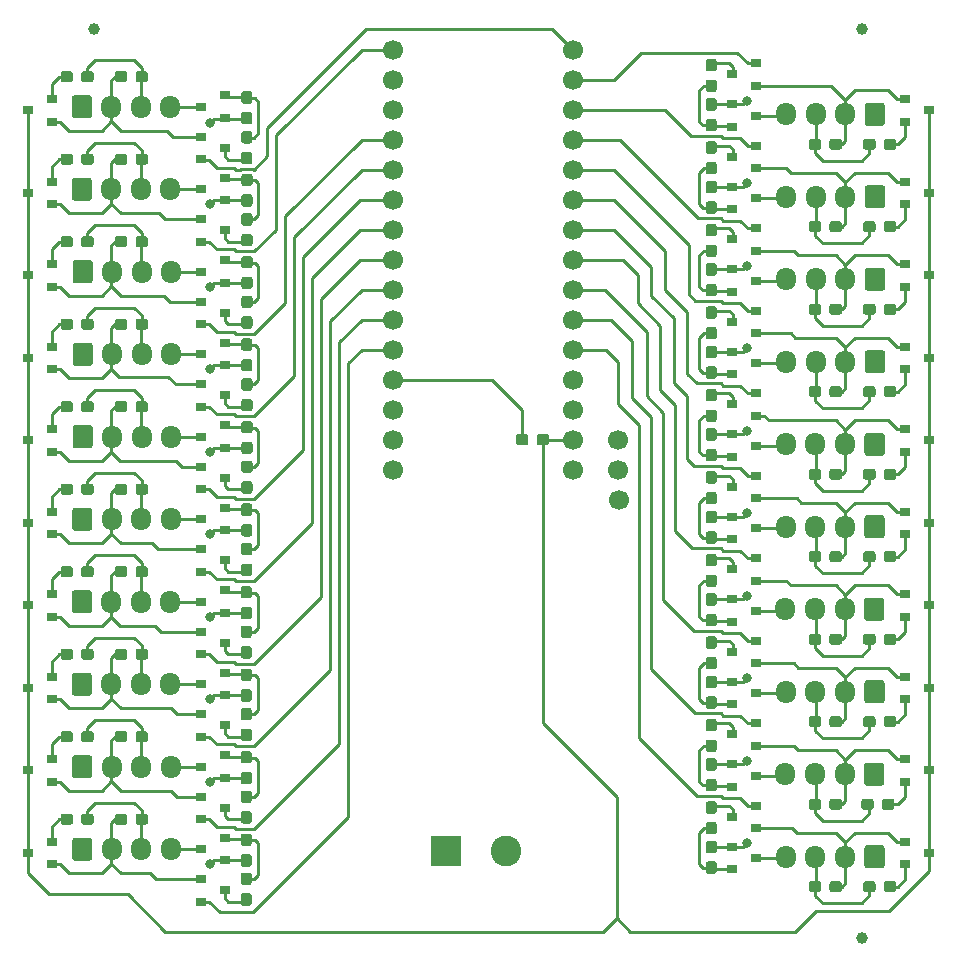
<source format=gbl>
G04 #@! TF.GenerationSoftware,KiCad,Pcbnew,(5.1.5)-3*
G04 #@! TF.CreationDate,2020-03-12T17:34:13-07:00*
G04 #@! TF.ProjectId,siplace_feeder_controller,7369706c-6163-4655-9f66-65656465725f,rev?*
G04 #@! TF.SameCoordinates,Original*
G04 #@! TF.FileFunction,Copper,L2,Bot*
G04 #@! TF.FilePolarity,Positive*
%FSLAX46Y46*%
G04 Gerber Fmt 4.6, Leading zero omitted, Abs format (unit mm)*
G04 Created by KiCad (PCBNEW (5.1.5)-3) date 2020-03-12 17:34:13*
%MOMM*%
%LPD*%
G04 APERTURE LIST*
%ADD10O,1.700000X1.950000*%
%ADD11C,0.100000*%
%ADD12R,0.900000X0.800000*%
%ADD13C,1.000000*%
%ADD14C,2.600000*%
%ADD15R,2.600000X2.600000*%
%ADD16C,1.700000*%
%ADD17C,0.800000*%
%ADD18C,0.250000*%
G04 APERTURE END LIST*
D10*
X81542000Y-91567000D03*
X79042000Y-91567000D03*
X76542000Y-91567000D03*
G04 #@! TA.AperFunction,ComponentPad*
D11*
G36*
X74666504Y-90593204D02*
G01*
X74690773Y-90596804D01*
X74714571Y-90602765D01*
X74737671Y-90611030D01*
X74759849Y-90621520D01*
X74780893Y-90634133D01*
X74800598Y-90648747D01*
X74818777Y-90665223D01*
X74835253Y-90683402D01*
X74849867Y-90703107D01*
X74862480Y-90724151D01*
X74872970Y-90746329D01*
X74881235Y-90769429D01*
X74887196Y-90793227D01*
X74890796Y-90817496D01*
X74892000Y-90842000D01*
X74892000Y-92292000D01*
X74890796Y-92316504D01*
X74887196Y-92340773D01*
X74881235Y-92364571D01*
X74872970Y-92387671D01*
X74862480Y-92409849D01*
X74849867Y-92430893D01*
X74835253Y-92450598D01*
X74818777Y-92468777D01*
X74800598Y-92485253D01*
X74780893Y-92499867D01*
X74759849Y-92512480D01*
X74737671Y-92522970D01*
X74714571Y-92531235D01*
X74690773Y-92537196D01*
X74666504Y-92540796D01*
X74642000Y-92542000D01*
X73442000Y-92542000D01*
X73417496Y-92540796D01*
X73393227Y-92537196D01*
X73369429Y-92531235D01*
X73346329Y-92522970D01*
X73324151Y-92512480D01*
X73303107Y-92499867D01*
X73283402Y-92485253D01*
X73265223Y-92468777D01*
X73248747Y-92450598D01*
X73234133Y-92430893D01*
X73221520Y-92409849D01*
X73211030Y-92387671D01*
X73202765Y-92364571D01*
X73196804Y-92340773D01*
X73193204Y-92316504D01*
X73192000Y-92292000D01*
X73192000Y-90842000D01*
X73193204Y-90817496D01*
X73196804Y-90793227D01*
X73202765Y-90769429D01*
X73211030Y-90746329D01*
X73221520Y-90724151D01*
X73234133Y-90703107D01*
X73248747Y-90683402D01*
X73265223Y-90665223D01*
X73283402Y-90648747D01*
X73303107Y-90634133D01*
X73324151Y-90621520D01*
X73346329Y-90611030D01*
X73369429Y-90602765D01*
X73393227Y-90596804D01*
X73417496Y-90593204D01*
X73442000Y-90592000D01*
X74642000Y-90592000D01*
X74666504Y-90593204D01*
G37*
G04 #@! TD.AperFunction*
D10*
X133597000Y-71247000D03*
X136097000Y-71247000D03*
X138597000Y-71247000D03*
G04 #@! TA.AperFunction,ComponentPad*
D11*
G36*
X141721504Y-70273204D02*
G01*
X141745773Y-70276804D01*
X141769571Y-70282765D01*
X141792671Y-70291030D01*
X141814849Y-70301520D01*
X141835893Y-70314133D01*
X141855598Y-70328747D01*
X141873777Y-70345223D01*
X141890253Y-70363402D01*
X141904867Y-70383107D01*
X141917480Y-70404151D01*
X141927970Y-70426329D01*
X141936235Y-70449429D01*
X141942196Y-70473227D01*
X141945796Y-70497496D01*
X141947000Y-70522000D01*
X141947000Y-71972000D01*
X141945796Y-71996504D01*
X141942196Y-72020773D01*
X141936235Y-72044571D01*
X141927970Y-72067671D01*
X141917480Y-72089849D01*
X141904867Y-72110893D01*
X141890253Y-72130598D01*
X141873777Y-72148777D01*
X141855598Y-72165253D01*
X141835893Y-72179867D01*
X141814849Y-72192480D01*
X141792671Y-72202970D01*
X141769571Y-72211235D01*
X141745773Y-72217196D01*
X141721504Y-72220796D01*
X141697000Y-72222000D01*
X140497000Y-72222000D01*
X140472496Y-72220796D01*
X140448227Y-72217196D01*
X140424429Y-72211235D01*
X140401329Y-72202970D01*
X140379151Y-72192480D01*
X140358107Y-72179867D01*
X140338402Y-72165253D01*
X140320223Y-72148777D01*
X140303747Y-72130598D01*
X140289133Y-72110893D01*
X140276520Y-72089849D01*
X140266030Y-72067671D01*
X140257765Y-72044571D01*
X140251804Y-72020773D01*
X140248204Y-71996504D01*
X140247000Y-71972000D01*
X140247000Y-70522000D01*
X140248204Y-70497496D01*
X140251804Y-70473227D01*
X140257765Y-70449429D01*
X140266030Y-70426329D01*
X140276520Y-70404151D01*
X140289133Y-70383107D01*
X140303747Y-70363402D01*
X140320223Y-70345223D01*
X140338402Y-70328747D01*
X140358107Y-70314133D01*
X140379151Y-70301520D01*
X140401329Y-70291030D01*
X140424429Y-70282765D01*
X140448227Y-70276804D01*
X140472496Y-70273204D01*
X140497000Y-70272000D01*
X141697000Y-70272000D01*
X141721504Y-70273204D01*
G37*
G04 #@! TD.AperFunction*
G04 #@! TA.AperFunction,SMDPad,CuDef*
G36*
X88192779Y-69303344D02*
G01*
X88215834Y-69306763D01*
X88238443Y-69312427D01*
X88260387Y-69320279D01*
X88281457Y-69330244D01*
X88301448Y-69342226D01*
X88320168Y-69356110D01*
X88337438Y-69371762D01*
X88353090Y-69389032D01*
X88366974Y-69407752D01*
X88378956Y-69427743D01*
X88388921Y-69448813D01*
X88396773Y-69470757D01*
X88402437Y-69493366D01*
X88405856Y-69516421D01*
X88407000Y-69539700D01*
X88407000Y-70114700D01*
X88405856Y-70137979D01*
X88402437Y-70161034D01*
X88396773Y-70183643D01*
X88388921Y-70205587D01*
X88378956Y-70226657D01*
X88366974Y-70246648D01*
X88353090Y-70265368D01*
X88337438Y-70282638D01*
X88320168Y-70298290D01*
X88301448Y-70312174D01*
X88281457Y-70324156D01*
X88260387Y-70334121D01*
X88238443Y-70341973D01*
X88215834Y-70347637D01*
X88192779Y-70351056D01*
X88169500Y-70352200D01*
X87694500Y-70352200D01*
X87671221Y-70351056D01*
X87648166Y-70347637D01*
X87625557Y-70341973D01*
X87603613Y-70334121D01*
X87582543Y-70324156D01*
X87562552Y-70312174D01*
X87543832Y-70298290D01*
X87526562Y-70282638D01*
X87510910Y-70265368D01*
X87497026Y-70246648D01*
X87485044Y-70226657D01*
X87475079Y-70205587D01*
X87467227Y-70183643D01*
X87461563Y-70161034D01*
X87458144Y-70137979D01*
X87457000Y-70114700D01*
X87457000Y-69539700D01*
X87458144Y-69516421D01*
X87461563Y-69493366D01*
X87467227Y-69470757D01*
X87475079Y-69448813D01*
X87485044Y-69427743D01*
X87497026Y-69407752D01*
X87510910Y-69389032D01*
X87526562Y-69371762D01*
X87543832Y-69356110D01*
X87562552Y-69342226D01*
X87582543Y-69330244D01*
X87603613Y-69320279D01*
X87625557Y-69312427D01*
X87648166Y-69306763D01*
X87671221Y-69303344D01*
X87694500Y-69302200D01*
X88169500Y-69302200D01*
X88192779Y-69303344D01*
G37*
G04 #@! TD.AperFunction*
G04 #@! TA.AperFunction,SMDPad,CuDef*
G36*
X88192779Y-71053344D02*
G01*
X88215834Y-71056763D01*
X88238443Y-71062427D01*
X88260387Y-71070279D01*
X88281457Y-71080244D01*
X88301448Y-71092226D01*
X88320168Y-71106110D01*
X88337438Y-71121762D01*
X88353090Y-71139032D01*
X88366974Y-71157752D01*
X88378956Y-71177743D01*
X88388921Y-71198813D01*
X88396773Y-71220757D01*
X88402437Y-71243366D01*
X88405856Y-71266421D01*
X88407000Y-71289700D01*
X88407000Y-71864700D01*
X88405856Y-71887979D01*
X88402437Y-71911034D01*
X88396773Y-71933643D01*
X88388921Y-71955587D01*
X88378956Y-71976657D01*
X88366974Y-71996648D01*
X88353090Y-72015368D01*
X88337438Y-72032638D01*
X88320168Y-72048290D01*
X88301448Y-72062174D01*
X88281457Y-72074156D01*
X88260387Y-72084121D01*
X88238443Y-72091973D01*
X88215834Y-72097637D01*
X88192779Y-72101056D01*
X88169500Y-72102200D01*
X87694500Y-72102200D01*
X87671221Y-72101056D01*
X87648166Y-72097637D01*
X87625557Y-72091973D01*
X87603613Y-72084121D01*
X87582543Y-72074156D01*
X87562552Y-72062174D01*
X87543832Y-72048290D01*
X87526562Y-72032638D01*
X87510910Y-72015368D01*
X87497026Y-71996648D01*
X87485044Y-71976657D01*
X87475079Y-71955587D01*
X87467227Y-71933643D01*
X87461563Y-71911034D01*
X87458144Y-71887979D01*
X87457000Y-71864700D01*
X87457000Y-71289700D01*
X87458144Y-71266421D01*
X87461563Y-71243366D01*
X87467227Y-71220757D01*
X87475079Y-71198813D01*
X87485044Y-71177743D01*
X87497026Y-71157752D01*
X87510910Y-71139032D01*
X87526562Y-71121762D01*
X87543832Y-71106110D01*
X87562552Y-71092226D01*
X87582543Y-71080244D01*
X87603613Y-71070279D01*
X87625557Y-71062427D01*
X87648166Y-71056763D01*
X87671221Y-71053344D01*
X87694500Y-71052200D01*
X88169500Y-71052200D01*
X88192779Y-71053344D01*
G37*
G04 #@! TD.AperFunction*
G04 #@! TA.AperFunction,SMDPad,CuDef*
G36*
X88208279Y-76275644D02*
G01*
X88231334Y-76279063D01*
X88253943Y-76284727D01*
X88275887Y-76292579D01*
X88296957Y-76302544D01*
X88316948Y-76314526D01*
X88335668Y-76328410D01*
X88352938Y-76344062D01*
X88368590Y-76361332D01*
X88382474Y-76380052D01*
X88394456Y-76400043D01*
X88404421Y-76421113D01*
X88412273Y-76443057D01*
X88417937Y-76465666D01*
X88421356Y-76488721D01*
X88422500Y-76512000D01*
X88422500Y-77087000D01*
X88421356Y-77110279D01*
X88417937Y-77133334D01*
X88412273Y-77155943D01*
X88404421Y-77177887D01*
X88394456Y-77198957D01*
X88382474Y-77218948D01*
X88368590Y-77237668D01*
X88352938Y-77254938D01*
X88335668Y-77270590D01*
X88316948Y-77284474D01*
X88296957Y-77296456D01*
X88275887Y-77306421D01*
X88253943Y-77314273D01*
X88231334Y-77319937D01*
X88208279Y-77323356D01*
X88185000Y-77324500D01*
X87710000Y-77324500D01*
X87686721Y-77323356D01*
X87663666Y-77319937D01*
X87641057Y-77314273D01*
X87619113Y-77306421D01*
X87598043Y-77296456D01*
X87578052Y-77284474D01*
X87559332Y-77270590D01*
X87542062Y-77254938D01*
X87526410Y-77237668D01*
X87512526Y-77218948D01*
X87500544Y-77198957D01*
X87490579Y-77177887D01*
X87482727Y-77155943D01*
X87477063Y-77133334D01*
X87473644Y-77110279D01*
X87472500Y-77087000D01*
X87472500Y-76512000D01*
X87473644Y-76488721D01*
X87477063Y-76465666D01*
X87482727Y-76443057D01*
X87490579Y-76421113D01*
X87500544Y-76400043D01*
X87512526Y-76380052D01*
X87526410Y-76361332D01*
X87542062Y-76344062D01*
X87559332Y-76328410D01*
X87578052Y-76314526D01*
X87598043Y-76302544D01*
X87619113Y-76292579D01*
X87641057Y-76284727D01*
X87663666Y-76279063D01*
X87686721Y-76275644D01*
X87710000Y-76274500D01*
X88185000Y-76274500D01*
X88208279Y-76275644D01*
G37*
G04 #@! TD.AperFunction*
G04 #@! TA.AperFunction,SMDPad,CuDef*
G36*
X88208279Y-78025644D02*
G01*
X88231334Y-78029063D01*
X88253943Y-78034727D01*
X88275887Y-78042579D01*
X88296957Y-78052544D01*
X88316948Y-78064526D01*
X88335668Y-78078410D01*
X88352938Y-78094062D01*
X88368590Y-78111332D01*
X88382474Y-78130052D01*
X88394456Y-78150043D01*
X88404421Y-78171113D01*
X88412273Y-78193057D01*
X88417937Y-78215666D01*
X88421356Y-78238721D01*
X88422500Y-78262000D01*
X88422500Y-78837000D01*
X88421356Y-78860279D01*
X88417937Y-78883334D01*
X88412273Y-78905943D01*
X88404421Y-78927887D01*
X88394456Y-78948957D01*
X88382474Y-78968948D01*
X88368590Y-78987668D01*
X88352938Y-79004938D01*
X88335668Y-79020590D01*
X88316948Y-79034474D01*
X88296957Y-79046456D01*
X88275887Y-79056421D01*
X88253943Y-79064273D01*
X88231334Y-79069937D01*
X88208279Y-79073356D01*
X88185000Y-79074500D01*
X87710000Y-79074500D01*
X87686721Y-79073356D01*
X87663666Y-79069937D01*
X87641057Y-79064273D01*
X87619113Y-79056421D01*
X87598043Y-79046456D01*
X87578052Y-79034474D01*
X87559332Y-79020590D01*
X87542062Y-79004938D01*
X87526410Y-78987668D01*
X87512526Y-78968948D01*
X87500544Y-78948957D01*
X87490579Y-78927887D01*
X87482727Y-78905943D01*
X87477063Y-78883334D01*
X87473644Y-78860279D01*
X87472500Y-78837000D01*
X87472500Y-78262000D01*
X87473644Y-78238721D01*
X87477063Y-78215666D01*
X87482727Y-78193057D01*
X87490579Y-78171113D01*
X87500544Y-78150043D01*
X87512526Y-78130052D01*
X87526410Y-78111332D01*
X87542062Y-78094062D01*
X87559332Y-78078410D01*
X87578052Y-78064526D01*
X87598043Y-78052544D01*
X87619113Y-78042579D01*
X87641057Y-78034727D01*
X87663666Y-78029063D01*
X87686721Y-78025644D01*
X87710000Y-78024500D01*
X88185000Y-78024500D01*
X88208279Y-78025644D01*
G37*
G04 #@! TD.AperFunction*
G04 #@! TA.AperFunction,SMDPad,CuDef*
G36*
X88208279Y-83246644D02*
G01*
X88231334Y-83250063D01*
X88253943Y-83255727D01*
X88275887Y-83263579D01*
X88296957Y-83273544D01*
X88316948Y-83285526D01*
X88335668Y-83299410D01*
X88352938Y-83315062D01*
X88368590Y-83332332D01*
X88382474Y-83351052D01*
X88394456Y-83371043D01*
X88404421Y-83392113D01*
X88412273Y-83414057D01*
X88417937Y-83436666D01*
X88421356Y-83459721D01*
X88422500Y-83483000D01*
X88422500Y-84058000D01*
X88421356Y-84081279D01*
X88417937Y-84104334D01*
X88412273Y-84126943D01*
X88404421Y-84148887D01*
X88394456Y-84169957D01*
X88382474Y-84189948D01*
X88368590Y-84208668D01*
X88352938Y-84225938D01*
X88335668Y-84241590D01*
X88316948Y-84255474D01*
X88296957Y-84267456D01*
X88275887Y-84277421D01*
X88253943Y-84285273D01*
X88231334Y-84290937D01*
X88208279Y-84294356D01*
X88185000Y-84295500D01*
X87710000Y-84295500D01*
X87686721Y-84294356D01*
X87663666Y-84290937D01*
X87641057Y-84285273D01*
X87619113Y-84277421D01*
X87598043Y-84267456D01*
X87578052Y-84255474D01*
X87559332Y-84241590D01*
X87542062Y-84225938D01*
X87526410Y-84208668D01*
X87512526Y-84189948D01*
X87500544Y-84169957D01*
X87490579Y-84148887D01*
X87482727Y-84126943D01*
X87477063Y-84104334D01*
X87473644Y-84081279D01*
X87472500Y-84058000D01*
X87472500Y-83483000D01*
X87473644Y-83459721D01*
X87477063Y-83436666D01*
X87482727Y-83414057D01*
X87490579Y-83392113D01*
X87500544Y-83371043D01*
X87512526Y-83351052D01*
X87526410Y-83332332D01*
X87542062Y-83315062D01*
X87559332Y-83299410D01*
X87578052Y-83285526D01*
X87598043Y-83273544D01*
X87619113Y-83263579D01*
X87641057Y-83255727D01*
X87663666Y-83250063D01*
X87686721Y-83246644D01*
X87710000Y-83245500D01*
X88185000Y-83245500D01*
X88208279Y-83246644D01*
G37*
G04 #@! TD.AperFunction*
G04 #@! TA.AperFunction,SMDPad,CuDef*
G36*
X88208279Y-84996644D02*
G01*
X88231334Y-85000063D01*
X88253943Y-85005727D01*
X88275887Y-85013579D01*
X88296957Y-85023544D01*
X88316948Y-85035526D01*
X88335668Y-85049410D01*
X88352938Y-85065062D01*
X88368590Y-85082332D01*
X88382474Y-85101052D01*
X88394456Y-85121043D01*
X88404421Y-85142113D01*
X88412273Y-85164057D01*
X88417937Y-85186666D01*
X88421356Y-85209721D01*
X88422500Y-85233000D01*
X88422500Y-85808000D01*
X88421356Y-85831279D01*
X88417937Y-85854334D01*
X88412273Y-85876943D01*
X88404421Y-85898887D01*
X88394456Y-85919957D01*
X88382474Y-85939948D01*
X88368590Y-85958668D01*
X88352938Y-85975938D01*
X88335668Y-85991590D01*
X88316948Y-86005474D01*
X88296957Y-86017456D01*
X88275887Y-86027421D01*
X88253943Y-86035273D01*
X88231334Y-86040937D01*
X88208279Y-86044356D01*
X88185000Y-86045500D01*
X87710000Y-86045500D01*
X87686721Y-86044356D01*
X87663666Y-86040937D01*
X87641057Y-86035273D01*
X87619113Y-86027421D01*
X87598043Y-86017456D01*
X87578052Y-86005474D01*
X87559332Y-85991590D01*
X87542062Y-85975938D01*
X87526410Y-85958668D01*
X87512526Y-85939948D01*
X87500544Y-85919957D01*
X87490579Y-85898887D01*
X87482727Y-85876943D01*
X87477063Y-85854334D01*
X87473644Y-85831279D01*
X87472500Y-85808000D01*
X87472500Y-85233000D01*
X87473644Y-85209721D01*
X87477063Y-85186666D01*
X87482727Y-85164057D01*
X87490579Y-85142113D01*
X87500544Y-85121043D01*
X87512526Y-85101052D01*
X87526410Y-85082332D01*
X87542062Y-85065062D01*
X87559332Y-85049410D01*
X87578052Y-85035526D01*
X87598043Y-85023544D01*
X87619113Y-85013579D01*
X87641057Y-85005727D01*
X87663666Y-85000063D01*
X87686721Y-84996644D01*
X87710000Y-84995500D01*
X88185000Y-84995500D01*
X88208279Y-84996644D01*
G37*
G04 #@! TD.AperFunction*
G04 #@! TA.AperFunction,SMDPad,CuDef*
G36*
X88192779Y-90231644D02*
G01*
X88215834Y-90235063D01*
X88238443Y-90240727D01*
X88260387Y-90248579D01*
X88281457Y-90258544D01*
X88301448Y-90270526D01*
X88320168Y-90284410D01*
X88337438Y-90300062D01*
X88353090Y-90317332D01*
X88366974Y-90336052D01*
X88378956Y-90356043D01*
X88388921Y-90377113D01*
X88396773Y-90399057D01*
X88402437Y-90421666D01*
X88405856Y-90444721D01*
X88407000Y-90468000D01*
X88407000Y-91043000D01*
X88405856Y-91066279D01*
X88402437Y-91089334D01*
X88396773Y-91111943D01*
X88388921Y-91133887D01*
X88378956Y-91154957D01*
X88366974Y-91174948D01*
X88353090Y-91193668D01*
X88337438Y-91210938D01*
X88320168Y-91226590D01*
X88301448Y-91240474D01*
X88281457Y-91252456D01*
X88260387Y-91262421D01*
X88238443Y-91270273D01*
X88215834Y-91275937D01*
X88192779Y-91279356D01*
X88169500Y-91280500D01*
X87694500Y-91280500D01*
X87671221Y-91279356D01*
X87648166Y-91275937D01*
X87625557Y-91270273D01*
X87603613Y-91262421D01*
X87582543Y-91252456D01*
X87562552Y-91240474D01*
X87543832Y-91226590D01*
X87526562Y-91210938D01*
X87510910Y-91193668D01*
X87497026Y-91174948D01*
X87485044Y-91154957D01*
X87475079Y-91133887D01*
X87467227Y-91111943D01*
X87461563Y-91089334D01*
X87458144Y-91066279D01*
X87457000Y-91043000D01*
X87457000Y-90468000D01*
X87458144Y-90444721D01*
X87461563Y-90421666D01*
X87467227Y-90399057D01*
X87475079Y-90377113D01*
X87485044Y-90356043D01*
X87497026Y-90336052D01*
X87510910Y-90317332D01*
X87526562Y-90300062D01*
X87543832Y-90284410D01*
X87562552Y-90270526D01*
X87582543Y-90258544D01*
X87603613Y-90248579D01*
X87625557Y-90240727D01*
X87648166Y-90235063D01*
X87671221Y-90231644D01*
X87694500Y-90230500D01*
X88169500Y-90230500D01*
X88192779Y-90231644D01*
G37*
G04 #@! TD.AperFunction*
G04 #@! TA.AperFunction,SMDPad,CuDef*
G36*
X88192779Y-91981644D02*
G01*
X88215834Y-91985063D01*
X88238443Y-91990727D01*
X88260387Y-91998579D01*
X88281457Y-92008544D01*
X88301448Y-92020526D01*
X88320168Y-92034410D01*
X88337438Y-92050062D01*
X88353090Y-92067332D01*
X88366974Y-92086052D01*
X88378956Y-92106043D01*
X88388921Y-92127113D01*
X88396773Y-92149057D01*
X88402437Y-92171666D01*
X88405856Y-92194721D01*
X88407000Y-92218000D01*
X88407000Y-92793000D01*
X88405856Y-92816279D01*
X88402437Y-92839334D01*
X88396773Y-92861943D01*
X88388921Y-92883887D01*
X88378956Y-92904957D01*
X88366974Y-92924948D01*
X88353090Y-92943668D01*
X88337438Y-92960938D01*
X88320168Y-92976590D01*
X88301448Y-92990474D01*
X88281457Y-93002456D01*
X88260387Y-93012421D01*
X88238443Y-93020273D01*
X88215834Y-93025937D01*
X88192779Y-93029356D01*
X88169500Y-93030500D01*
X87694500Y-93030500D01*
X87671221Y-93029356D01*
X87648166Y-93025937D01*
X87625557Y-93020273D01*
X87603613Y-93012421D01*
X87582543Y-93002456D01*
X87562552Y-92990474D01*
X87543832Y-92976590D01*
X87526562Y-92960938D01*
X87510910Y-92943668D01*
X87497026Y-92924948D01*
X87485044Y-92904957D01*
X87475079Y-92883887D01*
X87467227Y-92861943D01*
X87461563Y-92839334D01*
X87458144Y-92816279D01*
X87457000Y-92793000D01*
X87457000Y-92218000D01*
X87458144Y-92194721D01*
X87461563Y-92171666D01*
X87467227Y-92149057D01*
X87475079Y-92127113D01*
X87485044Y-92106043D01*
X87497026Y-92086052D01*
X87510910Y-92067332D01*
X87526562Y-92050062D01*
X87543832Y-92034410D01*
X87562552Y-92020526D01*
X87582543Y-92008544D01*
X87603613Y-91998579D01*
X87625557Y-91990727D01*
X87648166Y-91985063D01*
X87671221Y-91981644D01*
X87694500Y-91980500D01*
X88169500Y-91980500D01*
X88192779Y-91981644D01*
G37*
G04 #@! TD.AperFunction*
G04 #@! TA.AperFunction,SMDPad,CuDef*
G36*
X88208279Y-97216644D02*
G01*
X88231334Y-97220063D01*
X88253943Y-97225727D01*
X88275887Y-97233579D01*
X88296957Y-97243544D01*
X88316948Y-97255526D01*
X88335668Y-97269410D01*
X88352938Y-97285062D01*
X88368590Y-97302332D01*
X88382474Y-97321052D01*
X88394456Y-97341043D01*
X88404421Y-97362113D01*
X88412273Y-97384057D01*
X88417937Y-97406666D01*
X88421356Y-97429721D01*
X88422500Y-97453000D01*
X88422500Y-98028000D01*
X88421356Y-98051279D01*
X88417937Y-98074334D01*
X88412273Y-98096943D01*
X88404421Y-98118887D01*
X88394456Y-98139957D01*
X88382474Y-98159948D01*
X88368590Y-98178668D01*
X88352938Y-98195938D01*
X88335668Y-98211590D01*
X88316948Y-98225474D01*
X88296957Y-98237456D01*
X88275887Y-98247421D01*
X88253943Y-98255273D01*
X88231334Y-98260937D01*
X88208279Y-98264356D01*
X88185000Y-98265500D01*
X87710000Y-98265500D01*
X87686721Y-98264356D01*
X87663666Y-98260937D01*
X87641057Y-98255273D01*
X87619113Y-98247421D01*
X87598043Y-98237456D01*
X87578052Y-98225474D01*
X87559332Y-98211590D01*
X87542062Y-98195938D01*
X87526410Y-98178668D01*
X87512526Y-98159948D01*
X87500544Y-98139957D01*
X87490579Y-98118887D01*
X87482727Y-98096943D01*
X87477063Y-98074334D01*
X87473644Y-98051279D01*
X87472500Y-98028000D01*
X87472500Y-97453000D01*
X87473644Y-97429721D01*
X87477063Y-97406666D01*
X87482727Y-97384057D01*
X87490579Y-97362113D01*
X87500544Y-97341043D01*
X87512526Y-97321052D01*
X87526410Y-97302332D01*
X87542062Y-97285062D01*
X87559332Y-97269410D01*
X87578052Y-97255526D01*
X87598043Y-97243544D01*
X87619113Y-97233579D01*
X87641057Y-97225727D01*
X87663666Y-97220063D01*
X87686721Y-97216644D01*
X87710000Y-97215500D01*
X88185000Y-97215500D01*
X88208279Y-97216644D01*
G37*
G04 #@! TD.AperFunction*
G04 #@! TA.AperFunction,SMDPad,CuDef*
G36*
X88208279Y-98966644D02*
G01*
X88231334Y-98970063D01*
X88253943Y-98975727D01*
X88275887Y-98983579D01*
X88296957Y-98993544D01*
X88316948Y-99005526D01*
X88335668Y-99019410D01*
X88352938Y-99035062D01*
X88368590Y-99052332D01*
X88382474Y-99071052D01*
X88394456Y-99091043D01*
X88404421Y-99112113D01*
X88412273Y-99134057D01*
X88417937Y-99156666D01*
X88421356Y-99179721D01*
X88422500Y-99203000D01*
X88422500Y-99778000D01*
X88421356Y-99801279D01*
X88417937Y-99824334D01*
X88412273Y-99846943D01*
X88404421Y-99868887D01*
X88394456Y-99889957D01*
X88382474Y-99909948D01*
X88368590Y-99928668D01*
X88352938Y-99945938D01*
X88335668Y-99961590D01*
X88316948Y-99975474D01*
X88296957Y-99987456D01*
X88275887Y-99997421D01*
X88253943Y-100005273D01*
X88231334Y-100010937D01*
X88208279Y-100014356D01*
X88185000Y-100015500D01*
X87710000Y-100015500D01*
X87686721Y-100014356D01*
X87663666Y-100010937D01*
X87641057Y-100005273D01*
X87619113Y-99997421D01*
X87598043Y-99987456D01*
X87578052Y-99975474D01*
X87559332Y-99961590D01*
X87542062Y-99945938D01*
X87526410Y-99928668D01*
X87512526Y-99909948D01*
X87500544Y-99889957D01*
X87490579Y-99868887D01*
X87482727Y-99846943D01*
X87477063Y-99824334D01*
X87473644Y-99801279D01*
X87472500Y-99778000D01*
X87472500Y-99203000D01*
X87473644Y-99179721D01*
X87477063Y-99156666D01*
X87482727Y-99134057D01*
X87490579Y-99112113D01*
X87500544Y-99091043D01*
X87512526Y-99071052D01*
X87526410Y-99052332D01*
X87542062Y-99035062D01*
X87559332Y-99019410D01*
X87578052Y-99005526D01*
X87598043Y-98993544D01*
X87619113Y-98983579D01*
X87641057Y-98975727D01*
X87663666Y-98970063D01*
X87686721Y-98966644D01*
X87710000Y-98965500D01*
X88185000Y-98965500D01*
X88208279Y-98966644D01*
G37*
G04 #@! TD.AperFunction*
G04 #@! TA.AperFunction,SMDPad,CuDef*
G36*
X88195579Y-104202944D02*
G01*
X88218634Y-104206363D01*
X88241243Y-104212027D01*
X88263187Y-104219879D01*
X88284257Y-104229844D01*
X88304248Y-104241826D01*
X88322968Y-104255710D01*
X88340238Y-104271362D01*
X88355890Y-104288632D01*
X88369774Y-104307352D01*
X88381756Y-104327343D01*
X88391721Y-104348413D01*
X88399573Y-104370357D01*
X88405237Y-104392966D01*
X88408656Y-104416021D01*
X88409800Y-104439300D01*
X88409800Y-105014300D01*
X88408656Y-105037579D01*
X88405237Y-105060634D01*
X88399573Y-105083243D01*
X88391721Y-105105187D01*
X88381756Y-105126257D01*
X88369774Y-105146248D01*
X88355890Y-105164968D01*
X88340238Y-105182238D01*
X88322968Y-105197890D01*
X88304248Y-105211774D01*
X88284257Y-105223756D01*
X88263187Y-105233721D01*
X88241243Y-105241573D01*
X88218634Y-105247237D01*
X88195579Y-105250656D01*
X88172300Y-105251800D01*
X87697300Y-105251800D01*
X87674021Y-105250656D01*
X87650966Y-105247237D01*
X87628357Y-105241573D01*
X87606413Y-105233721D01*
X87585343Y-105223756D01*
X87565352Y-105211774D01*
X87546632Y-105197890D01*
X87529362Y-105182238D01*
X87513710Y-105164968D01*
X87499826Y-105146248D01*
X87487844Y-105126257D01*
X87477879Y-105105187D01*
X87470027Y-105083243D01*
X87464363Y-105060634D01*
X87460944Y-105037579D01*
X87459800Y-105014300D01*
X87459800Y-104439300D01*
X87460944Y-104416021D01*
X87464363Y-104392966D01*
X87470027Y-104370357D01*
X87477879Y-104348413D01*
X87487844Y-104327343D01*
X87499826Y-104307352D01*
X87513710Y-104288632D01*
X87529362Y-104271362D01*
X87546632Y-104255710D01*
X87565352Y-104241826D01*
X87585343Y-104229844D01*
X87606413Y-104219879D01*
X87628357Y-104212027D01*
X87650966Y-104206363D01*
X87674021Y-104202944D01*
X87697300Y-104201800D01*
X88172300Y-104201800D01*
X88195579Y-104202944D01*
G37*
G04 #@! TD.AperFunction*
G04 #@! TA.AperFunction,SMDPad,CuDef*
G36*
X88195579Y-105952944D02*
G01*
X88218634Y-105956363D01*
X88241243Y-105962027D01*
X88263187Y-105969879D01*
X88284257Y-105979844D01*
X88304248Y-105991826D01*
X88322968Y-106005710D01*
X88340238Y-106021362D01*
X88355890Y-106038632D01*
X88369774Y-106057352D01*
X88381756Y-106077343D01*
X88391721Y-106098413D01*
X88399573Y-106120357D01*
X88405237Y-106142966D01*
X88408656Y-106166021D01*
X88409800Y-106189300D01*
X88409800Y-106764300D01*
X88408656Y-106787579D01*
X88405237Y-106810634D01*
X88399573Y-106833243D01*
X88391721Y-106855187D01*
X88381756Y-106876257D01*
X88369774Y-106896248D01*
X88355890Y-106914968D01*
X88340238Y-106932238D01*
X88322968Y-106947890D01*
X88304248Y-106961774D01*
X88284257Y-106973756D01*
X88263187Y-106983721D01*
X88241243Y-106991573D01*
X88218634Y-106997237D01*
X88195579Y-107000656D01*
X88172300Y-107001800D01*
X87697300Y-107001800D01*
X87674021Y-107000656D01*
X87650966Y-106997237D01*
X87628357Y-106991573D01*
X87606413Y-106983721D01*
X87585343Y-106973756D01*
X87565352Y-106961774D01*
X87546632Y-106947890D01*
X87529362Y-106932238D01*
X87513710Y-106914968D01*
X87499826Y-106896248D01*
X87487844Y-106876257D01*
X87477879Y-106855187D01*
X87470027Y-106833243D01*
X87464363Y-106810634D01*
X87460944Y-106787579D01*
X87459800Y-106764300D01*
X87459800Y-106189300D01*
X87460944Y-106166021D01*
X87464363Y-106142966D01*
X87470027Y-106120357D01*
X87477879Y-106098413D01*
X87487844Y-106077343D01*
X87499826Y-106057352D01*
X87513710Y-106038632D01*
X87529362Y-106021362D01*
X87546632Y-106005710D01*
X87565352Y-105991826D01*
X87585343Y-105979844D01*
X87606413Y-105969879D01*
X87628357Y-105962027D01*
X87650966Y-105956363D01*
X87674021Y-105952944D01*
X87697300Y-105951800D01*
X88172300Y-105951800D01*
X88195579Y-105952944D01*
G37*
G04 #@! TD.AperFunction*
G04 #@! TA.AperFunction,SMDPad,CuDef*
G36*
X88144779Y-111200644D02*
G01*
X88167834Y-111204063D01*
X88190443Y-111209727D01*
X88212387Y-111217579D01*
X88233457Y-111227544D01*
X88253448Y-111239526D01*
X88272168Y-111253410D01*
X88289438Y-111269062D01*
X88305090Y-111286332D01*
X88318974Y-111305052D01*
X88330956Y-111325043D01*
X88340921Y-111346113D01*
X88348773Y-111368057D01*
X88354437Y-111390666D01*
X88357856Y-111413721D01*
X88359000Y-111437000D01*
X88359000Y-112012000D01*
X88357856Y-112035279D01*
X88354437Y-112058334D01*
X88348773Y-112080943D01*
X88340921Y-112102887D01*
X88330956Y-112123957D01*
X88318974Y-112143948D01*
X88305090Y-112162668D01*
X88289438Y-112179938D01*
X88272168Y-112195590D01*
X88253448Y-112209474D01*
X88233457Y-112221456D01*
X88212387Y-112231421D01*
X88190443Y-112239273D01*
X88167834Y-112244937D01*
X88144779Y-112248356D01*
X88121500Y-112249500D01*
X87646500Y-112249500D01*
X87623221Y-112248356D01*
X87600166Y-112244937D01*
X87577557Y-112239273D01*
X87555613Y-112231421D01*
X87534543Y-112221456D01*
X87514552Y-112209474D01*
X87495832Y-112195590D01*
X87478562Y-112179938D01*
X87462910Y-112162668D01*
X87449026Y-112143948D01*
X87437044Y-112123957D01*
X87427079Y-112102887D01*
X87419227Y-112080943D01*
X87413563Y-112058334D01*
X87410144Y-112035279D01*
X87409000Y-112012000D01*
X87409000Y-111437000D01*
X87410144Y-111413721D01*
X87413563Y-111390666D01*
X87419227Y-111368057D01*
X87427079Y-111346113D01*
X87437044Y-111325043D01*
X87449026Y-111305052D01*
X87462910Y-111286332D01*
X87478562Y-111269062D01*
X87495832Y-111253410D01*
X87514552Y-111239526D01*
X87534543Y-111227544D01*
X87555613Y-111217579D01*
X87577557Y-111209727D01*
X87600166Y-111204063D01*
X87623221Y-111200644D01*
X87646500Y-111199500D01*
X88121500Y-111199500D01*
X88144779Y-111200644D01*
G37*
G04 #@! TD.AperFunction*
G04 #@! TA.AperFunction,SMDPad,CuDef*
G36*
X88144779Y-112950644D02*
G01*
X88167834Y-112954063D01*
X88190443Y-112959727D01*
X88212387Y-112967579D01*
X88233457Y-112977544D01*
X88253448Y-112989526D01*
X88272168Y-113003410D01*
X88289438Y-113019062D01*
X88305090Y-113036332D01*
X88318974Y-113055052D01*
X88330956Y-113075043D01*
X88340921Y-113096113D01*
X88348773Y-113118057D01*
X88354437Y-113140666D01*
X88357856Y-113163721D01*
X88359000Y-113187000D01*
X88359000Y-113762000D01*
X88357856Y-113785279D01*
X88354437Y-113808334D01*
X88348773Y-113830943D01*
X88340921Y-113852887D01*
X88330956Y-113873957D01*
X88318974Y-113893948D01*
X88305090Y-113912668D01*
X88289438Y-113929938D01*
X88272168Y-113945590D01*
X88253448Y-113959474D01*
X88233457Y-113971456D01*
X88212387Y-113981421D01*
X88190443Y-113989273D01*
X88167834Y-113994937D01*
X88144779Y-113998356D01*
X88121500Y-113999500D01*
X87646500Y-113999500D01*
X87623221Y-113998356D01*
X87600166Y-113994937D01*
X87577557Y-113989273D01*
X87555613Y-113981421D01*
X87534543Y-113971456D01*
X87514552Y-113959474D01*
X87495832Y-113945590D01*
X87478562Y-113929938D01*
X87462910Y-113912668D01*
X87449026Y-113893948D01*
X87437044Y-113873957D01*
X87427079Y-113852887D01*
X87419227Y-113830943D01*
X87413563Y-113808334D01*
X87410144Y-113785279D01*
X87409000Y-113762000D01*
X87409000Y-113187000D01*
X87410144Y-113163721D01*
X87413563Y-113140666D01*
X87419227Y-113118057D01*
X87427079Y-113096113D01*
X87437044Y-113075043D01*
X87449026Y-113055052D01*
X87462910Y-113036332D01*
X87478562Y-113019062D01*
X87495832Y-113003410D01*
X87514552Y-112989526D01*
X87534543Y-112977544D01*
X87555613Y-112967579D01*
X87577557Y-112959727D01*
X87600166Y-112954063D01*
X87623221Y-112950644D01*
X87646500Y-112949500D01*
X88121500Y-112949500D01*
X88144779Y-112950644D01*
G37*
G04 #@! TD.AperFunction*
G04 #@! TA.AperFunction,SMDPad,CuDef*
G36*
X88144779Y-118185644D02*
G01*
X88167834Y-118189063D01*
X88190443Y-118194727D01*
X88212387Y-118202579D01*
X88233457Y-118212544D01*
X88253448Y-118224526D01*
X88272168Y-118238410D01*
X88289438Y-118254062D01*
X88305090Y-118271332D01*
X88318974Y-118290052D01*
X88330956Y-118310043D01*
X88340921Y-118331113D01*
X88348773Y-118353057D01*
X88354437Y-118375666D01*
X88357856Y-118398721D01*
X88359000Y-118422000D01*
X88359000Y-118997000D01*
X88357856Y-119020279D01*
X88354437Y-119043334D01*
X88348773Y-119065943D01*
X88340921Y-119087887D01*
X88330956Y-119108957D01*
X88318974Y-119128948D01*
X88305090Y-119147668D01*
X88289438Y-119164938D01*
X88272168Y-119180590D01*
X88253448Y-119194474D01*
X88233457Y-119206456D01*
X88212387Y-119216421D01*
X88190443Y-119224273D01*
X88167834Y-119229937D01*
X88144779Y-119233356D01*
X88121500Y-119234500D01*
X87646500Y-119234500D01*
X87623221Y-119233356D01*
X87600166Y-119229937D01*
X87577557Y-119224273D01*
X87555613Y-119216421D01*
X87534543Y-119206456D01*
X87514552Y-119194474D01*
X87495832Y-119180590D01*
X87478562Y-119164938D01*
X87462910Y-119147668D01*
X87449026Y-119128948D01*
X87437044Y-119108957D01*
X87427079Y-119087887D01*
X87419227Y-119065943D01*
X87413563Y-119043334D01*
X87410144Y-119020279D01*
X87409000Y-118997000D01*
X87409000Y-118422000D01*
X87410144Y-118398721D01*
X87413563Y-118375666D01*
X87419227Y-118353057D01*
X87427079Y-118331113D01*
X87437044Y-118310043D01*
X87449026Y-118290052D01*
X87462910Y-118271332D01*
X87478562Y-118254062D01*
X87495832Y-118238410D01*
X87514552Y-118224526D01*
X87534543Y-118212544D01*
X87555613Y-118202579D01*
X87577557Y-118194727D01*
X87600166Y-118189063D01*
X87623221Y-118185644D01*
X87646500Y-118184500D01*
X88121500Y-118184500D01*
X88144779Y-118185644D01*
G37*
G04 #@! TD.AperFunction*
G04 #@! TA.AperFunction,SMDPad,CuDef*
G36*
X88144779Y-119935644D02*
G01*
X88167834Y-119939063D01*
X88190443Y-119944727D01*
X88212387Y-119952579D01*
X88233457Y-119962544D01*
X88253448Y-119974526D01*
X88272168Y-119988410D01*
X88289438Y-120004062D01*
X88305090Y-120021332D01*
X88318974Y-120040052D01*
X88330956Y-120060043D01*
X88340921Y-120081113D01*
X88348773Y-120103057D01*
X88354437Y-120125666D01*
X88357856Y-120148721D01*
X88359000Y-120172000D01*
X88359000Y-120747000D01*
X88357856Y-120770279D01*
X88354437Y-120793334D01*
X88348773Y-120815943D01*
X88340921Y-120837887D01*
X88330956Y-120858957D01*
X88318974Y-120878948D01*
X88305090Y-120897668D01*
X88289438Y-120914938D01*
X88272168Y-120930590D01*
X88253448Y-120944474D01*
X88233457Y-120956456D01*
X88212387Y-120966421D01*
X88190443Y-120974273D01*
X88167834Y-120979937D01*
X88144779Y-120983356D01*
X88121500Y-120984500D01*
X87646500Y-120984500D01*
X87623221Y-120983356D01*
X87600166Y-120979937D01*
X87577557Y-120974273D01*
X87555613Y-120966421D01*
X87534543Y-120956456D01*
X87514552Y-120944474D01*
X87495832Y-120930590D01*
X87478562Y-120914938D01*
X87462910Y-120897668D01*
X87449026Y-120878948D01*
X87437044Y-120858957D01*
X87427079Y-120837887D01*
X87419227Y-120815943D01*
X87413563Y-120793334D01*
X87410144Y-120770279D01*
X87409000Y-120747000D01*
X87409000Y-120172000D01*
X87410144Y-120148721D01*
X87413563Y-120125666D01*
X87419227Y-120103057D01*
X87427079Y-120081113D01*
X87437044Y-120060043D01*
X87449026Y-120040052D01*
X87462910Y-120021332D01*
X87478562Y-120004062D01*
X87495832Y-119988410D01*
X87514552Y-119974526D01*
X87534543Y-119962544D01*
X87555613Y-119952579D01*
X87577557Y-119944727D01*
X87600166Y-119939063D01*
X87623221Y-119935644D01*
X87646500Y-119934500D01*
X88121500Y-119934500D01*
X88144779Y-119935644D01*
G37*
G04 #@! TD.AperFunction*
G04 #@! TA.AperFunction,SMDPad,CuDef*
G36*
X88144779Y-125170644D02*
G01*
X88167834Y-125174063D01*
X88190443Y-125179727D01*
X88212387Y-125187579D01*
X88233457Y-125197544D01*
X88253448Y-125209526D01*
X88272168Y-125223410D01*
X88289438Y-125239062D01*
X88305090Y-125256332D01*
X88318974Y-125275052D01*
X88330956Y-125295043D01*
X88340921Y-125316113D01*
X88348773Y-125338057D01*
X88354437Y-125360666D01*
X88357856Y-125383721D01*
X88359000Y-125407000D01*
X88359000Y-125982000D01*
X88357856Y-126005279D01*
X88354437Y-126028334D01*
X88348773Y-126050943D01*
X88340921Y-126072887D01*
X88330956Y-126093957D01*
X88318974Y-126113948D01*
X88305090Y-126132668D01*
X88289438Y-126149938D01*
X88272168Y-126165590D01*
X88253448Y-126179474D01*
X88233457Y-126191456D01*
X88212387Y-126201421D01*
X88190443Y-126209273D01*
X88167834Y-126214937D01*
X88144779Y-126218356D01*
X88121500Y-126219500D01*
X87646500Y-126219500D01*
X87623221Y-126218356D01*
X87600166Y-126214937D01*
X87577557Y-126209273D01*
X87555613Y-126201421D01*
X87534543Y-126191456D01*
X87514552Y-126179474D01*
X87495832Y-126165590D01*
X87478562Y-126149938D01*
X87462910Y-126132668D01*
X87449026Y-126113948D01*
X87437044Y-126093957D01*
X87427079Y-126072887D01*
X87419227Y-126050943D01*
X87413563Y-126028334D01*
X87410144Y-126005279D01*
X87409000Y-125982000D01*
X87409000Y-125407000D01*
X87410144Y-125383721D01*
X87413563Y-125360666D01*
X87419227Y-125338057D01*
X87427079Y-125316113D01*
X87437044Y-125295043D01*
X87449026Y-125275052D01*
X87462910Y-125256332D01*
X87478562Y-125239062D01*
X87495832Y-125223410D01*
X87514552Y-125209526D01*
X87534543Y-125197544D01*
X87555613Y-125187579D01*
X87577557Y-125179727D01*
X87600166Y-125174063D01*
X87623221Y-125170644D01*
X87646500Y-125169500D01*
X88121500Y-125169500D01*
X88144779Y-125170644D01*
G37*
G04 #@! TD.AperFunction*
G04 #@! TA.AperFunction,SMDPad,CuDef*
G36*
X88144779Y-126920644D02*
G01*
X88167834Y-126924063D01*
X88190443Y-126929727D01*
X88212387Y-126937579D01*
X88233457Y-126947544D01*
X88253448Y-126959526D01*
X88272168Y-126973410D01*
X88289438Y-126989062D01*
X88305090Y-127006332D01*
X88318974Y-127025052D01*
X88330956Y-127045043D01*
X88340921Y-127066113D01*
X88348773Y-127088057D01*
X88354437Y-127110666D01*
X88357856Y-127133721D01*
X88359000Y-127157000D01*
X88359000Y-127732000D01*
X88357856Y-127755279D01*
X88354437Y-127778334D01*
X88348773Y-127800943D01*
X88340921Y-127822887D01*
X88330956Y-127843957D01*
X88318974Y-127863948D01*
X88305090Y-127882668D01*
X88289438Y-127899938D01*
X88272168Y-127915590D01*
X88253448Y-127929474D01*
X88233457Y-127941456D01*
X88212387Y-127951421D01*
X88190443Y-127959273D01*
X88167834Y-127964937D01*
X88144779Y-127968356D01*
X88121500Y-127969500D01*
X87646500Y-127969500D01*
X87623221Y-127968356D01*
X87600166Y-127964937D01*
X87577557Y-127959273D01*
X87555613Y-127951421D01*
X87534543Y-127941456D01*
X87514552Y-127929474D01*
X87495832Y-127915590D01*
X87478562Y-127899938D01*
X87462910Y-127882668D01*
X87449026Y-127863948D01*
X87437044Y-127843957D01*
X87427079Y-127822887D01*
X87419227Y-127800943D01*
X87413563Y-127778334D01*
X87410144Y-127755279D01*
X87409000Y-127732000D01*
X87409000Y-127157000D01*
X87410144Y-127133721D01*
X87413563Y-127110666D01*
X87419227Y-127088057D01*
X87427079Y-127066113D01*
X87437044Y-127045043D01*
X87449026Y-127025052D01*
X87462910Y-127006332D01*
X87478562Y-126989062D01*
X87495832Y-126973410D01*
X87514552Y-126959526D01*
X87534543Y-126947544D01*
X87555613Y-126937579D01*
X87577557Y-126929727D01*
X87600166Y-126924063D01*
X87623221Y-126920644D01*
X87646500Y-126919500D01*
X88121500Y-126919500D01*
X88144779Y-126920644D01*
G37*
G04 #@! TD.AperFunction*
G04 #@! TA.AperFunction,SMDPad,CuDef*
G36*
X88144779Y-132155644D02*
G01*
X88167834Y-132159063D01*
X88190443Y-132164727D01*
X88212387Y-132172579D01*
X88233457Y-132182544D01*
X88253448Y-132194526D01*
X88272168Y-132208410D01*
X88289438Y-132224062D01*
X88305090Y-132241332D01*
X88318974Y-132260052D01*
X88330956Y-132280043D01*
X88340921Y-132301113D01*
X88348773Y-132323057D01*
X88354437Y-132345666D01*
X88357856Y-132368721D01*
X88359000Y-132392000D01*
X88359000Y-132967000D01*
X88357856Y-132990279D01*
X88354437Y-133013334D01*
X88348773Y-133035943D01*
X88340921Y-133057887D01*
X88330956Y-133078957D01*
X88318974Y-133098948D01*
X88305090Y-133117668D01*
X88289438Y-133134938D01*
X88272168Y-133150590D01*
X88253448Y-133164474D01*
X88233457Y-133176456D01*
X88212387Y-133186421D01*
X88190443Y-133194273D01*
X88167834Y-133199937D01*
X88144779Y-133203356D01*
X88121500Y-133204500D01*
X87646500Y-133204500D01*
X87623221Y-133203356D01*
X87600166Y-133199937D01*
X87577557Y-133194273D01*
X87555613Y-133186421D01*
X87534543Y-133176456D01*
X87514552Y-133164474D01*
X87495832Y-133150590D01*
X87478562Y-133134938D01*
X87462910Y-133117668D01*
X87449026Y-133098948D01*
X87437044Y-133078957D01*
X87427079Y-133057887D01*
X87419227Y-133035943D01*
X87413563Y-133013334D01*
X87410144Y-132990279D01*
X87409000Y-132967000D01*
X87409000Y-132392000D01*
X87410144Y-132368721D01*
X87413563Y-132345666D01*
X87419227Y-132323057D01*
X87427079Y-132301113D01*
X87437044Y-132280043D01*
X87449026Y-132260052D01*
X87462910Y-132241332D01*
X87478562Y-132224062D01*
X87495832Y-132208410D01*
X87514552Y-132194526D01*
X87534543Y-132182544D01*
X87555613Y-132172579D01*
X87577557Y-132164727D01*
X87600166Y-132159063D01*
X87623221Y-132155644D01*
X87646500Y-132154500D01*
X88121500Y-132154500D01*
X88144779Y-132155644D01*
G37*
G04 #@! TD.AperFunction*
G04 #@! TA.AperFunction,SMDPad,CuDef*
G36*
X88144779Y-133905644D02*
G01*
X88167834Y-133909063D01*
X88190443Y-133914727D01*
X88212387Y-133922579D01*
X88233457Y-133932544D01*
X88253448Y-133944526D01*
X88272168Y-133958410D01*
X88289438Y-133974062D01*
X88305090Y-133991332D01*
X88318974Y-134010052D01*
X88330956Y-134030043D01*
X88340921Y-134051113D01*
X88348773Y-134073057D01*
X88354437Y-134095666D01*
X88357856Y-134118721D01*
X88359000Y-134142000D01*
X88359000Y-134717000D01*
X88357856Y-134740279D01*
X88354437Y-134763334D01*
X88348773Y-134785943D01*
X88340921Y-134807887D01*
X88330956Y-134828957D01*
X88318974Y-134848948D01*
X88305090Y-134867668D01*
X88289438Y-134884938D01*
X88272168Y-134900590D01*
X88253448Y-134914474D01*
X88233457Y-134926456D01*
X88212387Y-134936421D01*
X88190443Y-134944273D01*
X88167834Y-134949937D01*
X88144779Y-134953356D01*
X88121500Y-134954500D01*
X87646500Y-134954500D01*
X87623221Y-134953356D01*
X87600166Y-134949937D01*
X87577557Y-134944273D01*
X87555613Y-134936421D01*
X87534543Y-134926456D01*
X87514552Y-134914474D01*
X87495832Y-134900590D01*
X87478562Y-134884938D01*
X87462910Y-134867668D01*
X87449026Y-134848948D01*
X87437044Y-134828957D01*
X87427079Y-134807887D01*
X87419227Y-134785943D01*
X87413563Y-134763334D01*
X87410144Y-134740279D01*
X87409000Y-134717000D01*
X87409000Y-134142000D01*
X87410144Y-134118721D01*
X87413563Y-134095666D01*
X87419227Y-134073057D01*
X87427079Y-134051113D01*
X87437044Y-134030043D01*
X87449026Y-134010052D01*
X87462910Y-133991332D01*
X87478562Y-133974062D01*
X87495832Y-133958410D01*
X87514552Y-133944526D01*
X87534543Y-133932544D01*
X87555613Y-133922579D01*
X87577557Y-133914727D01*
X87600166Y-133909063D01*
X87623221Y-133905644D01*
X87646500Y-133904500D01*
X88121500Y-133904500D01*
X88144779Y-133905644D01*
G37*
G04 #@! TD.AperFunction*
G04 #@! TA.AperFunction,SMDPad,CuDef*
G36*
X88195579Y-74428944D02*
G01*
X88218634Y-74432363D01*
X88241243Y-74438027D01*
X88263187Y-74445879D01*
X88284257Y-74455844D01*
X88304248Y-74467826D01*
X88322968Y-74481710D01*
X88340238Y-74497362D01*
X88355890Y-74514632D01*
X88369774Y-74533352D01*
X88381756Y-74553343D01*
X88391721Y-74574413D01*
X88399573Y-74596357D01*
X88405237Y-74618966D01*
X88408656Y-74642021D01*
X88409800Y-74665300D01*
X88409800Y-75240300D01*
X88408656Y-75263579D01*
X88405237Y-75286634D01*
X88399573Y-75309243D01*
X88391721Y-75331187D01*
X88381756Y-75352257D01*
X88369774Y-75372248D01*
X88355890Y-75390968D01*
X88340238Y-75408238D01*
X88322968Y-75423890D01*
X88304248Y-75437774D01*
X88284257Y-75449756D01*
X88263187Y-75459721D01*
X88241243Y-75467573D01*
X88218634Y-75473237D01*
X88195579Y-75476656D01*
X88172300Y-75477800D01*
X87697300Y-75477800D01*
X87674021Y-75476656D01*
X87650966Y-75473237D01*
X87628357Y-75467573D01*
X87606413Y-75459721D01*
X87585343Y-75449756D01*
X87565352Y-75437774D01*
X87546632Y-75423890D01*
X87529362Y-75408238D01*
X87513710Y-75390968D01*
X87499826Y-75372248D01*
X87487844Y-75352257D01*
X87477879Y-75331187D01*
X87470027Y-75309243D01*
X87464363Y-75286634D01*
X87460944Y-75263579D01*
X87459800Y-75240300D01*
X87459800Y-74665300D01*
X87460944Y-74642021D01*
X87464363Y-74618966D01*
X87470027Y-74596357D01*
X87477879Y-74574413D01*
X87487844Y-74553343D01*
X87499826Y-74533352D01*
X87513710Y-74514632D01*
X87529362Y-74497362D01*
X87546632Y-74481710D01*
X87565352Y-74467826D01*
X87585343Y-74455844D01*
X87606413Y-74445879D01*
X87628357Y-74438027D01*
X87650966Y-74432363D01*
X87674021Y-74428944D01*
X87697300Y-74427800D01*
X88172300Y-74427800D01*
X88195579Y-74428944D01*
G37*
G04 #@! TD.AperFunction*
G04 #@! TA.AperFunction,SMDPad,CuDef*
G36*
X88195579Y-72678944D02*
G01*
X88218634Y-72682363D01*
X88241243Y-72688027D01*
X88263187Y-72695879D01*
X88284257Y-72705844D01*
X88304248Y-72717826D01*
X88322968Y-72731710D01*
X88340238Y-72747362D01*
X88355890Y-72764632D01*
X88369774Y-72783352D01*
X88381756Y-72803343D01*
X88391721Y-72824413D01*
X88399573Y-72846357D01*
X88405237Y-72868966D01*
X88408656Y-72892021D01*
X88409800Y-72915300D01*
X88409800Y-73490300D01*
X88408656Y-73513579D01*
X88405237Y-73536634D01*
X88399573Y-73559243D01*
X88391721Y-73581187D01*
X88381756Y-73602257D01*
X88369774Y-73622248D01*
X88355890Y-73640968D01*
X88340238Y-73658238D01*
X88322968Y-73673890D01*
X88304248Y-73687774D01*
X88284257Y-73699756D01*
X88263187Y-73709721D01*
X88241243Y-73717573D01*
X88218634Y-73723237D01*
X88195579Y-73726656D01*
X88172300Y-73727800D01*
X87697300Y-73727800D01*
X87674021Y-73726656D01*
X87650966Y-73723237D01*
X87628357Y-73717573D01*
X87606413Y-73709721D01*
X87585343Y-73699756D01*
X87565352Y-73687774D01*
X87546632Y-73673890D01*
X87529362Y-73658238D01*
X87513710Y-73640968D01*
X87499826Y-73622248D01*
X87487844Y-73602257D01*
X87477879Y-73581187D01*
X87470027Y-73559243D01*
X87464363Y-73536634D01*
X87460944Y-73513579D01*
X87459800Y-73490300D01*
X87459800Y-72915300D01*
X87460944Y-72892021D01*
X87464363Y-72868966D01*
X87470027Y-72846357D01*
X87477879Y-72824413D01*
X87487844Y-72803343D01*
X87499826Y-72783352D01*
X87513710Y-72764632D01*
X87529362Y-72747362D01*
X87546632Y-72731710D01*
X87565352Y-72717826D01*
X87585343Y-72705844D01*
X87606413Y-72695879D01*
X87628357Y-72688027D01*
X87650966Y-72682363D01*
X87674021Y-72678944D01*
X87697300Y-72677800D01*
X88172300Y-72677800D01*
X88195579Y-72678944D01*
G37*
G04 #@! TD.AperFunction*
G04 #@! TA.AperFunction,SMDPad,CuDef*
G36*
X88208279Y-81377144D02*
G01*
X88231334Y-81380563D01*
X88253943Y-81386227D01*
X88275887Y-81394079D01*
X88296957Y-81404044D01*
X88316948Y-81416026D01*
X88335668Y-81429910D01*
X88352938Y-81445562D01*
X88368590Y-81462832D01*
X88382474Y-81481552D01*
X88394456Y-81501543D01*
X88404421Y-81522613D01*
X88412273Y-81544557D01*
X88417937Y-81567166D01*
X88421356Y-81590221D01*
X88422500Y-81613500D01*
X88422500Y-82188500D01*
X88421356Y-82211779D01*
X88417937Y-82234834D01*
X88412273Y-82257443D01*
X88404421Y-82279387D01*
X88394456Y-82300457D01*
X88382474Y-82320448D01*
X88368590Y-82339168D01*
X88352938Y-82356438D01*
X88335668Y-82372090D01*
X88316948Y-82385974D01*
X88296957Y-82397956D01*
X88275887Y-82407921D01*
X88253943Y-82415773D01*
X88231334Y-82421437D01*
X88208279Y-82424856D01*
X88185000Y-82426000D01*
X87710000Y-82426000D01*
X87686721Y-82424856D01*
X87663666Y-82421437D01*
X87641057Y-82415773D01*
X87619113Y-82407921D01*
X87598043Y-82397956D01*
X87578052Y-82385974D01*
X87559332Y-82372090D01*
X87542062Y-82356438D01*
X87526410Y-82339168D01*
X87512526Y-82320448D01*
X87500544Y-82300457D01*
X87490579Y-82279387D01*
X87482727Y-82257443D01*
X87477063Y-82234834D01*
X87473644Y-82211779D01*
X87472500Y-82188500D01*
X87472500Y-81613500D01*
X87473644Y-81590221D01*
X87477063Y-81567166D01*
X87482727Y-81544557D01*
X87490579Y-81522613D01*
X87500544Y-81501543D01*
X87512526Y-81481552D01*
X87526410Y-81462832D01*
X87542062Y-81445562D01*
X87559332Y-81429910D01*
X87578052Y-81416026D01*
X87598043Y-81404044D01*
X87619113Y-81394079D01*
X87641057Y-81386227D01*
X87663666Y-81380563D01*
X87686721Y-81377144D01*
X87710000Y-81376000D01*
X88185000Y-81376000D01*
X88208279Y-81377144D01*
G37*
G04 #@! TD.AperFunction*
G04 #@! TA.AperFunction,SMDPad,CuDef*
G36*
X88208279Y-79627144D02*
G01*
X88231334Y-79630563D01*
X88253943Y-79636227D01*
X88275887Y-79644079D01*
X88296957Y-79654044D01*
X88316948Y-79666026D01*
X88335668Y-79679910D01*
X88352938Y-79695562D01*
X88368590Y-79712832D01*
X88382474Y-79731552D01*
X88394456Y-79751543D01*
X88404421Y-79772613D01*
X88412273Y-79794557D01*
X88417937Y-79817166D01*
X88421356Y-79840221D01*
X88422500Y-79863500D01*
X88422500Y-80438500D01*
X88421356Y-80461779D01*
X88417937Y-80484834D01*
X88412273Y-80507443D01*
X88404421Y-80529387D01*
X88394456Y-80550457D01*
X88382474Y-80570448D01*
X88368590Y-80589168D01*
X88352938Y-80606438D01*
X88335668Y-80622090D01*
X88316948Y-80635974D01*
X88296957Y-80647956D01*
X88275887Y-80657921D01*
X88253943Y-80665773D01*
X88231334Y-80671437D01*
X88208279Y-80674856D01*
X88185000Y-80676000D01*
X87710000Y-80676000D01*
X87686721Y-80674856D01*
X87663666Y-80671437D01*
X87641057Y-80665773D01*
X87619113Y-80657921D01*
X87598043Y-80647956D01*
X87578052Y-80635974D01*
X87559332Y-80622090D01*
X87542062Y-80606438D01*
X87526410Y-80589168D01*
X87512526Y-80570448D01*
X87500544Y-80550457D01*
X87490579Y-80529387D01*
X87482727Y-80507443D01*
X87477063Y-80484834D01*
X87473644Y-80461779D01*
X87472500Y-80438500D01*
X87472500Y-79863500D01*
X87473644Y-79840221D01*
X87477063Y-79817166D01*
X87482727Y-79794557D01*
X87490579Y-79772613D01*
X87500544Y-79751543D01*
X87512526Y-79731552D01*
X87526410Y-79712832D01*
X87542062Y-79695562D01*
X87559332Y-79679910D01*
X87578052Y-79666026D01*
X87598043Y-79654044D01*
X87619113Y-79644079D01*
X87641057Y-79636227D01*
X87663666Y-79630563D01*
X87686721Y-79627144D01*
X87710000Y-79626000D01*
X88185000Y-79626000D01*
X88208279Y-79627144D01*
G37*
G04 #@! TD.AperFunction*
G04 #@! TA.AperFunction,SMDPad,CuDef*
G36*
X88208279Y-88362144D02*
G01*
X88231334Y-88365563D01*
X88253943Y-88371227D01*
X88275887Y-88379079D01*
X88296957Y-88389044D01*
X88316948Y-88401026D01*
X88335668Y-88414910D01*
X88352938Y-88430562D01*
X88368590Y-88447832D01*
X88382474Y-88466552D01*
X88394456Y-88486543D01*
X88404421Y-88507613D01*
X88412273Y-88529557D01*
X88417937Y-88552166D01*
X88421356Y-88575221D01*
X88422500Y-88598500D01*
X88422500Y-89173500D01*
X88421356Y-89196779D01*
X88417937Y-89219834D01*
X88412273Y-89242443D01*
X88404421Y-89264387D01*
X88394456Y-89285457D01*
X88382474Y-89305448D01*
X88368590Y-89324168D01*
X88352938Y-89341438D01*
X88335668Y-89357090D01*
X88316948Y-89370974D01*
X88296957Y-89382956D01*
X88275887Y-89392921D01*
X88253943Y-89400773D01*
X88231334Y-89406437D01*
X88208279Y-89409856D01*
X88185000Y-89411000D01*
X87710000Y-89411000D01*
X87686721Y-89409856D01*
X87663666Y-89406437D01*
X87641057Y-89400773D01*
X87619113Y-89392921D01*
X87598043Y-89382956D01*
X87578052Y-89370974D01*
X87559332Y-89357090D01*
X87542062Y-89341438D01*
X87526410Y-89324168D01*
X87512526Y-89305448D01*
X87500544Y-89285457D01*
X87490579Y-89264387D01*
X87482727Y-89242443D01*
X87477063Y-89219834D01*
X87473644Y-89196779D01*
X87472500Y-89173500D01*
X87472500Y-88598500D01*
X87473644Y-88575221D01*
X87477063Y-88552166D01*
X87482727Y-88529557D01*
X87490579Y-88507613D01*
X87500544Y-88486543D01*
X87512526Y-88466552D01*
X87526410Y-88447832D01*
X87542062Y-88430562D01*
X87559332Y-88414910D01*
X87578052Y-88401026D01*
X87598043Y-88389044D01*
X87619113Y-88379079D01*
X87641057Y-88371227D01*
X87663666Y-88365563D01*
X87686721Y-88362144D01*
X87710000Y-88361000D01*
X88185000Y-88361000D01*
X88208279Y-88362144D01*
G37*
G04 #@! TD.AperFunction*
G04 #@! TA.AperFunction,SMDPad,CuDef*
G36*
X88208279Y-86612144D02*
G01*
X88231334Y-86615563D01*
X88253943Y-86621227D01*
X88275887Y-86629079D01*
X88296957Y-86639044D01*
X88316948Y-86651026D01*
X88335668Y-86664910D01*
X88352938Y-86680562D01*
X88368590Y-86697832D01*
X88382474Y-86716552D01*
X88394456Y-86736543D01*
X88404421Y-86757613D01*
X88412273Y-86779557D01*
X88417937Y-86802166D01*
X88421356Y-86825221D01*
X88422500Y-86848500D01*
X88422500Y-87423500D01*
X88421356Y-87446779D01*
X88417937Y-87469834D01*
X88412273Y-87492443D01*
X88404421Y-87514387D01*
X88394456Y-87535457D01*
X88382474Y-87555448D01*
X88368590Y-87574168D01*
X88352938Y-87591438D01*
X88335668Y-87607090D01*
X88316948Y-87620974D01*
X88296957Y-87632956D01*
X88275887Y-87642921D01*
X88253943Y-87650773D01*
X88231334Y-87656437D01*
X88208279Y-87659856D01*
X88185000Y-87661000D01*
X87710000Y-87661000D01*
X87686721Y-87659856D01*
X87663666Y-87656437D01*
X87641057Y-87650773D01*
X87619113Y-87642921D01*
X87598043Y-87632956D01*
X87578052Y-87620974D01*
X87559332Y-87607090D01*
X87542062Y-87591438D01*
X87526410Y-87574168D01*
X87512526Y-87555448D01*
X87500544Y-87535457D01*
X87490579Y-87514387D01*
X87482727Y-87492443D01*
X87477063Y-87469834D01*
X87473644Y-87446779D01*
X87472500Y-87423500D01*
X87472500Y-86848500D01*
X87473644Y-86825221D01*
X87477063Y-86802166D01*
X87482727Y-86779557D01*
X87490579Y-86757613D01*
X87500544Y-86736543D01*
X87512526Y-86716552D01*
X87526410Y-86697832D01*
X87542062Y-86680562D01*
X87559332Y-86664910D01*
X87578052Y-86651026D01*
X87598043Y-86639044D01*
X87619113Y-86629079D01*
X87641057Y-86621227D01*
X87663666Y-86615563D01*
X87686721Y-86612144D01*
X87710000Y-86611000D01*
X88185000Y-86611000D01*
X88208279Y-86612144D01*
G37*
G04 #@! TD.AperFunction*
G04 #@! TA.AperFunction,SMDPad,CuDef*
G36*
X88208279Y-95347144D02*
G01*
X88231334Y-95350563D01*
X88253943Y-95356227D01*
X88275887Y-95364079D01*
X88296957Y-95374044D01*
X88316948Y-95386026D01*
X88335668Y-95399910D01*
X88352938Y-95415562D01*
X88368590Y-95432832D01*
X88382474Y-95451552D01*
X88394456Y-95471543D01*
X88404421Y-95492613D01*
X88412273Y-95514557D01*
X88417937Y-95537166D01*
X88421356Y-95560221D01*
X88422500Y-95583500D01*
X88422500Y-96158500D01*
X88421356Y-96181779D01*
X88417937Y-96204834D01*
X88412273Y-96227443D01*
X88404421Y-96249387D01*
X88394456Y-96270457D01*
X88382474Y-96290448D01*
X88368590Y-96309168D01*
X88352938Y-96326438D01*
X88335668Y-96342090D01*
X88316948Y-96355974D01*
X88296957Y-96367956D01*
X88275887Y-96377921D01*
X88253943Y-96385773D01*
X88231334Y-96391437D01*
X88208279Y-96394856D01*
X88185000Y-96396000D01*
X87710000Y-96396000D01*
X87686721Y-96394856D01*
X87663666Y-96391437D01*
X87641057Y-96385773D01*
X87619113Y-96377921D01*
X87598043Y-96367956D01*
X87578052Y-96355974D01*
X87559332Y-96342090D01*
X87542062Y-96326438D01*
X87526410Y-96309168D01*
X87512526Y-96290448D01*
X87500544Y-96270457D01*
X87490579Y-96249387D01*
X87482727Y-96227443D01*
X87477063Y-96204834D01*
X87473644Y-96181779D01*
X87472500Y-96158500D01*
X87472500Y-95583500D01*
X87473644Y-95560221D01*
X87477063Y-95537166D01*
X87482727Y-95514557D01*
X87490579Y-95492613D01*
X87500544Y-95471543D01*
X87512526Y-95451552D01*
X87526410Y-95432832D01*
X87542062Y-95415562D01*
X87559332Y-95399910D01*
X87578052Y-95386026D01*
X87598043Y-95374044D01*
X87619113Y-95364079D01*
X87641057Y-95356227D01*
X87663666Y-95350563D01*
X87686721Y-95347144D01*
X87710000Y-95346000D01*
X88185000Y-95346000D01*
X88208279Y-95347144D01*
G37*
G04 #@! TD.AperFunction*
G04 #@! TA.AperFunction,SMDPad,CuDef*
G36*
X88208279Y-93597144D02*
G01*
X88231334Y-93600563D01*
X88253943Y-93606227D01*
X88275887Y-93614079D01*
X88296957Y-93624044D01*
X88316948Y-93636026D01*
X88335668Y-93649910D01*
X88352938Y-93665562D01*
X88368590Y-93682832D01*
X88382474Y-93701552D01*
X88394456Y-93721543D01*
X88404421Y-93742613D01*
X88412273Y-93764557D01*
X88417937Y-93787166D01*
X88421356Y-93810221D01*
X88422500Y-93833500D01*
X88422500Y-94408500D01*
X88421356Y-94431779D01*
X88417937Y-94454834D01*
X88412273Y-94477443D01*
X88404421Y-94499387D01*
X88394456Y-94520457D01*
X88382474Y-94540448D01*
X88368590Y-94559168D01*
X88352938Y-94576438D01*
X88335668Y-94592090D01*
X88316948Y-94605974D01*
X88296957Y-94617956D01*
X88275887Y-94627921D01*
X88253943Y-94635773D01*
X88231334Y-94641437D01*
X88208279Y-94644856D01*
X88185000Y-94646000D01*
X87710000Y-94646000D01*
X87686721Y-94644856D01*
X87663666Y-94641437D01*
X87641057Y-94635773D01*
X87619113Y-94627921D01*
X87598043Y-94617956D01*
X87578052Y-94605974D01*
X87559332Y-94592090D01*
X87542062Y-94576438D01*
X87526410Y-94559168D01*
X87512526Y-94540448D01*
X87500544Y-94520457D01*
X87490579Y-94499387D01*
X87482727Y-94477443D01*
X87477063Y-94454834D01*
X87473644Y-94431779D01*
X87472500Y-94408500D01*
X87472500Y-93833500D01*
X87473644Y-93810221D01*
X87477063Y-93787166D01*
X87482727Y-93764557D01*
X87490579Y-93742613D01*
X87500544Y-93721543D01*
X87512526Y-93701552D01*
X87526410Y-93682832D01*
X87542062Y-93665562D01*
X87559332Y-93649910D01*
X87578052Y-93636026D01*
X87598043Y-93624044D01*
X87619113Y-93614079D01*
X87641057Y-93606227D01*
X87663666Y-93600563D01*
X87686721Y-93597144D01*
X87710000Y-93596000D01*
X88185000Y-93596000D01*
X88208279Y-93597144D01*
G37*
G04 #@! TD.AperFunction*
G04 #@! TA.AperFunction,SMDPad,CuDef*
G36*
X88208279Y-102318144D02*
G01*
X88231334Y-102321563D01*
X88253943Y-102327227D01*
X88275887Y-102335079D01*
X88296957Y-102345044D01*
X88316948Y-102357026D01*
X88335668Y-102370910D01*
X88352938Y-102386562D01*
X88368590Y-102403832D01*
X88382474Y-102422552D01*
X88394456Y-102442543D01*
X88404421Y-102463613D01*
X88412273Y-102485557D01*
X88417937Y-102508166D01*
X88421356Y-102531221D01*
X88422500Y-102554500D01*
X88422500Y-103129500D01*
X88421356Y-103152779D01*
X88417937Y-103175834D01*
X88412273Y-103198443D01*
X88404421Y-103220387D01*
X88394456Y-103241457D01*
X88382474Y-103261448D01*
X88368590Y-103280168D01*
X88352938Y-103297438D01*
X88335668Y-103313090D01*
X88316948Y-103326974D01*
X88296957Y-103338956D01*
X88275887Y-103348921D01*
X88253943Y-103356773D01*
X88231334Y-103362437D01*
X88208279Y-103365856D01*
X88185000Y-103367000D01*
X87710000Y-103367000D01*
X87686721Y-103365856D01*
X87663666Y-103362437D01*
X87641057Y-103356773D01*
X87619113Y-103348921D01*
X87598043Y-103338956D01*
X87578052Y-103326974D01*
X87559332Y-103313090D01*
X87542062Y-103297438D01*
X87526410Y-103280168D01*
X87512526Y-103261448D01*
X87500544Y-103241457D01*
X87490579Y-103220387D01*
X87482727Y-103198443D01*
X87477063Y-103175834D01*
X87473644Y-103152779D01*
X87472500Y-103129500D01*
X87472500Y-102554500D01*
X87473644Y-102531221D01*
X87477063Y-102508166D01*
X87482727Y-102485557D01*
X87490579Y-102463613D01*
X87500544Y-102442543D01*
X87512526Y-102422552D01*
X87526410Y-102403832D01*
X87542062Y-102386562D01*
X87559332Y-102370910D01*
X87578052Y-102357026D01*
X87598043Y-102345044D01*
X87619113Y-102335079D01*
X87641057Y-102327227D01*
X87663666Y-102321563D01*
X87686721Y-102318144D01*
X87710000Y-102317000D01*
X88185000Y-102317000D01*
X88208279Y-102318144D01*
G37*
G04 #@! TD.AperFunction*
G04 #@! TA.AperFunction,SMDPad,CuDef*
G36*
X88208279Y-100568144D02*
G01*
X88231334Y-100571563D01*
X88253943Y-100577227D01*
X88275887Y-100585079D01*
X88296957Y-100595044D01*
X88316948Y-100607026D01*
X88335668Y-100620910D01*
X88352938Y-100636562D01*
X88368590Y-100653832D01*
X88382474Y-100672552D01*
X88394456Y-100692543D01*
X88404421Y-100713613D01*
X88412273Y-100735557D01*
X88417937Y-100758166D01*
X88421356Y-100781221D01*
X88422500Y-100804500D01*
X88422500Y-101379500D01*
X88421356Y-101402779D01*
X88417937Y-101425834D01*
X88412273Y-101448443D01*
X88404421Y-101470387D01*
X88394456Y-101491457D01*
X88382474Y-101511448D01*
X88368590Y-101530168D01*
X88352938Y-101547438D01*
X88335668Y-101563090D01*
X88316948Y-101576974D01*
X88296957Y-101588956D01*
X88275887Y-101598921D01*
X88253943Y-101606773D01*
X88231334Y-101612437D01*
X88208279Y-101615856D01*
X88185000Y-101617000D01*
X87710000Y-101617000D01*
X87686721Y-101615856D01*
X87663666Y-101612437D01*
X87641057Y-101606773D01*
X87619113Y-101598921D01*
X87598043Y-101588956D01*
X87578052Y-101576974D01*
X87559332Y-101563090D01*
X87542062Y-101547438D01*
X87526410Y-101530168D01*
X87512526Y-101511448D01*
X87500544Y-101491457D01*
X87490579Y-101470387D01*
X87482727Y-101448443D01*
X87477063Y-101425834D01*
X87473644Y-101402779D01*
X87472500Y-101379500D01*
X87472500Y-100804500D01*
X87473644Y-100781221D01*
X87477063Y-100758166D01*
X87482727Y-100735557D01*
X87490579Y-100713613D01*
X87500544Y-100692543D01*
X87512526Y-100672552D01*
X87526410Y-100653832D01*
X87542062Y-100636562D01*
X87559332Y-100620910D01*
X87578052Y-100607026D01*
X87598043Y-100595044D01*
X87619113Y-100585079D01*
X87641057Y-100577227D01*
X87663666Y-100571563D01*
X87686721Y-100568144D01*
X87710000Y-100567000D01*
X88185000Y-100567000D01*
X88208279Y-100568144D01*
G37*
G04 #@! TD.AperFunction*
G04 #@! TA.AperFunction,SMDPad,CuDef*
G36*
X88195579Y-109303144D02*
G01*
X88218634Y-109306563D01*
X88241243Y-109312227D01*
X88263187Y-109320079D01*
X88284257Y-109330044D01*
X88304248Y-109342026D01*
X88322968Y-109355910D01*
X88340238Y-109371562D01*
X88355890Y-109388832D01*
X88369774Y-109407552D01*
X88381756Y-109427543D01*
X88391721Y-109448613D01*
X88399573Y-109470557D01*
X88405237Y-109493166D01*
X88408656Y-109516221D01*
X88409800Y-109539500D01*
X88409800Y-110114500D01*
X88408656Y-110137779D01*
X88405237Y-110160834D01*
X88399573Y-110183443D01*
X88391721Y-110205387D01*
X88381756Y-110226457D01*
X88369774Y-110246448D01*
X88355890Y-110265168D01*
X88340238Y-110282438D01*
X88322968Y-110298090D01*
X88304248Y-110311974D01*
X88284257Y-110323956D01*
X88263187Y-110333921D01*
X88241243Y-110341773D01*
X88218634Y-110347437D01*
X88195579Y-110350856D01*
X88172300Y-110352000D01*
X87697300Y-110352000D01*
X87674021Y-110350856D01*
X87650966Y-110347437D01*
X87628357Y-110341773D01*
X87606413Y-110333921D01*
X87585343Y-110323956D01*
X87565352Y-110311974D01*
X87546632Y-110298090D01*
X87529362Y-110282438D01*
X87513710Y-110265168D01*
X87499826Y-110246448D01*
X87487844Y-110226457D01*
X87477879Y-110205387D01*
X87470027Y-110183443D01*
X87464363Y-110160834D01*
X87460944Y-110137779D01*
X87459800Y-110114500D01*
X87459800Y-109539500D01*
X87460944Y-109516221D01*
X87464363Y-109493166D01*
X87470027Y-109470557D01*
X87477879Y-109448613D01*
X87487844Y-109427543D01*
X87499826Y-109407552D01*
X87513710Y-109388832D01*
X87529362Y-109371562D01*
X87546632Y-109355910D01*
X87565352Y-109342026D01*
X87585343Y-109330044D01*
X87606413Y-109320079D01*
X87628357Y-109312227D01*
X87650966Y-109306563D01*
X87674021Y-109303144D01*
X87697300Y-109302000D01*
X88172300Y-109302000D01*
X88195579Y-109303144D01*
G37*
G04 #@! TD.AperFunction*
G04 #@! TA.AperFunction,SMDPad,CuDef*
G36*
X88195579Y-107553144D02*
G01*
X88218634Y-107556563D01*
X88241243Y-107562227D01*
X88263187Y-107570079D01*
X88284257Y-107580044D01*
X88304248Y-107592026D01*
X88322968Y-107605910D01*
X88340238Y-107621562D01*
X88355890Y-107638832D01*
X88369774Y-107657552D01*
X88381756Y-107677543D01*
X88391721Y-107698613D01*
X88399573Y-107720557D01*
X88405237Y-107743166D01*
X88408656Y-107766221D01*
X88409800Y-107789500D01*
X88409800Y-108364500D01*
X88408656Y-108387779D01*
X88405237Y-108410834D01*
X88399573Y-108433443D01*
X88391721Y-108455387D01*
X88381756Y-108476457D01*
X88369774Y-108496448D01*
X88355890Y-108515168D01*
X88340238Y-108532438D01*
X88322968Y-108548090D01*
X88304248Y-108561974D01*
X88284257Y-108573956D01*
X88263187Y-108583921D01*
X88241243Y-108591773D01*
X88218634Y-108597437D01*
X88195579Y-108600856D01*
X88172300Y-108602000D01*
X87697300Y-108602000D01*
X87674021Y-108600856D01*
X87650966Y-108597437D01*
X87628357Y-108591773D01*
X87606413Y-108583921D01*
X87585343Y-108573956D01*
X87565352Y-108561974D01*
X87546632Y-108548090D01*
X87529362Y-108532438D01*
X87513710Y-108515168D01*
X87499826Y-108496448D01*
X87487844Y-108476457D01*
X87477879Y-108455387D01*
X87470027Y-108433443D01*
X87464363Y-108410834D01*
X87460944Y-108387779D01*
X87459800Y-108364500D01*
X87459800Y-107789500D01*
X87460944Y-107766221D01*
X87464363Y-107743166D01*
X87470027Y-107720557D01*
X87477879Y-107698613D01*
X87487844Y-107677543D01*
X87499826Y-107657552D01*
X87513710Y-107638832D01*
X87529362Y-107621562D01*
X87546632Y-107605910D01*
X87565352Y-107592026D01*
X87585343Y-107580044D01*
X87606413Y-107570079D01*
X87628357Y-107562227D01*
X87650966Y-107556563D01*
X87674021Y-107553144D01*
X87697300Y-107552000D01*
X88172300Y-107552000D01*
X88195579Y-107553144D01*
G37*
G04 #@! TD.AperFunction*
G04 #@! TA.AperFunction,SMDPad,CuDef*
G36*
X88144779Y-116288144D02*
G01*
X88167834Y-116291563D01*
X88190443Y-116297227D01*
X88212387Y-116305079D01*
X88233457Y-116315044D01*
X88253448Y-116327026D01*
X88272168Y-116340910D01*
X88289438Y-116356562D01*
X88305090Y-116373832D01*
X88318974Y-116392552D01*
X88330956Y-116412543D01*
X88340921Y-116433613D01*
X88348773Y-116455557D01*
X88354437Y-116478166D01*
X88357856Y-116501221D01*
X88359000Y-116524500D01*
X88359000Y-117099500D01*
X88357856Y-117122779D01*
X88354437Y-117145834D01*
X88348773Y-117168443D01*
X88340921Y-117190387D01*
X88330956Y-117211457D01*
X88318974Y-117231448D01*
X88305090Y-117250168D01*
X88289438Y-117267438D01*
X88272168Y-117283090D01*
X88253448Y-117296974D01*
X88233457Y-117308956D01*
X88212387Y-117318921D01*
X88190443Y-117326773D01*
X88167834Y-117332437D01*
X88144779Y-117335856D01*
X88121500Y-117337000D01*
X87646500Y-117337000D01*
X87623221Y-117335856D01*
X87600166Y-117332437D01*
X87577557Y-117326773D01*
X87555613Y-117318921D01*
X87534543Y-117308956D01*
X87514552Y-117296974D01*
X87495832Y-117283090D01*
X87478562Y-117267438D01*
X87462910Y-117250168D01*
X87449026Y-117231448D01*
X87437044Y-117211457D01*
X87427079Y-117190387D01*
X87419227Y-117168443D01*
X87413563Y-117145834D01*
X87410144Y-117122779D01*
X87409000Y-117099500D01*
X87409000Y-116524500D01*
X87410144Y-116501221D01*
X87413563Y-116478166D01*
X87419227Y-116455557D01*
X87427079Y-116433613D01*
X87437044Y-116412543D01*
X87449026Y-116392552D01*
X87462910Y-116373832D01*
X87478562Y-116356562D01*
X87495832Y-116340910D01*
X87514552Y-116327026D01*
X87534543Y-116315044D01*
X87555613Y-116305079D01*
X87577557Y-116297227D01*
X87600166Y-116291563D01*
X87623221Y-116288144D01*
X87646500Y-116287000D01*
X88121500Y-116287000D01*
X88144779Y-116288144D01*
G37*
G04 #@! TD.AperFunction*
G04 #@! TA.AperFunction,SMDPad,CuDef*
G36*
X88144779Y-114538144D02*
G01*
X88167834Y-114541563D01*
X88190443Y-114547227D01*
X88212387Y-114555079D01*
X88233457Y-114565044D01*
X88253448Y-114577026D01*
X88272168Y-114590910D01*
X88289438Y-114606562D01*
X88305090Y-114623832D01*
X88318974Y-114642552D01*
X88330956Y-114662543D01*
X88340921Y-114683613D01*
X88348773Y-114705557D01*
X88354437Y-114728166D01*
X88357856Y-114751221D01*
X88359000Y-114774500D01*
X88359000Y-115349500D01*
X88357856Y-115372779D01*
X88354437Y-115395834D01*
X88348773Y-115418443D01*
X88340921Y-115440387D01*
X88330956Y-115461457D01*
X88318974Y-115481448D01*
X88305090Y-115500168D01*
X88289438Y-115517438D01*
X88272168Y-115533090D01*
X88253448Y-115546974D01*
X88233457Y-115558956D01*
X88212387Y-115568921D01*
X88190443Y-115576773D01*
X88167834Y-115582437D01*
X88144779Y-115585856D01*
X88121500Y-115587000D01*
X87646500Y-115587000D01*
X87623221Y-115585856D01*
X87600166Y-115582437D01*
X87577557Y-115576773D01*
X87555613Y-115568921D01*
X87534543Y-115558956D01*
X87514552Y-115546974D01*
X87495832Y-115533090D01*
X87478562Y-115517438D01*
X87462910Y-115500168D01*
X87449026Y-115481448D01*
X87437044Y-115461457D01*
X87427079Y-115440387D01*
X87419227Y-115418443D01*
X87413563Y-115395834D01*
X87410144Y-115372779D01*
X87409000Y-115349500D01*
X87409000Y-114774500D01*
X87410144Y-114751221D01*
X87413563Y-114728166D01*
X87419227Y-114705557D01*
X87427079Y-114683613D01*
X87437044Y-114662543D01*
X87449026Y-114642552D01*
X87462910Y-114623832D01*
X87478562Y-114606562D01*
X87495832Y-114590910D01*
X87514552Y-114577026D01*
X87534543Y-114565044D01*
X87555613Y-114555079D01*
X87577557Y-114547227D01*
X87600166Y-114541563D01*
X87623221Y-114538144D01*
X87646500Y-114537000D01*
X88121500Y-114537000D01*
X88144779Y-114538144D01*
G37*
G04 #@! TD.AperFunction*
G04 #@! TA.AperFunction,SMDPad,CuDef*
G36*
X88144779Y-123273144D02*
G01*
X88167834Y-123276563D01*
X88190443Y-123282227D01*
X88212387Y-123290079D01*
X88233457Y-123300044D01*
X88253448Y-123312026D01*
X88272168Y-123325910D01*
X88289438Y-123341562D01*
X88305090Y-123358832D01*
X88318974Y-123377552D01*
X88330956Y-123397543D01*
X88340921Y-123418613D01*
X88348773Y-123440557D01*
X88354437Y-123463166D01*
X88357856Y-123486221D01*
X88359000Y-123509500D01*
X88359000Y-124084500D01*
X88357856Y-124107779D01*
X88354437Y-124130834D01*
X88348773Y-124153443D01*
X88340921Y-124175387D01*
X88330956Y-124196457D01*
X88318974Y-124216448D01*
X88305090Y-124235168D01*
X88289438Y-124252438D01*
X88272168Y-124268090D01*
X88253448Y-124281974D01*
X88233457Y-124293956D01*
X88212387Y-124303921D01*
X88190443Y-124311773D01*
X88167834Y-124317437D01*
X88144779Y-124320856D01*
X88121500Y-124322000D01*
X87646500Y-124322000D01*
X87623221Y-124320856D01*
X87600166Y-124317437D01*
X87577557Y-124311773D01*
X87555613Y-124303921D01*
X87534543Y-124293956D01*
X87514552Y-124281974D01*
X87495832Y-124268090D01*
X87478562Y-124252438D01*
X87462910Y-124235168D01*
X87449026Y-124216448D01*
X87437044Y-124196457D01*
X87427079Y-124175387D01*
X87419227Y-124153443D01*
X87413563Y-124130834D01*
X87410144Y-124107779D01*
X87409000Y-124084500D01*
X87409000Y-123509500D01*
X87410144Y-123486221D01*
X87413563Y-123463166D01*
X87419227Y-123440557D01*
X87427079Y-123418613D01*
X87437044Y-123397543D01*
X87449026Y-123377552D01*
X87462910Y-123358832D01*
X87478562Y-123341562D01*
X87495832Y-123325910D01*
X87514552Y-123312026D01*
X87534543Y-123300044D01*
X87555613Y-123290079D01*
X87577557Y-123282227D01*
X87600166Y-123276563D01*
X87623221Y-123273144D01*
X87646500Y-123272000D01*
X88121500Y-123272000D01*
X88144779Y-123273144D01*
G37*
G04 #@! TD.AperFunction*
G04 #@! TA.AperFunction,SMDPad,CuDef*
G36*
X88144779Y-121523144D02*
G01*
X88167834Y-121526563D01*
X88190443Y-121532227D01*
X88212387Y-121540079D01*
X88233457Y-121550044D01*
X88253448Y-121562026D01*
X88272168Y-121575910D01*
X88289438Y-121591562D01*
X88305090Y-121608832D01*
X88318974Y-121627552D01*
X88330956Y-121647543D01*
X88340921Y-121668613D01*
X88348773Y-121690557D01*
X88354437Y-121713166D01*
X88357856Y-121736221D01*
X88359000Y-121759500D01*
X88359000Y-122334500D01*
X88357856Y-122357779D01*
X88354437Y-122380834D01*
X88348773Y-122403443D01*
X88340921Y-122425387D01*
X88330956Y-122446457D01*
X88318974Y-122466448D01*
X88305090Y-122485168D01*
X88289438Y-122502438D01*
X88272168Y-122518090D01*
X88253448Y-122531974D01*
X88233457Y-122543956D01*
X88212387Y-122553921D01*
X88190443Y-122561773D01*
X88167834Y-122567437D01*
X88144779Y-122570856D01*
X88121500Y-122572000D01*
X87646500Y-122572000D01*
X87623221Y-122570856D01*
X87600166Y-122567437D01*
X87577557Y-122561773D01*
X87555613Y-122553921D01*
X87534543Y-122543956D01*
X87514552Y-122531974D01*
X87495832Y-122518090D01*
X87478562Y-122502438D01*
X87462910Y-122485168D01*
X87449026Y-122466448D01*
X87437044Y-122446457D01*
X87427079Y-122425387D01*
X87419227Y-122403443D01*
X87413563Y-122380834D01*
X87410144Y-122357779D01*
X87409000Y-122334500D01*
X87409000Y-121759500D01*
X87410144Y-121736221D01*
X87413563Y-121713166D01*
X87419227Y-121690557D01*
X87427079Y-121668613D01*
X87437044Y-121647543D01*
X87449026Y-121627552D01*
X87462910Y-121608832D01*
X87478562Y-121591562D01*
X87495832Y-121575910D01*
X87514552Y-121562026D01*
X87534543Y-121550044D01*
X87555613Y-121540079D01*
X87577557Y-121532227D01*
X87600166Y-121526563D01*
X87623221Y-121523144D01*
X87646500Y-121522000D01*
X88121500Y-121522000D01*
X88144779Y-121523144D01*
G37*
G04 #@! TD.AperFunction*
G04 #@! TA.AperFunction,SMDPad,CuDef*
G36*
X88144779Y-130258144D02*
G01*
X88167834Y-130261563D01*
X88190443Y-130267227D01*
X88212387Y-130275079D01*
X88233457Y-130285044D01*
X88253448Y-130297026D01*
X88272168Y-130310910D01*
X88289438Y-130326562D01*
X88305090Y-130343832D01*
X88318974Y-130362552D01*
X88330956Y-130382543D01*
X88340921Y-130403613D01*
X88348773Y-130425557D01*
X88354437Y-130448166D01*
X88357856Y-130471221D01*
X88359000Y-130494500D01*
X88359000Y-131069500D01*
X88357856Y-131092779D01*
X88354437Y-131115834D01*
X88348773Y-131138443D01*
X88340921Y-131160387D01*
X88330956Y-131181457D01*
X88318974Y-131201448D01*
X88305090Y-131220168D01*
X88289438Y-131237438D01*
X88272168Y-131253090D01*
X88253448Y-131266974D01*
X88233457Y-131278956D01*
X88212387Y-131288921D01*
X88190443Y-131296773D01*
X88167834Y-131302437D01*
X88144779Y-131305856D01*
X88121500Y-131307000D01*
X87646500Y-131307000D01*
X87623221Y-131305856D01*
X87600166Y-131302437D01*
X87577557Y-131296773D01*
X87555613Y-131288921D01*
X87534543Y-131278956D01*
X87514552Y-131266974D01*
X87495832Y-131253090D01*
X87478562Y-131237438D01*
X87462910Y-131220168D01*
X87449026Y-131201448D01*
X87437044Y-131181457D01*
X87427079Y-131160387D01*
X87419227Y-131138443D01*
X87413563Y-131115834D01*
X87410144Y-131092779D01*
X87409000Y-131069500D01*
X87409000Y-130494500D01*
X87410144Y-130471221D01*
X87413563Y-130448166D01*
X87419227Y-130425557D01*
X87427079Y-130403613D01*
X87437044Y-130382543D01*
X87449026Y-130362552D01*
X87462910Y-130343832D01*
X87478562Y-130326562D01*
X87495832Y-130310910D01*
X87514552Y-130297026D01*
X87534543Y-130285044D01*
X87555613Y-130275079D01*
X87577557Y-130267227D01*
X87600166Y-130261563D01*
X87623221Y-130258144D01*
X87646500Y-130257000D01*
X88121500Y-130257000D01*
X88144779Y-130258144D01*
G37*
G04 #@! TD.AperFunction*
G04 #@! TA.AperFunction,SMDPad,CuDef*
G36*
X88144779Y-128508144D02*
G01*
X88167834Y-128511563D01*
X88190443Y-128517227D01*
X88212387Y-128525079D01*
X88233457Y-128535044D01*
X88253448Y-128547026D01*
X88272168Y-128560910D01*
X88289438Y-128576562D01*
X88305090Y-128593832D01*
X88318974Y-128612552D01*
X88330956Y-128632543D01*
X88340921Y-128653613D01*
X88348773Y-128675557D01*
X88354437Y-128698166D01*
X88357856Y-128721221D01*
X88359000Y-128744500D01*
X88359000Y-129319500D01*
X88357856Y-129342779D01*
X88354437Y-129365834D01*
X88348773Y-129388443D01*
X88340921Y-129410387D01*
X88330956Y-129431457D01*
X88318974Y-129451448D01*
X88305090Y-129470168D01*
X88289438Y-129487438D01*
X88272168Y-129503090D01*
X88253448Y-129516974D01*
X88233457Y-129528956D01*
X88212387Y-129538921D01*
X88190443Y-129546773D01*
X88167834Y-129552437D01*
X88144779Y-129555856D01*
X88121500Y-129557000D01*
X87646500Y-129557000D01*
X87623221Y-129555856D01*
X87600166Y-129552437D01*
X87577557Y-129546773D01*
X87555613Y-129538921D01*
X87534543Y-129528956D01*
X87514552Y-129516974D01*
X87495832Y-129503090D01*
X87478562Y-129487438D01*
X87462910Y-129470168D01*
X87449026Y-129451448D01*
X87437044Y-129431457D01*
X87427079Y-129410387D01*
X87419227Y-129388443D01*
X87413563Y-129365834D01*
X87410144Y-129342779D01*
X87409000Y-129319500D01*
X87409000Y-128744500D01*
X87410144Y-128721221D01*
X87413563Y-128698166D01*
X87419227Y-128675557D01*
X87427079Y-128653613D01*
X87437044Y-128632543D01*
X87449026Y-128612552D01*
X87462910Y-128593832D01*
X87478562Y-128576562D01*
X87495832Y-128560910D01*
X87514552Y-128547026D01*
X87534543Y-128535044D01*
X87555613Y-128525079D01*
X87577557Y-128517227D01*
X87600166Y-128511563D01*
X87623221Y-128508144D01*
X87646500Y-128507000D01*
X88121500Y-128507000D01*
X88144779Y-128508144D01*
G37*
G04 #@! TD.AperFunction*
G04 #@! TA.AperFunction,SMDPad,CuDef*
G36*
X88144779Y-137207644D02*
G01*
X88167834Y-137211063D01*
X88190443Y-137216727D01*
X88212387Y-137224579D01*
X88233457Y-137234544D01*
X88253448Y-137246526D01*
X88272168Y-137260410D01*
X88289438Y-137276062D01*
X88305090Y-137293332D01*
X88318974Y-137312052D01*
X88330956Y-137332043D01*
X88340921Y-137353113D01*
X88348773Y-137375057D01*
X88354437Y-137397666D01*
X88357856Y-137420721D01*
X88359000Y-137444000D01*
X88359000Y-138019000D01*
X88357856Y-138042279D01*
X88354437Y-138065334D01*
X88348773Y-138087943D01*
X88340921Y-138109887D01*
X88330956Y-138130957D01*
X88318974Y-138150948D01*
X88305090Y-138169668D01*
X88289438Y-138186938D01*
X88272168Y-138202590D01*
X88253448Y-138216474D01*
X88233457Y-138228456D01*
X88212387Y-138238421D01*
X88190443Y-138246273D01*
X88167834Y-138251937D01*
X88144779Y-138255356D01*
X88121500Y-138256500D01*
X87646500Y-138256500D01*
X87623221Y-138255356D01*
X87600166Y-138251937D01*
X87577557Y-138246273D01*
X87555613Y-138238421D01*
X87534543Y-138228456D01*
X87514552Y-138216474D01*
X87495832Y-138202590D01*
X87478562Y-138186938D01*
X87462910Y-138169668D01*
X87449026Y-138150948D01*
X87437044Y-138130957D01*
X87427079Y-138109887D01*
X87419227Y-138087943D01*
X87413563Y-138065334D01*
X87410144Y-138042279D01*
X87409000Y-138019000D01*
X87409000Y-137444000D01*
X87410144Y-137420721D01*
X87413563Y-137397666D01*
X87419227Y-137375057D01*
X87427079Y-137353113D01*
X87437044Y-137332043D01*
X87449026Y-137312052D01*
X87462910Y-137293332D01*
X87478562Y-137276062D01*
X87495832Y-137260410D01*
X87514552Y-137246526D01*
X87534543Y-137234544D01*
X87555613Y-137224579D01*
X87577557Y-137216727D01*
X87600166Y-137211063D01*
X87623221Y-137207644D01*
X87646500Y-137206500D01*
X88121500Y-137206500D01*
X88144779Y-137207644D01*
G37*
G04 #@! TD.AperFunction*
G04 #@! TA.AperFunction,SMDPad,CuDef*
G36*
X88144779Y-135457644D02*
G01*
X88167834Y-135461063D01*
X88190443Y-135466727D01*
X88212387Y-135474579D01*
X88233457Y-135484544D01*
X88253448Y-135496526D01*
X88272168Y-135510410D01*
X88289438Y-135526062D01*
X88305090Y-135543332D01*
X88318974Y-135562052D01*
X88330956Y-135582043D01*
X88340921Y-135603113D01*
X88348773Y-135625057D01*
X88354437Y-135647666D01*
X88357856Y-135670721D01*
X88359000Y-135694000D01*
X88359000Y-136269000D01*
X88357856Y-136292279D01*
X88354437Y-136315334D01*
X88348773Y-136337943D01*
X88340921Y-136359887D01*
X88330956Y-136380957D01*
X88318974Y-136400948D01*
X88305090Y-136419668D01*
X88289438Y-136436938D01*
X88272168Y-136452590D01*
X88253448Y-136466474D01*
X88233457Y-136478456D01*
X88212387Y-136488421D01*
X88190443Y-136496273D01*
X88167834Y-136501937D01*
X88144779Y-136505356D01*
X88121500Y-136506500D01*
X87646500Y-136506500D01*
X87623221Y-136505356D01*
X87600166Y-136501937D01*
X87577557Y-136496273D01*
X87555613Y-136488421D01*
X87534543Y-136478456D01*
X87514552Y-136466474D01*
X87495832Y-136452590D01*
X87478562Y-136436938D01*
X87462910Y-136419668D01*
X87449026Y-136400948D01*
X87437044Y-136380957D01*
X87427079Y-136359887D01*
X87419227Y-136337943D01*
X87413563Y-136315334D01*
X87410144Y-136292279D01*
X87409000Y-136269000D01*
X87409000Y-135694000D01*
X87410144Y-135670721D01*
X87413563Y-135647666D01*
X87419227Y-135625057D01*
X87427079Y-135603113D01*
X87437044Y-135582043D01*
X87449026Y-135562052D01*
X87462910Y-135543332D01*
X87478562Y-135526062D01*
X87495832Y-135510410D01*
X87514552Y-135496526D01*
X87534543Y-135484544D01*
X87555613Y-135474579D01*
X87577557Y-135466727D01*
X87600166Y-135461063D01*
X87623221Y-135457644D01*
X87646500Y-135456500D01*
X88121500Y-135456500D01*
X88144779Y-135457644D01*
G37*
G04 #@! TD.AperFunction*
G04 #@! TA.AperFunction,SMDPad,CuDef*
G36*
X127514779Y-71647644D02*
G01*
X127537834Y-71651063D01*
X127560443Y-71656727D01*
X127582387Y-71664579D01*
X127603457Y-71674544D01*
X127623448Y-71686526D01*
X127642168Y-71700410D01*
X127659438Y-71716062D01*
X127675090Y-71733332D01*
X127688974Y-71752052D01*
X127700956Y-71772043D01*
X127710921Y-71793113D01*
X127718773Y-71815057D01*
X127724437Y-71837666D01*
X127727856Y-71860721D01*
X127729000Y-71884000D01*
X127729000Y-72459000D01*
X127727856Y-72482279D01*
X127724437Y-72505334D01*
X127718773Y-72527943D01*
X127710921Y-72549887D01*
X127700956Y-72570957D01*
X127688974Y-72590948D01*
X127675090Y-72609668D01*
X127659438Y-72626938D01*
X127642168Y-72642590D01*
X127623448Y-72656474D01*
X127603457Y-72668456D01*
X127582387Y-72678421D01*
X127560443Y-72686273D01*
X127537834Y-72691937D01*
X127514779Y-72695356D01*
X127491500Y-72696500D01*
X127016500Y-72696500D01*
X126993221Y-72695356D01*
X126970166Y-72691937D01*
X126947557Y-72686273D01*
X126925613Y-72678421D01*
X126904543Y-72668456D01*
X126884552Y-72656474D01*
X126865832Y-72642590D01*
X126848562Y-72626938D01*
X126832910Y-72609668D01*
X126819026Y-72590948D01*
X126807044Y-72570957D01*
X126797079Y-72549887D01*
X126789227Y-72527943D01*
X126783563Y-72505334D01*
X126780144Y-72482279D01*
X126779000Y-72459000D01*
X126779000Y-71884000D01*
X126780144Y-71860721D01*
X126783563Y-71837666D01*
X126789227Y-71815057D01*
X126797079Y-71793113D01*
X126807044Y-71772043D01*
X126819026Y-71752052D01*
X126832910Y-71733332D01*
X126848562Y-71716062D01*
X126865832Y-71700410D01*
X126884552Y-71686526D01*
X126904543Y-71674544D01*
X126925613Y-71664579D01*
X126947557Y-71656727D01*
X126970166Y-71651063D01*
X126993221Y-71647644D01*
X127016500Y-71646500D01*
X127491500Y-71646500D01*
X127514779Y-71647644D01*
G37*
G04 #@! TD.AperFunction*
G04 #@! TA.AperFunction,SMDPad,CuDef*
G36*
X127514779Y-69897644D02*
G01*
X127537834Y-69901063D01*
X127560443Y-69906727D01*
X127582387Y-69914579D01*
X127603457Y-69924544D01*
X127623448Y-69936526D01*
X127642168Y-69950410D01*
X127659438Y-69966062D01*
X127675090Y-69983332D01*
X127688974Y-70002052D01*
X127700956Y-70022043D01*
X127710921Y-70043113D01*
X127718773Y-70065057D01*
X127724437Y-70087666D01*
X127727856Y-70110721D01*
X127729000Y-70134000D01*
X127729000Y-70709000D01*
X127727856Y-70732279D01*
X127724437Y-70755334D01*
X127718773Y-70777943D01*
X127710921Y-70799887D01*
X127700956Y-70820957D01*
X127688974Y-70840948D01*
X127675090Y-70859668D01*
X127659438Y-70876938D01*
X127642168Y-70892590D01*
X127623448Y-70906474D01*
X127603457Y-70918456D01*
X127582387Y-70928421D01*
X127560443Y-70936273D01*
X127537834Y-70941937D01*
X127514779Y-70945356D01*
X127491500Y-70946500D01*
X127016500Y-70946500D01*
X126993221Y-70945356D01*
X126970166Y-70941937D01*
X126947557Y-70936273D01*
X126925613Y-70928421D01*
X126904543Y-70918456D01*
X126884552Y-70906474D01*
X126865832Y-70892590D01*
X126848562Y-70876938D01*
X126832910Y-70859668D01*
X126819026Y-70840948D01*
X126807044Y-70820957D01*
X126797079Y-70799887D01*
X126789227Y-70777943D01*
X126783563Y-70755334D01*
X126780144Y-70732279D01*
X126779000Y-70709000D01*
X126779000Y-70134000D01*
X126780144Y-70110721D01*
X126783563Y-70087666D01*
X126789227Y-70065057D01*
X126797079Y-70043113D01*
X126807044Y-70022043D01*
X126819026Y-70002052D01*
X126832910Y-69983332D01*
X126848562Y-69966062D01*
X126865832Y-69950410D01*
X126884552Y-69936526D01*
X126904543Y-69924544D01*
X126925613Y-69914579D01*
X126947557Y-69906727D01*
X126970166Y-69901063D01*
X126993221Y-69897644D01*
X127016500Y-69896500D01*
X127491500Y-69896500D01*
X127514779Y-69897644D01*
G37*
G04 #@! TD.AperFunction*
G04 #@! TA.AperFunction,SMDPad,CuDef*
G36*
X127514779Y-78632644D02*
G01*
X127537834Y-78636063D01*
X127560443Y-78641727D01*
X127582387Y-78649579D01*
X127603457Y-78659544D01*
X127623448Y-78671526D01*
X127642168Y-78685410D01*
X127659438Y-78701062D01*
X127675090Y-78718332D01*
X127688974Y-78737052D01*
X127700956Y-78757043D01*
X127710921Y-78778113D01*
X127718773Y-78800057D01*
X127724437Y-78822666D01*
X127727856Y-78845721D01*
X127729000Y-78869000D01*
X127729000Y-79444000D01*
X127727856Y-79467279D01*
X127724437Y-79490334D01*
X127718773Y-79512943D01*
X127710921Y-79534887D01*
X127700956Y-79555957D01*
X127688974Y-79575948D01*
X127675090Y-79594668D01*
X127659438Y-79611938D01*
X127642168Y-79627590D01*
X127623448Y-79641474D01*
X127603457Y-79653456D01*
X127582387Y-79663421D01*
X127560443Y-79671273D01*
X127537834Y-79676937D01*
X127514779Y-79680356D01*
X127491500Y-79681500D01*
X127016500Y-79681500D01*
X126993221Y-79680356D01*
X126970166Y-79676937D01*
X126947557Y-79671273D01*
X126925613Y-79663421D01*
X126904543Y-79653456D01*
X126884552Y-79641474D01*
X126865832Y-79627590D01*
X126848562Y-79611938D01*
X126832910Y-79594668D01*
X126819026Y-79575948D01*
X126807044Y-79555957D01*
X126797079Y-79534887D01*
X126789227Y-79512943D01*
X126783563Y-79490334D01*
X126780144Y-79467279D01*
X126779000Y-79444000D01*
X126779000Y-78869000D01*
X126780144Y-78845721D01*
X126783563Y-78822666D01*
X126789227Y-78800057D01*
X126797079Y-78778113D01*
X126807044Y-78757043D01*
X126819026Y-78737052D01*
X126832910Y-78718332D01*
X126848562Y-78701062D01*
X126865832Y-78685410D01*
X126884552Y-78671526D01*
X126904543Y-78659544D01*
X126925613Y-78649579D01*
X126947557Y-78641727D01*
X126970166Y-78636063D01*
X126993221Y-78632644D01*
X127016500Y-78631500D01*
X127491500Y-78631500D01*
X127514779Y-78632644D01*
G37*
G04 #@! TD.AperFunction*
G04 #@! TA.AperFunction,SMDPad,CuDef*
G36*
X127514779Y-76882644D02*
G01*
X127537834Y-76886063D01*
X127560443Y-76891727D01*
X127582387Y-76899579D01*
X127603457Y-76909544D01*
X127623448Y-76921526D01*
X127642168Y-76935410D01*
X127659438Y-76951062D01*
X127675090Y-76968332D01*
X127688974Y-76987052D01*
X127700956Y-77007043D01*
X127710921Y-77028113D01*
X127718773Y-77050057D01*
X127724437Y-77072666D01*
X127727856Y-77095721D01*
X127729000Y-77119000D01*
X127729000Y-77694000D01*
X127727856Y-77717279D01*
X127724437Y-77740334D01*
X127718773Y-77762943D01*
X127710921Y-77784887D01*
X127700956Y-77805957D01*
X127688974Y-77825948D01*
X127675090Y-77844668D01*
X127659438Y-77861938D01*
X127642168Y-77877590D01*
X127623448Y-77891474D01*
X127603457Y-77903456D01*
X127582387Y-77913421D01*
X127560443Y-77921273D01*
X127537834Y-77926937D01*
X127514779Y-77930356D01*
X127491500Y-77931500D01*
X127016500Y-77931500D01*
X126993221Y-77930356D01*
X126970166Y-77926937D01*
X126947557Y-77921273D01*
X126925613Y-77913421D01*
X126904543Y-77903456D01*
X126884552Y-77891474D01*
X126865832Y-77877590D01*
X126848562Y-77861938D01*
X126832910Y-77844668D01*
X126819026Y-77825948D01*
X126807044Y-77805957D01*
X126797079Y-77784887D01*
X126789227Y-77762943D01*
X126783563Y-77740334D01*
X126780144Y-77717279D01*
X126779000Y-77694000D01*
X126779000Y-77119000D01*
X126780144Y-77095721D01*
X126783563Y-77072666D01*
X126789227Y-77050057D01*
X126797079Y-77028113D01*
X126807044Y-77007043D01*
X126819026Y-76987052D01*
X126832910Y-76968332D01*
X126848562Y-76951062D01*
X126865832Y-76935410D01*
X126884552Y-76921526D01*
X126904543Y-76909544D01*
X126925613Y-76899579D01*
X126947557Y-76891727D01*
X126970166Y-76886063D01*
X126993221Y-76882644D01*
X127016500Y-76881500D01*
X127491500Y-76881500D01*
X127514779Y-76882644D01*
G37*
G04 #@! TD.AperFunction*
G04 #@! TA.AperFunction,SMDPad,CuDef*
G36*
X127514779Y-85617644D02*
G01*
X127537834Y-85621063D01*
X127560443Y-85626727D01*
X127582387Y-85634579D01*
X127603457Y-85644544D01*
X127623448Y-85656526D01*
X127642168Y-85670410D01*
X127659438Y-85686062D01*
X127675090Y-85703332D01*
X127688974Y-85722052D01*
X127700956Y-85742043D01*
X127710921Y-85763113D01*
X127718773Y-85785057D01*
X127724437Y-85807666D01*
X127727856Y-85830721D01*
X127729000Y-85854000D01*
X127729000Y-86429000D01*
X127727856Y-86452279D01*
X127724437Y-86475334D01*
X127718773Y-86497943D01*
X127710921Y-86519887D01*
X127700956Y-86540957D01*
X127688974Y-86560948D01*
X127675090Y-86579668D01*
X127659438Y-86596938D01*
X127642168Y-86612590D01*
X127623448Y-86626474D01*
X127603457Y-86638456D01*
X127582387Y-86648421D01*
X127560443Y-86656273D01*
X127537834Y-86661937D01*
X127514779Y-86665356D01*
X127491500Y-86666500D01*
X127016500Y-86666500D01*
X126993221Y-86665356D01*
X126970166Y-86661937D01*
X126947557Y-86656273D01*
X126925613Y-86648421D01*
X126904543Y-86638456D01*
X126884552Y-86626474D01*
X126865832Y-86612590D01*
X126848562Y-86596938D01*
X126832910Y-86579668D01*
X126819026Y-86560948D01*
X126807044Y-86540957D01*
X126797079Y-86519887D01*
X126789227Y-86497943D01*
X126783563Y-86475334D01*
X126780144Y-86452279D01*
X126779000Y-86429000D01*
X126779000Y-85854000D01*
X126780144Y-85830721D01*
X126783563Y-85807666D01*
X126789227Y-85785057D01*
X126797079Y-85763113D01*
X126807044Y-85742043D01*
X126819026Y-85722052D01*
X126832910Y-85703332D01*
X126848562Y-85686062D01*
X126865832Y-85670410D01*
X126884552Y-85656526D01*
X126904543Y-85644544D01*
X126925613Y-85634579D01*
X126947557Y-85626727D01*
X126970166Y-85621063D01*
X126993221Y-85617644D01*
X127016500Y-85616500D01*
X127491500Y-85616500D01*
X127514779Y-85617644D01*
G37*
G04 #@! TD.AperFunction*
G04 #@! TA.AperFunction,SMDPad,CuDef*
G36*
X127514779Y-83867644D02*
G01*
X127537834Y-83871063D01*
X127560443Y-83876727D01*
X127582387Y-83884579D01*
X127603457Y-83894544D01*
X127623448Y-83906526D01*
X127642168Y-83920410D01*
X127659438Y-83936062D01*
X127675090Y-83953332D01*
X127688974Y-83972052D01*
X127700956Y-83992043D01*
X127710921Y-84013113D01*
X127718773Y-84035057D01*
X127724437Y-84057666D01*
X127727856Y-84080721D01*
X127729000Y-84104000D01*
X127729000Y-84679000D01*
X127727856Y-84702279D01*
X127724437Y-84725334D01*
X127718773Y-84747943D01*
X127710921Y-84769887D01*
X127700956Y-84790957D01*
X127688974Y-84810948D01*
X127675090Y-84829668D01*
X127659438Y-84846938D01*
X127642168Y-84862590D01*
X127623448Y-84876474D01*
X127603457Y-84888456D01*
X127582387Y-84898421D01*
X127560443Y-84906273D01*
X127537834Y-84911937D01*
X127514779Y-84915356D01*
X127491500Y-84916500D01*
X127016500Y-84916500D01*
X126993221Y-84915356D01*
X126970166Y-84911937D01*
X126947557Y-84906273D01*
X126925613Y-84898421D01*
X126904543Y-84888456D01*
X126884552Y-84876474D01*
X126865832Y-84862590D01*
X126848562Y-84846938D01*
X126832910Y-84829668D01*
X126819026Y-84810948D01*
X126807044Y-84790957D01*
X126797079Y-84769887D01*
X126789227Y-84747943D01*
X126783563Y-84725334D01*
X126780144Y-84702279D01*
X126779000Y-84679000D01*
X126779000Y-84104000D01*
X126780144Y-84080721D01*
X126783563Y-84057666D01*
X126789227Y-84035057D01*
X126797079Y-84013113D01*
X126807044Y-83992043D01*
X126819026Y-83972052D01*
X126832910Y-83953332D01*
X126848562Y-83936062D01*
X126865832Y-83920410D01*
X126884552Y-83906526D01*
X126904543Y-83894544D01*
X126925613Y-83884579D01*
X126947557Y-83876727D01*
X126970166Y-83871063D01*
X126993221Y-83867644D01*
X127016500Y-83866500D01*
X127491500Y-83866500D01*
X127514779Y-83867644D01*
G37*
G04 #@! TD.AperFunction*
G04 #@! TA.AperFunction,SMDPad,CuDef*
G36*
X127514779Y-92602644D02*
G01*
X127537834Y-92606063D01*
X127560443Y-92611727D01*
X127582387Y-92619579D01*
X127603457Y-92629544D01*
X127623448Y-92641526D01*
X127642168Y-92655410D01*
X127659438Y-92671062D01*
X127675090Y-92688332D01*
X127688974Y-92707052D01*
X127700956Y-92727043D01*
X127710921Y-92748113D01*
X127718773Y-92770057D01*
X127724437Y-92792666D01*
X127727856Y-92815721D01*
X127729000Y-92839000D01*
X127729000Y-93414000D01*
X127727856Y-93437279D01*
X127724437Y-93460334D01*
X127718773Y-93482943D01*
X127710921Y-93504887D01*
X127700956Y-93525957D01*
X127688974Y-93545948D01*
X127675090Y-93564668D01*
X127659438Y-93581938D01*
X127642168Y-93597590D01*
X127623448Y-93611474D01*
X127603457Y-93623456D01*
X127582387Y-93633421D01*
X127560443Y-93641273D01*
X127537834Y-93646937D01*
X127514779Y-93650356D01*
X127491500Y-93651500D01*
X127016500Y-93651500D01*
X126993221Y-93650356D01*
X126970166Y-93646937D01*
X126947557Y-93641273D01*
X126925613Y-93633421D01*
X126904543Y-93623456D01*
X126884552Y-93611474D01*
X126865832Y-93597590D01*
X126848562Y-93581938D01*
X126832910Y-93564668D01*
X126819026Y-93545948D01*
X126807044Y-93525957D01*
X126797079Y-93504887D01*
X126789227Y-93482943D01*
X126783563Y-93460334D01*
X126780144Y-93437279D01*
X126779000Y-93414000D01*
X126779000Y-92839000D01*
X126780144Y-92815721D01*
X126783563Y-92792666D01*
X126789227Y-92770057D01*
X126797079Y-92748113D01*
X126807044Y-92727043D01*
X126819026Y-92707052D01*
X126832910Y-92688332D01*
X126848562Y-92671062D01*
X126865832Y-92655410D01*
X126884552Y-92641526D01*
X126904543Y-92629544D01*
X126925613Y-92619579D01*
X126947557Y-92611727D01*
X126970166Y-92606063D01*
X126993221Y-92602644D01*
X127016500Y-92601500D01*
X127491500Y-92601500D01*
X127514779Y-92602644D01*
G37*
G04 #@! TD.AperFunction*
G04 #@! TA.AperFunction,SMDPad,CuDef*
G36*
X127514779Y-90852644D02*
G01*
X127537834Y-90856063D01*
X127560443Y-90861727D01*
X127582387Y-90869579D01*
X127603457Y-90879544D01*
X127623448Y-90891526D01*
X127642168Y-90905410D01*
X127659438Y-90921062D01*
X127675090Y-90938332D01*
X127688974Y-90957052D01*
X127700956Y-90977043D01*
X127710921Y-90998113D01*
X127718773Y-91020057D01*
X127724437Y-91042666D01*
X127727856Y-91065721D01*
X127729000Y-91089000D01*
X127729000Y-91664000D01*
X127727856Y-91687279D01*
X127724437Y-91710334D01*
X127718773Y-91732943D01*
X127710921Y-91754887D01*
X127700956Y-91775957D01*
X127688974Y-91795948D01*
X127675090Y-91814668D01*
X127659438Y-91831938D01*
X127642168Y-91847590D01*
X127623448Y-91861474D01*
X127603457Y-91873456D01*
X127582387Y-91883421D01*
X127560443Y-91891273D01*
X127537834Y-91896937D01*
X127514779Y-91900356D01*
X127491500Y-91901500D01*
X127016500Y-91901500D01*
X126993221Y-91900356D01*
X126970166Y-91896937D01*
X126947557Y-91891273D01*
X126925613Y-91883421D01*
X126904543Y-91873456D01*
X126884552Y-91861474D01*
X126865832Y-91847590D01*
X126848562Y-91831938D01*
X126832910Y-91814668D01*
X126819026Y-91795948D01*
X126807044Y-91775957D01*
X126797079Y-91754887D01*
X126789227Y-91732943D01*
X126783563Y-91710334D01*
X126780144Y-91687279D01*
X126779000Y-91664000D01*
X126779000Y-91089000D01*
X126780144Y-91065721D01*
X126783563Y-91042666D01*
X126789227Y-91020057D01*
X126797079Y-90998113D01*
X126807044Y-90977043D01*
X126819026Y-90957052D01*
X126832910Y-90938332D01*
X126848562Y-90921062D01*
X126865832Y-90905410D01*
X126884552Y-90891526D01*
X126904543Y-90879544D01*
X126925613Y-90869579D01*
X126947557Y-90861727D01*
X126970166Y-90856063D01*
X126993221Y-90852644D01*
X127016500Y-90851500D01*
X127491500Y-90851500D01*
X127514779Y-90852644D01*
G37*
G04 #@! TD.AperFunction*
G04 #@! TA.AperFunction,SMDPad,CuDef*
G36*
X127514779Y-99587644D02*
G01*
X127537834Y-99591063D01*
X127560443Y-99596727D01*
X127582387Y-99604579D01*
X127603457Y-99614544D01*
X127623448Y-99626526D01*
X127642168Y-99640410D01*
X127659438Y-99656062D01*
X127675090Y-99673332D01*
X127688974Y-99692052D01*
X127700956Y-99712043D01*
X127710921Y-99733113D01*
X127718773Y-99755057D01*
X127724437Y-99777666D01*
X127727856Y-99800721D01*
X127729000Y-99824000D01*
X127729000Y-100399000D01*
X127727856Y-100422279D01*
X127724437Y-100445334D01*
X127718773Y-100467943D01*
X127710921Y-100489887D01*
X127700956Y-100510957D01*
X127688974Y-100530948D01*
X127675090Y-100549668D01*
X127659438Y-100566938D01*
X127642168Y-100582590D01*
X127623448Y-100596474D01*
X127603457Y-100608456D01*
X127582387Y-100618421D01*
X127560443Y-100626273D01*
X127537834Y-100631937D01*
X127514779Y-100635356D01*
X127491500Y-100636500D01*
X127016500Y-100636500D01*
X126993221Y-100635356D01*
X126970166Y-100631937D01*
X126947557Y-100626273D01*
X126925613Y-100618421D01*
X126904543Y-100608456D01*
X126884552Y-100596474D01*
X126865832Y-100582590D01*
X126848562Y-100566938D01*
X126832910Y-100549668D01*
X126819026Y-100530948D01*
X126807044Y-100510957D01*
X126797079Y-100489887D01*
X126789227Y-100467943D01*
X126783563Y-100445334D01*
X126780144Y-100422279D01*
X126779000Y-100399000D01*
X126779000Y-99824000D01*
X126780144Y-99800721D01*
X126783563Y-99777666D01*
X126789227Y-99755057D01*
X126797079Y-99733113D01*
X126807044Y-99712043D01*
X126819026Y-99692052D01*
X126832910Y-99673332D01*
X126848562Y-99656062D01*
X126865832Y-99640410D01*
X126884552Y-99626526D01*
X126904543Y-99614544D01*
X126925613Y-99604579D01*
X126947557Y-99596727D01*
X126970166Y-99591063D01*
X126993221Y-99587644D01*
X127016500Y-99586500D01*
X127491500Y-99586500D01*
X127514779Y-99587644D01*
G37*
G04 #@! TD.AperFunction*
G04 #@! TA.AperFunction,SMDPad,CuDef*
G36*
X127514779Y-97837644D02*
G01*
X127537834Y-97841063D01*
X127560443Y-97846727D01*
X127582387Y-97854579D01*
X127603457Y-97864544D01*
X127623448Y-97876526D01*
X127642168Y-97890410D01*
X127659438Y-97906062D01*
X127675090Y-97923332D01*
X127688974Y-97942052D01*
X127700956Y-97962043D01*
X127710921Y-97983113D01*
X127718773Y-98005057D01*
X127724437Y-98027666D01*
X127727856Y-98050721D01*
X127729000Y-98074000D01*
X127729000Y-98649000D01*
X127727856Y-98672279D01*
X127724437Y-98695334D01*
X127718773Y-98717943D01*
X127710921Y-98739887D01*
X127700956Y-98760957D01*
X127688974Y-98780948D01*
X127675090Y-98799668D01*
X127659438Y-98816938D01*
X127642168Y-98832590D01*
X127623448Y-98846474D01*
X127603457Y-98858456D01*
X127582387Y-98868421D01*
X127560443Y-98876273D01*
X127537834Y-98881937D01*
X127514779Y-98885356D01*
X127491500Y-98886500D01*
X127016500Y-98886500D01*
X126993221Y-98885356D01*
X126970166Y-98881937D01*
X126947557Y-98876273D01*
X126925613Y-98868421D01*
X126904543Y-98858456D01*
X126884552Y-98846474D01*
X126865832Y-98832590D01*
X126848562Y-98816938D01*
X126832910Y-98799668D01*
X126819026Y-98780948D01*
X126807044Y-98760957D01*
X126797079Y-98739887D01*
X126789227Y-98717943D01*
X126783563Y-98695334D01*
X126780144Y-98672279D01*
X126779000Y-98649000D01*
X126779000Y-98074000D01*
X126780144Y-98050721D01*
X126783563Y-98027666D01*
X126789227Y-98005057D01*
X126797079Y-97983113D01*
X126807044Y-97962043D01*
X126819026Y-97942052D01*
X126832910Y-97923332D01*
X126848562Y-97906062D01*
X126865832Y-97890410D01*
X126884552Y-97876526D01*
X126904543Y-97864544D01*
X126925613Y-97854579D01*
X126947557Y-97846727D01*
X126970166Y-97841063D01*
X126993221Y-97837644D01*
X127016500Y-97836500D01*
X127491500Y-97836500D01*
X127514779Y-97837644D01*
G37*
G04 #@! TD.AperFunction*
G04 #@! TA.AperFunction,SMDPad,CuDef*
G36*
X127514779Y-106572644D02*
G01*
X127537834Y-106576063D01*
X127560443Y-106581727D01*
X127582387Y-106589579D01*
X127603457Y-106599544D01*
X127623448Y-106611526D01*
X127642168Y-106625410D01*
X127659438Y-106641062D01*
X127675090Y-106658332D01*
X127688974Y-106677052D01*
X127700956Y-106697043D01*
X127710921Y-106718113D01*
X127718773Y-106740057D01*
X127724437Y-106762666D01*
X127727856Y-106785721D01*
X127729000Y-106809000D01*
X127729000Y-107384000D01*
X127727856Y-107407279D01*
X127724437Y-107430334D01*
X127718773Y-107452943D01*
X127710921Y-107474887D01*
X127700956Y-107495957D01*
X127688974Y-107515948D01*
X127675090Y-107534668D01*
X127659438Y-107551938D01*
X127642168Y-107567590D01*
X127623448Y-107581474D01*
X127603457Y-107593456D01*
X127582387Y-107603421D01*
X127560443Y-107611273D01*
X127537834Y-107616937D01*
X127514779Y-107620356D01*
X127491500Y-107621500D01*
X127016500Y-107621500D01*
X126993221Y-107620356D01*
X126970166Y-107616937D01*
X126947557Y-107611273D01*
X126925613Y-107603421D01*
X126904543Y-107593456D01*
X126884552Y-107581474D01*
X126865832Y-107567590D01*
X126848562Y-107551938D01*
X126832910Y-107534668D01*
X126819026Y-107515948D01*
X126807044Y-107495957D01*
X126797079Y-107474887D01*
X126789227Y-107452943D01*
X126783563Y-107430334D01*
X126780144Y-107407279D01*
X126779000Y-107384000D01*
X126779000Y-106809000D01*
X126780144Y-106785721D01*
X126783563Y-106762666D01*
X126789227Y-106740057D01*
X126797079Y-106718113D01*
X126807044Y-106697043D01*
X126819026Y-106677052D01*
X126832910Y-106658332D01*
X126848562Y-106641062D01*
X126865832Y-106625410D01*
X126884552Y-106611526D01*
X126904543Y-106599544D01*
X126925613Y-106589579D01*
X126947557Y-106581727D01*
X126970166Y-106576063D01*
X126993221Y-106572644D01*
X127016500Y-106571500D01*
X127491500Y-106571500D01*
X127514779Y-106572644D01*
G37*
G04 #@! TD.AperFunction*
G04 #@! TA.AperFunction,SMDPad,CuDef*
G36*
X127514779Y-104822644D02*
G01*
X127537834Y-104826063D01*
X127560443Y-104831727D01*
X127582387Y-104839579D01*
X127603457Y-104849544D01*
X127623448Y-104861526D01*
X127642168Y-104875410D01*
X127659438Y-104891062D01*
X127675090Y-104908332D01*
X127688974Y-104927052D01*
X127700956Y-104947043D01*
X127710921Y-104968113D01*
X127718773Y-104990057D01*
X127724437Y-105012666D01*
X127727856Y-105035721D01*
X127729000Y-105059000D01*
X127729000Y-105634000D01*
X127727856Y-105657279D01*
X127724437Y-105680334D01*
X127718773Y-105702943D01*
X127710921Y-105724887D01*
X127700956Y-105745957D01*
X127688974Y-105765948D01*
X127675090Y-105784668D01*
X127659438Y-105801938D01*
X127642168Y-105817590D01*
X127623448Y-105831474D01*
X127603457Y-105843456D01*
X127582387Y-105853421D01*
X127560443Y-105861273D01*
X127537834Y-105866937D01*
X127514779Y-105870356D01*
X127491500Y-105871500D01*
X127016500Y-105871500D01*
X126993221Y-105870356D01*
X126970166Y-105866937D01*
X126947557Y-105861273D01*
X126925613Y-105853421D01*
X126904543Y-105843456D01*
X126884552Y-105831474D01*
X126865832Y-105817590D01*
X126848562Y-105801938D01*
X126832910Y-105784668D01*
X126819026Y-105765948D01*
X126807044Y-105745957D01*
X126797079Y-105724887D01*
X126789227Y-105702943D01*
X126783563Y-105680334D01*
X126780144Y-105657279D01*
X126779000Y-105634000D01*
X126779000Y-105059000D01*
X126780144Y-105035721D01*
X126783563Y-105012666D01*
X126789227Y-104990057D01*
X126797079Y-104968113D01*
X126807044Y-104947043D01*
X126819026Y-104927052D01*
X126832910Y-104908332D01*
X126848562Y-104891062D01*
X126865832Y-104875410D01*
X126884552Y-104861526D01*
X126904543Y-104849544D01*
X126925613Y-104839579D01*
X126947557Y-104831727D01*
X126970166Y-104826063D01*
X126993221Y-104822644D01*
X127016500Y-104821500D01*
X127491500Y-104821500D01*
X127514779Y-104822644D01*
G37*
G04 #@! TD.AperFunction*
G04 #@! TA.AperFunction,SMDPad,CuDef*
G36*
X127514779Y-113557644D02*
G01*
X127537834Y-113561063D01*
X127560443Y-113566727D01*
X127582387Y-113574579D01*
X127603457Y-113584544D01*
X127623448Y-113596526D01*
X127642168Y-113610410D01*
X127659438Y-113626062D01*
X127675090Y-113643332D01*
X127688974Y-113662052D01*
X127700956Y-113682043D01*
X127710921Y-113703113D01*
X127718773Y-113725057D01*
X127724437Y-113747666D01*
X127727856Y-113770721D01*
X127729000Y-113794000D01*
X127729000Y-114369000D01*
X127727856Y-114392279D01*
X127724437Y-114415334D01*
X127718773Y-114437943D01*
X127710921Y-114459887D01*
X127700956Y-114480957D01*
X127688974Y-114500948D01*
X127675090Y-114519668D01*
X127659438Y-114536938D01*
X127642168Y-114552590D01*
X127623448Y-114566474D01*
X127603457Y-114578456D01*
X127582387Y-114588421D01*
X127560443Y-114596273D01*
X127537834Y-114601937D01*
X127514779Y-114605356D01*
X127491500Y-114606500D01*
X127016500Y-114606500D01*
X126993221Y-114605356D01*
X126970166Y-114601937D01*
X126947557Y-114596273D01*
X126925613Y-114588421D01*
X126904543Y-114578456D01*
X126884552Y-114566474D01*
X126865832Y-114552590D01*
X126848562Y-114536938D01*
X126832910Y-114519668D01*
X126819026Y-114500948D01*
X126807044Y-114480957D01*
X126797079Y-114459887D01*
X126789227Y-114437943D01*
X126783563Y-114415334D01*
X126780144Y-114392279D01*
X126779000Y-114369000D01*
X126779000Y-113794000D01*
X126780144Y-113770721D01*
X126783563Y-113747666D01*
X126789227Y-113725057D01*
X126797079Y-113703113D01*
X126807044Y-113682043D01*
X126819026Y-113662052D01*
X126832910Y-113643332D01*
X126848562Y-113626062D01*
X126865832Y-113610410D01*
X126884552Y-113596526D01*
X126904543Y-113584544D01*
X126925613Y-113574579D01*
X126947557Y-113566727D01*
X126970166Y-113561063D01*
X126993221Y-113557644D01*
X127016500Y-113556500D01*
X127491500Y-113556500D01*
X127514779Y-113557644D01*
G37*
G04 #@! TD.AperFunction*
G04 #@! TA.AperFunction,SMDPad,CuDef*
G36*
X127514779Y-111807644D02*
G01*
X127537834Y-111811063D01*
X127560443Y-111816727D01*
X127582387Y-111824579D01*
X127603457Y-111834544D01*
X127623448Y-111846526D01*
X127642168Y-111860410D01*
X127659438Y-111876062D01*
X127675090Y-111893332D01*
X127688974Y-111912052D01*
X127700956Y-111932043D01*
X127710921Y-111953113D01*
X127718773Y-111975057D01*
X127724437Y-111997666D01*
X127727856Y-112020721D01*
X127729000Y-112044000D01*
X127729000Y-112619000D01*
X127727856Y-112642279D01*
X127724437Y-112665334D01*
X127718773Y-112687943D01*
X127710921Y-112709887D01*
X127700956Y-112730957D01*
X127688974Y-112750948D01*
X127675090Y-112769668D01*
X127659438Y-112786938D01*
X127642168Y-112802590D01*
X127623448Y-112816474D01*
X127603457Y-112828456D01*
X127582387Y-112838421D01*
X127560443Y-112846273D01*
X127537834Y-112851937D01*
X127514779Y-112855356D01*
X127491500Y-112856500D01*
X127016500Y-112856500D01*
X126993221Y-112855356D01*
X126970166Y-112851937D01*
X126947557Y-112846273D01*
X126925613Y-112838421D01*
X126904543Y-112828456D01*
X126884552Y-112816474D01*
X126865832Y-112802590D01*
X126848562Y-112786938D01*
X126832910Y-112769668D01*
X126819026Y-112750948D01*
X126807044Y-112730957D01*
X126797079Y-112709887D01*
X126789227Y-112687943D01*
X126783563Y-112665334D01*
X126780144Y-112642279D01*
X126779000Y-112619000D01*
X126779000Y-112044000D01*
X126780144Y-112020721D01*
X126783563Y-111997666D01*
X126789227Y-111975057D01*
X126797079Y-111953113D01*
X126807044Y-111932043D01*
X126819026Y-111912052D01*
X126832910Y-111893332D01*
X126848562Y-111876062D01*
X126865832Y-111860410D01*
X126884552Y-111846526D01*
X126904543Y-111834544D01*
X126925613Y-111824579D01*
X126947557Y-111816727D01*
X126970166Y-111811063D01*
X126993221Y-111807644D01*
X127016500Y-111806500D01*
X127491500Y-111806500D01*
X127514779Y-111807644D01*
G37*
G04 #@! TD.AperFunction*
G04 #@! TA.AperFunction,SMDPad,CuDef*
G36*
X127514779Y-120542644D02*
G01*
X127537834Y-120546063D01*
X127560443Y-120551727D01*
X127582387Y-120559579D01*
X127603457Y-120569544D01*
X127623448Y-120581526D01*
X127642168Y-120595410D01*
X127659438Y-120611062D01*
X127675090Y-120628332D01*
X127688974Y-120647052D01*
X127700956Y-120667043D01*
X127710921Y-120688113D01*
X127718773Y-120710057D01*
X127724437Y-120732666D01*
X127727856Y-120755721D01*
X127729000Y-120779000D01*
X127729000Y-121354000D01*
X127727856Y-121377279D01*
X127724437Y-121400334D01*
X127718773Y-121422943D01*
X127710921Y-121444887D01*
X127700956Y-121465957D01*
X127688974Y-121485948D01*
X127675090Y-121504668D01*
X127659438Y-121521938D01*
X127642168Y-121537590D01*
X127623448Y-121551474D01*
X127603457Y-121563456D01*
X127582387Y-121573421D01*
X127560443Y-121581273D01*
X127537834Y-121586937D01*
X127514779Y-121590356D01*
X127491500Y-121591500D01*
X127016500Y-121591500D01*
X126993221Y-121590356D01*
X126970166Y-121586937D01*
X126947557Y-121581273D01*
X126925613Y-121573421D01*
X126904543Y-121563456D01*
X126884552Y-121551474D01*
X126865832Y-121537590D01*
X126848562Y-121521938D01*
X126832910Y-121504668D01*
X126819026Y-121485948D01*
X126807044Y-121465957D01*
X126797079Y-121444887D01*
X126789227Y-121422943D01*
X126783563Y-121400334D01*
X126780144Y-121377279D01*
X126779000Y-121354000D01*
X126779000Y-120779000D01*
X126780144Y-120755721D01*
X126783563Y-120732666D01*
X126789227Y-120710057D01*
X126797079Y-120688113D01*
X126807044Y-120667043D01*
X126819026Y-120647052D01*
X126832910Y-120628332D01*
X126848562Y-120611062D01*
X126865832Y-120595410D01*
X126884552Y-120581526D01*
X126904543Y-120569544D01*
X126925613Y-120559579D01*
X126947557Y-120551727D01*
X126970166Y-120546063D01*
X126993221Y-120542644D01*
X127016500Y-120541500D01*
X127491500Y-120541500D01*
X127514779Y-120542644D01*
G37*
G04 #@! TD.AperFunction*
G04 #@! TA.AperFunction,SMDPad,CuDef*
G36*
X127514779Y-118792644D02*
G01*
X127537834Y-118796063D01*
X127560443Y-118801727D01*
X127582387Y-118809579D01*
X127603457Y-118819544D01*
X127623448Y-118831526D01*
X127642168Y-118845410D01*
X127659438Y-118861062D01*
X127675090Y-118878332D01*
X127688974Y-118897052D01*
X127700956Y-118917043D01*
X127710921Y-118938113D01*
X127718773Y-118960057D01*
X127724437Y-118982666D01*
X127727856Y-119005721D01*
X127729000Y-119029000D01*
X127729000Y-119604000D01*
X127727856Y-119627279D01*
X127724437Y-119650334D01*
X127718773Y-119672943D01*
X127710921Y-119694887D01*
X127700956Y-119715957D01*
X127688974Y-119735948D01*
X127675090Y-119754668D01*
X127659438Y-119771938D01*
X127642168Y-119787590D01*
X127623448Y-119801474D01*
X127603457Y-119813456D01*
X127582387Y-119823421D01*
X127560443Y-119831273D01*
X127537834Y-119836937D01*
X127514779Y-119840356D01*
X127491500Y-119841500D01*
X127016500Y-119841500D01*
X126993221Y-119840356D01*
X126970166Y-119836937D01*
X126947557Y-119831273D01*
X126925613Y-119823421D01*
X126904543Y-119813456D01*
X126884552Y-119801474D01*
X126865832Y-119787590D01*
X126848562Y-119771938D01*
X126832910Y-119754668D01*
X126819026Y-119735948D01*
X126807044Y-119715957D01*
X126797079Y-119694887D01*
X126789227Y-119672943D01*
X126783563Y-119650334D01*
X126780144Y-119627279D01*
X126779000Y-119604000D01*
X126779000Y-119029000D01*
X126780144Y-119005721D01*
X126783563Y-118982666D01*
X126789227Y-118960057D01*
X126797079Y-118938113D01*
X126807044Y-118917043D01*
X126819026Y-118897052D01*
X126832910Y-118878332D01*
X126848562Y-118861062D01*
X126865832Y-118845410D01*
X126884552Y-118831526D01*
X126904543Y-118819544D01*
X126925613Y-118809579D01*
X126947557Y-118801727D01*
X126970166Y-118796063D01*
X126993221Y-118792644D01*
X127016500Y-118791500D01*
X127491500Y-118791500D01*
X127514779Y-118792644D01*
G37*
G04 #@! TD.AperFunction*
G04 #@! TA.AperFunction,SMDPad,CuDef*
G36*
X127514779Y-127527644D02*
G01*
X127537834Y-127531063D01*
X127560443Y-127536727D01*
X127582387Y-127544579D01*
X127603457Y-127554544D01*
X127623448Y-127566526D01*
X127642168Y-127580410D01*
X127659438Y-127596062D01*
X127675090Y-127613332D01*
X127688974Y-127632052D01*
X127700956Y-127652043D01*
X127710921Y-127673113D01*
X127718773Y-127695057D01*
X127724437Y-127717666D01*
X127727856Y-127740721D01*
X127729000Y-127764000D01*
X127729000Y-128339000D01*
X127727856Y-128362279D01*
X127724437Y-128385334D01*
X127718773Y-128407943D01*
X127710921Y-128429887D01*
X127700956Y-128450957D01*
X127688974Y-128470948D01*
X127675090Y-128489668D01*
X127659438Y-128506938D01*
X127642168Y-128522590D01*
X127623448Y-128536474D01*
X127603457Y-128548456D01*
X127582387Y-128558421D01*
X127560443Y-128566273D01*
X127537834Y-128571937D01*
X127514779Y-128575356D01*
X127491500Y-128576500D01*
X127016500Y-128576500D01*
X126993221Y-128575356D01*
X126970166Y-128571937D01*
X126947557Y-128566273D01*
X126925613Y-128558421D01*
X126904543Y-128548456D01*
X126884552Y-128536474D01*
X126865832Y-128522590D01*
X126848562Y-128506938D01*
X126832910Y-128489668D01*
X126819026Y-128470948D01*
X126807044Y-128450957D01*
X126797079Y-128429887D01*
X126789227Y-128407943D01*
X126783563Y-128385334D01*
X126780144Y-128362279D01*
X126779000Y-128339000D01*
X126779000Y-127764000D01*
X126780144Y-127740721D01*
X126783563Y-127717666D01*
X126789227Y-127695057D01*
X126797079Y-127673113D01*
X126807044Y-127652043D01*
X126819026Y-127632052D01*
X126832910Y-127613332D01*
X126848562Y-127596062D01*
X126865832Y-127580410D01*
X126884552Y-127566526D01*
X126904543Y-127554544D01*
X126925613Y-127544579D01*
X126947557Y-127536727D01*
X126970166Y-127531063D01*
X126993221Y-127527644D01*
X127016500Y-127526500D01*
X127491500Y-127526500D01*
X127514779Y-127527644D01*
G37*
G04 #@! TD.AperFunction*
G04 #@! TA.AperFunction,SMDPad,CuDef*
G36*
X127514779Y-125777644D02*
G01*
X127537834Y-125781063D01*
X127560443Y-125786727D01*
X127582387Y-125794579D01*
X127603457Y-125804544D01*
X127623448Y-125816526D01*
X127642168Y-125830410D01*
X127659438Y-125846062D01*
X127675090Y-125863332D01*
X127688974Y-125882052D01*
X127700956Y-125902043D01*
X127710921Y-125923113D01*
X127718773Y-125945057D01*
X127724437Y-125967666D01*
X127727856Y-125990721D01*
X127729000Y-126014000D01*
X127729000Y-126589000D01*
X127727856Y-126612279D01*
X127724437Y-126635334D01*
X127718773Y-126657943D01*
X127710921Y-126679887D01*
X127700956Y-126700957D01*
X127688974Y-126720948D01*
X127675090Y-126739668D01*
X127659438Y-126756938D01*
X127642168Y-126772590D01*
X127623448Y-126786474D01*
X127603457Y-126798456D01*
X127582387Y-126808421D01*
X127560443Y-126816273D01*
X127537834Y-126821937D01*
X127514779Y-126825356D01*
X127491500Y-126826500D01*
X127016500Y-126826500D01*
X126993221Y-126825356D01*
X126970166Y-126821937D01*
X126947557Y-126816273D01*
X126925613Y-126808421D01*
X126904543Y-126798456D01*
X126884552Y-126786474D01*
X126865832Y-126772590D01*
X126848562Y-126756938D01*
X126832910Y-126739668D01*
X126819026Y-126720948D01*
X126807044Y-126700957D01*
X126797079Y-126679887D01*
X126789227Y-126657943D01*
X126783563Y-126635334D01*
X126780144Y-126612279D01*
X126779000Y-126589000D01*
X126779000Y-126014000D01*
X126780144Y-125990721D01*
X126783563Y-125967666D01*
X126789227Y-125945057D01*
X126797079Y-125923113D01*
X126807044Y-125902043D01*
X126819026Y-125882052D01*
X126832910Y-125863332D01*
X126848562Y-125846062D01*
X126865832Y-125830410D01*
X126884552Y-125816526D01*
X126904543Y-125804544D01*
X126925613Y-125794579D01*
X126947557Y-125786727D01*
X126970166Y-125781063D01*
X126993221Y-125777644D01*
X127016500Y-125776500D01*
X127491500Y-125776500D01*
X127514779Y-125777644D01*
G37*
G04 #@! TD.AperFunction*
G04 #@! TA.AperFunction,SMDPad,CuDef*
G36*
X127514779Y-134512644D02*
G01*
X127537834Y-134516063D01*
X127560443Y-134521727D01*
X127582387Y-134529579D01*
X127603457Y-134539544D01*
X127623448Y-134551526D01*
X127642168Y-134565410D01*
X127659438Y-134581062D01*
X127675090Y-134598332D01*
X127688974Y-134617052D01*
X127700956Y-134637043D01*
X127710921Y-134658113D01*
X127718773Y-134680057D01*
X127724437Y-134702666D01*
X127727856Y-134725721D01*
X127729000Y-134749000D01*
X127729000Y-135324000D01*
X127727856Y-135347279D01*
X127724437Y-135370334D01*
X127718773Y-135392943D01*
X127710921Y-135414887D01*
X127700956Y-135435957D01*
X127688974Y-135455948D01*
X127675090Y-135474668D01*
X127659438Y-135491938D01*
X127642168Y-135507590D01*
X127623448Y-135521474D01*
X127603457Y-135533456D01*
X127582387Y-135543421D01*
X127560443Y-135551273D01*
X127537834Y-135556937D01*
X127514779Y-135560356D01*
X127491500Y-135561500D01*
X127016500Y-135561500D01*
X126993221Y-135560356D01*
X126970166Y-135556937D01*
X126947557Y-135551273D01*
X126925613Y-135543421D01*
X126904543Y-135533456D01*
X126884552Y-135521474D01*
X126865832Y-135507590D01*
X126848562Y-135491938D01*
X126832910Y-135474668D01*
X126819026Y-135455948D01*
X126807044Y-135435957D01*
X126797079Y-135414887D01*
X126789227Y-135392943D01*
X126783563Y-135370334D01*
X126780144Y-135347279D01*
X126779000Y-135324000D01*
X126779000Y-134749000D01*
X126780144Y-134725721D01*
X126783563Y-134702666D01*
X126789227Y-134680057D01*
X126797079Y-134658113D01*
X126807044Y-134637043D01*
X126819026Y-134617052D01*
X126832910Y-134598332D01*
X126848562Y-134581062D01*
X126865832Y-134565410D01*
X126884552Y-134551526D01*
X126904543Y-134539544D01*
X126925613Y-134529579D01*
X126947557Y-134521727D01*
X126970166Y-134516063D01*
X126993221Y-134512644D01*
X127016500Y-134511500D01*
X127491500Y-134511500D01*
X127514779Y-134512644D01*
G37*
G04 #@! TD.AperFunction*
G04 #@! TA.AperFunction,SMDPad,CuDef*
G36*
X127514779Y-132762644D02*
G01*
X127537834Y-132766063D01*
X127560443Y-132771727D01*
X127582387Y-132779579D01*
X127603457Y-132789544D01*
X127623448Y-132801526D01*
X127642168Y-132815410D01*
X127659438Y-132831062D01*
X127675090Y-132848332D01*
X127688974Y-132867052D01*
X127700956Y-132887043D01*
X127710921Y-132908113D01*
X127718773Y-132930057D01*
X127724437Y-132952666D01*
X127727856Y-132975721D01*
X127729000Y-132999000D01*
X127729000Y-133574000D01*
X127727856Y-133597279D01*
X127724437Y-133620334D01*
X127718773Y-133642943D01*
X127710921Y-133664887D01*
X127700956Y-133685957D01*
X127688974Y-133705948D01*
X127675090Y-133724668D01*
X127659438Y-133741938D01*
X127642168Y-133757590D01*
X127623448Y-133771474D01*
X127603457Y-133783456D01*
X127582387Y-133793421D01*
X127560443Y-133801273D01*
X127537834Y-133806937D01*
X127514779Y-133810356D01*
X127491500Y-133811500D01*
X127016500Y-133811500D01*
X126993221Y-133810356D01*
X126970166Y-133806937D01*
X126947557Y-133801273D01*
X126925613Y-133793421D01*
X126904543Y-133783456D01*
X126884552Y-133771474D01*
X126865832Y-133757590D01*
X126848562Y-133741938D01*
X126832910Y-133724668D01*
X126819026Y-133705948D01*
X126807044Y-133685957D01*
X126797079Y-133664887D01*
X126789227Y-133642943D01*
X126783563Y-133620334D01*
X126780144Y-133597279D01*
X126779000Y-133574000D01*
X126779000Y-132999000D01*
X126780144Y-132975721D01*
X126783563Y-132952666D01*
X126789227Y-132930057D01*
X126797079Y-132908113D01*
X126807044Y-132887043D01*
X126819026Y-132867052D01*
X126832910Y-132848332D01*
X126848562Y-132831062D01*
X126865832Y-132815410D01*
X126884552Y-132801526D01*
X126904543Y-132789544D01*
X126925613Y-132779579D01*
X126947557Y-132771727D01*
X126970166Y-132766063D01*
X126993221Y-132762644D01*
X127016500Y-132761500D01*
X127491500Y-132761500D01*
X127514779Y-132762644D01*
G37*
G04 #@! TD.AperFunction*
G04 #@! TA.AperFunction,SMDPad,CuDef*
G36*
X127514779Y-66560144D02*
G01*
X127537834Y-66563563D01*
X127560443Y-66569227D01*
X127582387Y-66577079D01*
X127603457Y-66587044D01*
X127623448Y-66599026D01*
X127642168Y-66612910D01*
X127659438Y-66628562D01*
X127675090Y-66645832D01*
X127688974Y-66664552D01*
X127700956Y-66684543D01*
X127710921Y-66705613D01*
X127718773Y-66727557D01*
X127724437Y-66750166D01*
X127727856Y-66773221D01*
X127729000Y-66796500D01*
X127729000Y-67371500D01*
X127727856Y-67394779D01*
X127724437Y-67417834D01*
X127718773Y-67440443D01*
X127710921Y-67462387D01*
X127700956Y-67483457D01*
X127688974Y-67503448D01*
X127675090Y-67522168D01*
X127659438Y-67539438D01*
X127642168Y-67555090D01*
X127623448Y-67568974D01*
X127603457Y-67580956D01*
X127582387Y-67590921D01*
X127560443Y-67598773D01*
X127537834Y-67604437D01*
X127514779Y-67607856D01*
X127491500Y-67609000D01*
X127016500Y-67609000D01*
X126993221Y-67607856D01*
X126970166Y-67604437D01*
X126947557Y-67598773D01*
X126925613Y-67590921D01*
X126904543Y-67580956D01*
X126884552Y-67568974D01*
X126865832Y-67555090D01*
X126848562Y-67539438D01*
X126832910Y-67522168D01*
X126819026Y-67503448D01*
X126807044Y-67483457D01*
X126797079Y-67462387D01*
X126789227Y-67440443D01*
X126783563Y-67417834D01*
X126780144Y-67394779D01*
X126779000Y-67371500D01*
X126779000Y-66796500D01*
X126780144Y-66773221D01*
X126783563Y-66750166D01*
X126789227Y-66727557D01*
X126797079Y-66705613D01*
X126807044Y-66684543D01*
X126819026Y-66664552D01*
X126832910Y-66645832D01*
X126848562Y-66628562D01*
X126865832Y-66612910D01*
X126884552Y-66599026D01*
X126904543Y-66587044D01*
X126925613Y-66577079D01*
X126947557Y-66569227D01*
X126970166Y-66563563D01*
X126993221Y-66560144D01*
X127016500Y-66559000D01*
X127491500Y-66559000D01*
X127514779Y-66560144D01*
G37*
G04 #@! TD.AperFunction*
G04 #@! TA.AperFunction,SMDPad,CuDef*
G36*
X127514779Y-68310144D02*
G01*
X127537834Y-68313563D01*
X127560443Y-68319227D01*
X127582387Y-68327079D01*
X127603457Y-68337044D01*
X127623448Y-68349026D01*
X127642168Y-68362910D01*
X127659438Y-68378562D01*
X127675090Y-68395832D01*
X127688974Y-68414552D01*
X127700956Y-68434543D01*
X127710921Y-68455613D01*
X127718773Y-68477557D01*
X127724437Y-68500166D01*
X127727856Y-68523221D01*
X127729000Y-68546500D01*
X127729000Y-69121500D01*
X127727856Y-69144779D01*
X127724437Y-69167834D01*
X127718773Y-69190443D01*
X127710921Y-69212387D01*
X127700956Y-69233457D01*
X127688974Y-69253448D01*
X127675090Y-69272168D01*
X127659438Y-69289438D01*
X127642168Y-69305090D01*
X127623448Y-69318974D01*
X127603457Y-69330956D01*
X127582387Y-69340921D01*
X127560443Y-69348773D01*
X127537834Y-69354437D01*
X127514779Y-69357856D01*
X127491500Y-69359000D01*
X127016500Y-69359000D01*
X126993221Y-69357856D01*
X126970166Y-69354437D01*
X126947557Y-69348773D01*
X126925613Y-69340921D01*
X126904543Y-69330956D01*
X126884552Y-69318974D01*
X126865832Y-69305090D01*
X126848562Y-69289438D01*
X126832910Y-69272168D01*
X126819026Y-69253448D01*
X126807044Y-69233457D01*
X126797079Y-69212387D01*
X126789227Y-69190443D01*
X126783563Y-69167834D01*
X126780144Y-69144779D01*
X126779000Y-69121500D01*
X126779000Y-68546500D01*
X126780144Y-68523221D01*
X126783563Y-68500166D01*
X126789227Y-68477557D01*
X126797079Y-68455613D01*
X126807044Y-68434543D01*
X126819026Y-68414552D01*
X126832910Y-68395832D01*
X126848562Y-68378562D01*
X126865832Y-68362910D01*
X126884552Y-68349026D01*
X126904543Y-68337044D01*
X126925613Y-68327079D01*
X126947557Y-68319227D01*
X126970166Y-68313563D01*
X126993221Y-68310144D01*
X127016500Y-68309000D01*
X127491500Y-68309000D01*
X127514779Y-68310144D01*
G37*
G04 #@! TD.AperFunction*
G04 #@! TA.AperFunction,SMDPad,CuDef*
G36*
X127514779Y-73545144D02*
G01*
X127537834Y-73548563D01*
X127560443Y-73554227D01*
X127582387Y-73562079D01*
X127603457Y-73572044D01*
X127623448Y-73584026D01*
X127642168Y-73597910D01*
X127659438Y-73613562D01*
X127675090Y-73630832D01*
X127688974Y-73649552D01*
X127700956Y-73669543D01*
X127710921Y-73690613D01*
X127718773Y-73712557D01*
X127724437Y-73735166D01*
X127727856Y-73758221D01*
X127729000Y-73781500D01*
X127729000Y-74356500D01*
X127727856Y-74379779D01*
X127724437Y-74402834D01*
X127718773Y-74425443D01*
X127710921Y-74447387D01*
X127700956Y-74468457D01*
X127688974Y-74488448D01*
X127675090Y-74507168D01*
X127659438Y-74524438D01*
X127642168Y-74540090D01*
X127623448Y-74553974D01*
X127603457Y-74565956D01*
X127582387Y-74575921D01*
X127560443Y-74583773D01*
X127537834Y-74589437D01*
X127514779Y-74592856D01*
X127491500Y-74594000D01*
X127016500Y-74594000D01*
X126993221Y-74592856D01*
X126970166Y-74589437D01*
X126947557Y-74583773D01*
X126925613Y-74575921D01*
X126904543Y-74565956D01*
X126884552Y-74553974D01*
X126865832Y-74540090D01*
X126848562Y-74524438D01*
X126832910Y-74507168D01*
X126819026Y-74488448D01*
X126807044Y-74468457D01*
X126797079Y-74447387D01*
X126789227Y-74425443D01*
X126783563Y-74402834D01*
X126780144Y-74379779D01*
X126779000Y-74356500D01*
X126779000Y-73781500D01*
X126780144Y-73758221D01*
X126783563Y-73735166D01*
X126789227Y-73712557D01*
X126797079Y-73690613D01*
X126807044Y-73669543D01*
X126819026Y-73649552D01*
X126832910Y-73630832D01*
X126848562Y-73613562D01*
X126865832Y-73597910D01*
X126884552Y-73584026D01*
X126904543Y-73572044D01*
X126925613Y-73562079D01*
X126947557Y-73554227D01*
X126970166Y-73548563D01*
X126993221Y-73545144D01*
X127016500Y-73544000D01*
X127491500Y-73544000D01*
X127514779Y-73545144D01*
G37*
G04 #@! TD.AperFunction*
G04 #@! TA.AperFunction,SMDPad,CuDef*
G36*
X127514779Y-75295144D02*
G01*
X127537834Y-75298563D01*
X127560443Y-75304227D01*
X127582387Y-75312079D01*
X127603457Y-75322044D01*
X127623448Y-75334026D01*
X127642168Y-75347910D01*
X127659438Y-75363562D01*
X127675090Y-75380832D01*
X127688974Y-75399552D01*
X127700956Y-75419543D01*
X127710921Y-75440613D01*
X127718773Y-75462557D01*
X127724437Y-75485166D01*
X127727856Y-75508221D01*
X127729000Y-75531500D01*
X127729000Y-76106500D01*
X127727856Y-76129779D01*
X127724437Y-76152834D01*
X127718773Y-76175443D01*
X127710921Y-76197387D01*
X127700956Y-76218457D01*
X127688974Y-76238448D01*
X127675090Y-76257168D01*
X127659438Y-76274438D01*
X127642168Y-76290090D01*
X127623448Y-76303974D01*
X127603457Y-76315956D01*
X127582387Y-76325921D01*
X127560443Y-76333773D01*
X127537834Y-76339437D01*
X127514779Y-76342856D01*
X127491500Y-76344000D01*
X127016500Y-76344000D01*
X126993221Y-76342856D01*
X126970166Y-76339437D01*
X126947557Y-76333773D01*
X126925613Y-76325921D01*
X126904543Y-76315956D01*
X126884552Y-76303974D01*
X126865832Y-76290090D01*
X126848562Y-76274438D01*
X126832910Y-76257168D01*
X126819026Y-76238448D01*
X126807044Y-76218457D01*
X126797079Y-76197387D01*
X126789227Y-76175443D01*
X126783563Y-76152834D01*
X126780144Y-76129779D01*
X126779000Y-76106500D01*
X126779000Y-75531500D01*
X126780144Y-75508221D01*
X126783563Y-75485166D01*
X126789227Y-75462557D01*
X126797079Y-75440613D01*
X126807044Y-75419543D01*
X126819026Y-75399552D01*
X126832910Y-75380832D01*
X126848562Y-75363562D01*
X126865832Y-75347910D01*
X126884552Y-75334026D01*
X126904543Y-75322044D01*
X126925613Y-75312079D01*
X126947557Y-75304227D01*
X126970166Y-75298563D01*
X126993221Y-75295144D01*
X127016500Y-75294000D01*
X127491500Y-75294000D01*
X127514779Y-75295144D01*
G37*
G04 #@! TD.AperFunction*
G04 #@! TA.AperFunction,SMDPad,CuDef*
G36*
X127514779Y-80530144D02*
G01*
X127537834Y-80533563D01*
X127560443Y-80539227D01*
X127582387Y-80547079D01*
X127603457Y-80557044D01*
X127623448Y-80569026D01*
X127642168Y-80582910D01*
X127659438Y-80598562D01*
X127675090Y-80615832D01*
X127688974Y-80634552D01*
X127700956Y-80654543D01*
X127710921Y-80675613D01*
X127718773Y-80697557D01*
X127724437Y-80720166D01*
X127727856Y-80743221D01*
X127729000Y-80766500D01*
X127729000Y-81341500D01*
X127727856Y-81364779D01*
X127724437Y-81387834D01*
X127718773Y-81410443D01*
X127710921Y-81432387D01*
X127700956Y-81453457D01*
X127688974Y-81473448D01*
X127675090Y-81492168D01*
X127659438Y-81509438D01*
X127642168Y-81525090D01*
X127623448Y-81538974D01*
X127603457Y-81550956D01*
X127582387Y-81560921D01*
X127560443Y-81568773D01*
X127537834Y-81574437D01*
X127514779Y-81577856D01*
X127491500Y-81579000D01*
X127016500Y-81579000D01*
X126993221Y-81577856D01*
X126970166Y-81574437D01*
X126947557Y-81568773D01*
X126925613Y-81560921D01*
X126904543Y-81550956D01*
X126884552Y-81538974D01*
X126865832Y-81525090D01*
X126848562Y-81509438D01*
X126832910Y-81492168D01*
X126819026Y-81473448D01*
X126807044Y-81453457D01*
X126797079Y-81432387D01*
X126789227Y-81410443D01*
X126783563Y-81387834D01*
X126780144Y-81364779D01*
X126779000Y-81341500D01*
X126779000Y-80766500D01*
X126780144Y-80743221D01*
X126783563Y-80720166D01*
X126789227Y-80697557D01*
X126797079Y-80675613D01*
X126807044Y-80654543D01*
X126819026Y-80634552D01*
X126832910Y-80615832D01*
X126848562Y-80598562D01*
X126865832Y-80582910D01*
X126884552Y-80569026D01*
X126904543Y-80557044D01*
X126925613Y-80547079D01*
X126947557Y-80539227D01*
X126970166Y-80533563D01*
X126993221Y-80530144D01*
X127016500Y-80529000D01*
X127491500Y-80529000D01*
X127514779Y-80530144D01*
G37*
G04 #@! TD.AperFunction*
G04 #@! TA.AperFunction,SMDPad,CuDef*
G36*
X127514779Y-82280144D02*
G01*
X127537834Y-82283563D01*
X127560443Y-82289227D01*
X127582387Y-82297079D01*
X127603457Y-82307044D01*
X127623448Y-82319026D01*
X127642168Y-82332910D01*
X127659438Y-82348562D01*
X127675090Y-82365832D01*
X127688974Y-82384552D01*
X127700956Y-82404543D01*
X127710921Y-82425613D01*
X127718773Y-82447557D01*
X127724437Y-82470166D01*
X127727856Y-82493221D01*
X127729000Y-82516500D01*
X127729000Y-83091500D01*
X127727856Y-83114779D01*
X127724437Y-83137834D01*
X127718773Y-83160443D01*
X127710921Y-83182387D01*
X127700956Y-83203457D01*
X127688974Y-83223448D01*
X127675090Y-83242168D01*
X127659438Y-83259438D01*
X127642168Y-83275090D01*
X127623448Y-83288974D01*
X127603457Y-83300956D01*
X127582387Y-83310921D01*
X127560443Y-83318773D01*
X127537834Y-83324437D01*
X127514779Y-83327856D01*
X127491500Y-83329000D01*
X127016500Y-83329000D01*
X126993221Y-83327856D01*
X126970166Y-83324437D01*
X126947557Y-83318773D01*
X126925613Y-83310921D01*
X126904543Y-83300956D01*
X126884552Y-83288974D01*
X126865832Y-83275090D01*
X126848562Y-83259438D01*
X126832910Y-83242168D01*
X126819026Y-83223448D01*
X126807044Y-83203457D01*
X126797079Y-83182387D01*
X126789227Y-83160443D01*
X126783563Y-83137834D01*
X126780144Y-83114779D01*
X126779000Y-83091500D01*
X126779000Y-82516500D01*
X126780144Y-82493221D01*
X126783563Y-82470166D01*
X126789227Y-82447557D01*
X126797079Y-82425613D01*
X126807044Y-82404543D01*
X126819026Y-82384552D01*
X126832910Y-82365832D01*
X126848562Y-82348562D01*
X126865832Y-82332910D01*
X126884552Y-82319026D01*
X126904543Y-82307044D01*
X126925613Y-82297079D01*
X126947557Y-82289227D01*
X126970166Y-82283563D01*
X126993221Y-82280144D01*
X127016500Y-82279000D01*
X127491500Y-82279000D01*
X127514779Y-82280144D01*
G37*
G04 #@! TD.AperFunction*
G04 #@! TA.AperFunction,SMDPad,CuDef*
G36*
X127514779Y-87515144D02*
G01*
X127537834Y-87518563D01*
X127560443Y-87524227D01*
X127582387Y-87532079D01*
X127603457Y-87542044D01*
X127623448Y-87554026D01*
X127642168Y-87567910D01*
X127659438Y-87583562D01*
X127675090Y-87600832D01*
X127688974Y-87619552D01*
X127700956Y-87639543D01*
X127710921Y-87660613D01*
X127718773Y-87682557D01*
X127724437Y-87705166D01*
X127727856Y-87728221D01*
X127729000Y-87751500D01*
X127729000Y-88326500D01*
X127727856Y-88349779D01*
X127724437Y-88372834D01*
X127718773Y-88395443D01*
X127710921Y-88417387D01*
X127700956Y-88438457D01*
X127688974Y-88458448D01*
X127675090Y-88477168D01*
X127659438Y-88494438D01*
X127642168Y-88510090D01*
X127623448Y-88523974D01*
X127603457Y-88535956D01*
X127582387Y-88545921D01*
X127560443Y-88553773D01*
X127537834Y-88559437D01*
X127514779Y-88562856D01*
X127491500Y-88564000D01*
X127016500Y-88564000D01*
X126993221Y-88562856D01*
X126970166Y-88559437D01*
X126947557Y-88553773D01*
X126925613Y-88545921D01*
X126904543Y-88535956D01*
X126884552Y-88523974D01*
X126865832Y-88510090D01*
X126848562Y-88494438D01*
X126832910Y-88477168D01*
X126819026Y-88458448D01*
X126807044Y-88438457D01*
X126797079Y-88417387D01*
X126789227Y-88395443D01*
X126783563Y-88372834D01*
X126780144Y-88349779D01*
X126779000Y-88326500D01*
X126779000Y-87751500D01*
X126780144Y-87728221D01*
X126783563Y-87705166D01*
X126789227Y-87682557D01*
X126797079Y-87660613D01*
X126807044Y-87639543D01*
X126819026Y-87619552D01*
X126832910Y-87600832D01*
X126848562Y-87583562D01*
X126865832Y-87567910D01*
X126884552Y-87554026D01*
X126904543Y-87542044D01*
X126925613Y-87532079D01*
X126947557Y-87524227D01*
X126970166Y-87518563D01*
X126993221Y-87515144D01*
X127016500Y-87514000D01*
X127491500Y-87514000D01*
X127514779Y-87515144D01*
G37*
G04 #@! TD.AperFunction*
G04 #@! TA.AperFunction,SMDPad,CuDef*
G36*
X127514779Y-89265144D02*
G01*
X127537834Y-89268563D01*
X127560443Y-89274227D01*
X127582387Y-89282079D01*
X127603457Y-89292044D01*
X127623448Y-89304026D01*
X127642168Y-89317910D01*
X127659438Y-89333562D01*
X127675090Y-89350832D01*
X127688974Y-89369552D01*
X127700956Y-89389543D01*
X127710921Y-89410613D01*
X127718773Y-89432557D01*
X127724437Y-89455166D01*
X127727856Y-89478221D01*
X127729000Y-89501500D01*
X127729000Y-90076500D01*
X127727856Y-90099779D01*
X127724437Y-90122834D01*
X127718773Y-90145443D01*
X127710921Y-90167387D01*
X127700956Y-90188457D01*
X127688974Y-90208448D01*
X127675090Y-90227168D01*
X127659438Y-90244438D01*
X127642168Y-90260090D01*
X127623448Y-90273974D01*
X127603457Y-90285956D01*
X127582387Y-90295921D01*
X127560443Y-90303773D01*
X127537834Y-90309437D01*
X127514779Y-90312856D01*
X127491500Y-90314000D01*
X127016500Y-90314000D01*
X126993221Y-90312856D01*
X126970166Y-90309437D01*
X126947557Y-90303773D01*
X126925613Y-90295921D01*
X126904543Y-90285956D01*
X126884552Y-90273974D01*
X126865832Y-90260090D01*
X126848562Y-90244438D01*
X126832910Y-90227168D01*
X126819026Y-90208448D01*
X126807044Y-90188457D01*
X126797079Y-90167387D01*
X126789227Y-90145443D01*
X126783563Y-90122834D01*
X126780144Y-90099779D01*
X126779000Y-90076500D01*
X126779000Y-89501500D01*
X126780144Y-89478221D01*
X126783563Y-89455166D01*
X126789227Y-89432557D01*
X126797079Y-89410613D01*
X126807044Y-89389543D01*
X126819026Y-89369552D01*
X126832910Y-89350832D01*
X126848562Y-89333562D01*
X126865832Y-89317910D01*
X126884552Y-89304026D01*
X126904543Y-89292044D01*
X126925613Y-89282079D01*
X126947557Y-89274227D01*
X126970166Y-89268563D01*
X126993221Y-89265144D01*
X127016500Y-89264000D01*
X127491500Y-89264000D01*
X127514779Y-89265144D01*
G37*
G04 #@! TD.AperFunction*
G04 #@! TA.AperFunction,SMDPad,CuDef*
G36*
X127514779Y-94500144D02*
G01*
X127537834Y-94503563D01*
X127560443Y-94509227D01*
X127582387Y-94517079D01*
X127603457Y-94527044D01*
X127623448Y-94539026D01*
X127642168Y-94552910D01*
X127659438Y-94568562D01*
X127675090Y-94585832D01*
X127688974Y-94604552D01*
X127700956Y-94624543D01*
X127710921Y-94645613D01*
X127718773Y-94667557D01*
X127724437Y-94690166D01*
X127727856Y-94713221D01*
X127729000Y-94736500D01*
X127729000Y-95311500D01*
X127727856Y-95334779D01*
X127724437Y-95357834D01*
X127718773Y-95380443D01*
X127710921Y-95402387D01*
X127700956Y-95423457D01*
X127688974Y-95443448D01*
X127675090Y-95462168D01*
X127659438Y-95479438D01*
X127642168Y-95495090D01*
X127623448Y-95508974D01*
X127603457Y-95520956D01*
X127582387Y-95530921D01*
X127560443Y-95538773D01*
X127537834Y-95544437D01*
X127514779Y-95547856D01*
X127491500Y-95549000D01*
X127016500Y-95549000D01*
X126993221Y-95547856D01*
X126970166Y-95544437D01*
X126947557Y-95538773D01*
X126925613Y-95530921D01*
X126904543Y-95520956D01*
X126884552Y-95508974D01*
X126865832Y-95495090D01*
X126848562Y-95479438D01*
X126832910Y-95462168D01*
X126819026Y-95443448D01*
X126807044Y-95423457D01*
X126797079Y-95402387D01*
X126789227Y-95380443D01*
X126783563Y-95357834D01*
X126780144Y-95334779D01*
X126779000Y-95311500D01*
X126779000Y-94736500D01*
X126780144Y-94713221D01*
X126783563Y-94690166D01*
X126789227Y-94667557D01*
X126797079Y-94645613D01*
X126807044Y-94624543D01*
X126819026Y-94604552D01*
X126832910Y-94585832D01*
X126848562Y-94568562D01*
X126865832Y-94552910D01*
X126884552Y-94539026D01*
X126904543Y-94527044D01*
X126925613Y-94517079D01*
X126947557Y-94509227D01*
X126970166Y-94503563D01*
X126993221Y-94500144D01*
X127016500Y-94499000D01*
X127491500Y-94499000D01*
X127514779Y-94500144D01*
G37*
G04 #@! TD.AperFunction*
G04 #@! TA.AperFunction,SMDPad,CuDef*
G36*
X127514779Y-96250144D02*
G01*
X127537834Y-96253563D01*
X127560443Y-96259227D01*
X127582387Y-96267079D01*
X127603457Y-96277044D01*
X127623448Y-96289026D01*
X127642168Y-96302910D01*
X127659438Y-96318562D01*
X127675090Y-96335832D01*
X127688974Y-96354552D01*
X127700956Y-96374543D01*
X127710921Y-96395613D01*
X127718773Y-96417557D01*
X127724437Y-96440166D01*
X127727856Y-96463221D01*
X127729000Y-96486500D01*
X127729000Y-97061500D01*
X127727856Y-97084779D01*
X127724437Y-97107834D01*
X127718773Y-97130443D01*
X127710921Y-97152387D01*
X127700956Y-97173457D01*
X127688974Y-97193448D01*
X127675090Y-97212168D01*
X127659438Y-97229438D01*
X127642168Y-97245090D01*
X127623448Y-97258974D01*
X127603457Y-97270956D01*
X127582387Y-97280921D01*
X127560443Y-97288773D01*
X127537834Y-97294437D01*
X127514779Y-97297856D01*
X127491500Y-97299000D01*
X127016500Y-97299000D01*
X126993221Y-97297856D01*
X126970166Y-97294437D01*
X126947557Y-97288773D01*
X126925613Y-97280921D01*
X126904543Y-97270956D01*
X126884552Y-97258974D01*
X126865832Y-97245090D01*
X126848562Y-97229438D01*
X126832910Y-97212168D01*
X126819026Y-97193448D01*
X126807044Y-97173457D01*
X126797079Y-97152387D01*
X126789227Y-97130443D01*
X126783563Y-97107834D01*
X126780144Y-97084779D01*
X126779000Y-97061500D01*
X126779000Y-96486500D01*
X126780144Y-96463221D01*
X126783563Y-96440166D01*
X126789227Y-96417557D01*
X126797079Y-96395613D01*
X126807044Y-96374543D01*
X126819026Y-96354552D01*
X126832910Y-96335832D01*
X126848562Y-96318562D01*
X126865832Y-96302910D01*
X126884552Y-96289026D01*
X126904543Y-96277044D01*
X126925613Y-96267079D01*
X126947557Y-96259227D01*
X126970166Y-96253563D01*
X126993221Y-96250144D01*
X127016500Y-96249000D01*
X127491500Y-96249000D01*
X127514779Y-96250144D01*
G37*
G04 #@! TD.AperFunction*
G04 #@! TA.AperFunction,SMDPad,CuDef*
G36*
X127514779Y-101471144D02*
G01*
X127537834Y-101474563D01*
X127560443Y-101480227D01*
X127582387Y-101488079D01*
X127603457Y-101498044D01*
X127623448Y-101510026D01*
X127642168Y-101523910D01*
X127659438Y-101539562D01*
X127675090Y-101556832D01*
X127688974Y-101575552D01*
X127700956Y-101595543D01*
X127710921Y-101616613D01*
X127718773Y-101638557D01*
X127724437Y-101661166D01*
X127727856Y-101684221D01*
X127729000Y-101707500D01*
X127729000Y-102282500D01*
X127727856Y-102305779D01*
X127724437Y-102328834D01*
X127718773Y-102351443D01*
X127710921Y-102373387D01*
X127700956Y-102394457D01*
X127688974Y-102414448D01*
X127675090Y-102433168D01*
X127659438Y-102450438D01*
X127642168Y-102466090D01*
X127623448Y-102479974D01*
X127603457Y-102491956D01*
X127582387Y-102501921D01*
X127560443Y-102509773D01*
X127537834Y-102515437D01*
X127514779Y-102518856D01*
X127491500Y-102520000D01*
X127016500Y-102520000D01*
X126993221Y-102518856D01*
X126970166Y-102515437D01*
X126947557Y-102509773D01*
X126925613Y-102501921D01*
X126904543Y-102491956D01*
X126884552Y-102479974D01*
X126865832Y-102466090D01*
X126848562Y-102450438D01*
X126832910Y-102433168D01*
X126819026Y-102414448D01*
X126807044Y-102394457D01*
X126797079Y-102373387D01*
X126789227Y-102351443D01*
X126783563Y-102328834D01*
X126780144Y-102305779D01*
X126779000Y-102282500D01*
X126779000Y-101707500D01*
X126780144Y-101684221D01*
X126783563Y-101661166D01*
X126789227Y-101638557D01*
X126797079Y-101616613D01*
X126807044Y-101595543D01*
X126819026Y-101575552D01*
X126832910Y-101556832D01*
X126848562Y-101539562D01*
X126865832Y-101523910D01*
X126884552Y-101510026D01*
X126904543Y-101498044D01*
X126925613Y-101488079D01*
X126947557Y-101480227D01*
X126970166Y-101474563D01*
X126993221Y-101471144D01*
X127016500Y-101470000D01*
X127491500Y-101470000D01*
X127514779Y-101471144D01*
G37*
G04 #@! TD.AperFunction*
G04 #@! TA.AperFunction,SMDPad,CuDef*
G36*
X127514779Y-103221144D02*
G01*
X127537834Y-103224563D01*
X127560443Y-103230227D01*
X127582387Y-103238079D01*
X127603457Y-103248044D01*
X127623448Y-103260026D01*
X127642168Y-103273910D01*
X127659438Y-103289562D01*
X127675090Y-103306832D01*
X127688974Y-103325552D01*
X127700956Y-103345543D01*
X127710921Y-103366613D01*
X127718773Y-103388557D01*
X127724437Y-103411166D01*
X127727856Y-103434221D01*
X127729000Y-103457500D01*
X127729000Y-104032500D01*
X127727856Y-104055779D01*
X127724437Y-104078834D01*
X127718773Y-104101443D01*
X127710921Y-104123387D01*
X127700956Y-104144457D01*
X127688974Y-104164448D01*
X127675090Y-104183168D01*
X127659438Y-104200438D01*
X127642168Y-104216090D01*
X127623448Y-104229974D01*
X127603457Y-104241956D01*
X127582387Y-104251921D01*
X127560443Y-104259773D01*
X127537834Y-104265437D01*
X127514779Y-104268856D01*
X127491500Y-104270000D01*
X127016500Y-104270000D01*
X126993221Y-104268856D01*
X126970166Y-104265437D01*
X126947557Y-104259773D01*
X126925613Y-104251921D01*
X126904543Y-104241956D01*
X126884552Y-104229974D01*
X126865832Y-104216090D01*
X126848562Y-104200438D01*
X126832910Y-104183168D01*
X126819026Y-104164448D01*
X126807044Y-104144457D01*
X126797079Y-104123387D01*
X126789227Y-104101443D01*
X126783563Y-104078834D01*
X126780144Y-104055779D01*
X126779000Y-104032500D01*
X126779000Y-103457500D01*
X126780144Y-103434221D01*
X126783563Y-103411166D01*
X126789227Y-103388557D01*
X126797079Y-103366613D01*
X126807044Y-103345543D01*
X126819026Y-103325552D01*
X126832910Y-103306832D01*
X126848562Y-103289562D01*
X126865832Y-103273910D01*
X126884552Y-103260026D01*
X126904543Y-103248044D01*
X126925613Y-103238079D01*
X126947557Y-103230227D01*
X126970166Y-103224563D01*
X126993221Y-103221144D01*
X127016500Y-103220000D01*
X127491500Y-103220000D01*
X127514779Y-103221144D01*
G37*
G04 #@! TD.AperFunction*
G04 #@! TA.AperFunction,SMDPad,CuDef*
G36*
X127514779Y-108470144D02*
G01*
X127537834Y-108473563D01*
X127560443Y-108479227D01*
X127582387Y-108487079D01*
X127603457Y-108497044D01*
X127623448Y-108509026D01*
X127642168Y-108522910D01*
X127659438Y-108538562D01*
X127675090Y-108555832D01*
X127688974Y-108574552D01*
X127700956Y-108594543D01*
X127710921Y-108615613D01*
X127718773Y-108637557D01*
X127724437Y-108660166D01*
X127727856Y-108683221D01*
X127729000Y-108706500D01*
X127729000Y-109281500D01*
X127727856Y-109304779D01*
X127724437Y-109327834D01*
X127718773Y-109350443D01*
X127710921Y-109372387D01*
X127700956Y-109393457D01*
X127688974Y-109413448D01*
X127675090Y-109432168D01*
X127659438Y-109449438D01*
X127642168Y-109465090D01*
X127623448Y-109478974D01*
X127603457Y-109490956D01*
X127582387Y-109500921D01*
X127560443Y-109508773D01*
X127537834Y-109514437D01*
X127514779Y-109517856D01*
X127491500Y-109519000D01*
X127016500Y-109519000D01*
X126993221Y-109517856D01*
X126970166Y-109514437D01*
X126947557Y-109508773D01*
X126925613Y-109500921D01*
X126904543Y-109490956D01*
X126884552Y-109478974D01*
X126865832Y-109465090D01*
X126848562Y-109449438D01*
X126832910Y-109432168D01*
X126819026Y-109413448D01*
X126807044Y-109393457D01*
X126797079Y-109372387D01*
X126789227Y-109350443D01*
X126783563Y-109327834D01*
X126780144Y-109304779D01*
X126779000Y-109281500D01*
X126779000Y-108706500D01*
X126780144Y-108683221D01*
X126783563Y-108660166D01*
X126789227Y-108637557D01*
X126797079Y-108615613D01*
X126807044Y-108594543D01*
X126819026Y-108574552D01*
X126832910Y-108555832D01*
X126848562Y-108538562D01*
X126865832Y-108522910D01*
X126884552Y-108509026D01*
X126904543Y-108497044D01*
X126925613Y-108487079D01*
X126947557Y-108479227D01*
X126970166Y-108473563D01*
X126993221Y-108470144D01*
X127016500Y-108469000D01*
X127491500Y-108469000D01*
X127514779Y-108470144D01*
G37*
G04 #@! TD.AperFunction*
G04 #@! TA.AperFunction,SMDPad,CuDef*
G36*
X127514779Y-110220144D02*
G01*
X127537834Y-110223563D01*
X127560443Y-110229227D01*
X127582387Y-110237079D01*
X127603457Y-110247044D01*
X127623448Y-110259026D01*
X127642168Y-110272910D01*
X127659438Y-110288562D01*
X127675090Y-110305832D01*
X127688974Y-110324552D01*
X127700956Y-110344543D01*
X127710921Y-110365613D01*
X127718773Y-110387557D01*
X127724437Y-110410166D01*
X127727856Y-110433221D01*
X127729000Y-110456500D01*
X127729000Y-111031500D01*
X127727856Y-111054779D01*
X127724437Y-111077834D01*
X127718773Y-111100443D01*
X127710921Y-111122387D01*
X127700956Y-111143457D01*
X127688974Y-111163448D01*
X127675090Y-111182168D01*
X127659438Y-111199438D01*
X127642168Y-111215090D01*
X127623448Y-111228974D01*
X127603457Y-111240956D01*
X127582387Y-111250921D01*
X127560443Y-111258773D01*
X127537834Y-111264437D01*
X127514779Y-111267856D01*
X127491500Y-111269000D01*
X127016500Y-111269000D01*
X126993221Y-111267856D01*
X126970166Y-111264437D01*
X126947557Y-111258773D01*
X126925613Y-111250921D01*
X126904543Y-111240956D01*
X126884552Y-111228974D01*
X126865832Y-111215090D01*
X126848562Y-111199438D01*
X126832910Y-111182168D01*
X126819026Y-111163448D01*
X126807044Y-111143457D01*
X126797079Y-111122387D01*
X126789227Y-111100443D01*
X126783563Y-111077834D01*
X126780144Y-111054779D01*
X126779000Y-111031500D01*
X126779000Y-110456500D01*
X126780144Y-110433221D01*
X126783563Y-110410166D01*
X126789227Y-110387557D01*
X126797079Y-110365613D01*
X126807044Y-110344543D01*
X126819026Y-110324552D01*
X126832910Y-110305832D01*
X126848562Y-110288562D01*
X126865832Y-110272910D01*
X126884552Y-110259026D01*
X126904543Y-110247044D01*
X126925613Y-110237079D01*
X126947557Y-110229227D01*
X126970166Y-110223563D01*
X126993221Y-110220144D01*
X127016500Y-110219000D01*
X127491500Y-110219000D01*
X127514779Y-110220144D01*
G37*
G04 #@! TD.AperFunction*
G04 #@! TA.AperFunction,SMDPad,CuDef*
G36*
X127514779Y-115455144D02*
G01*
X127537834Y-115458563D01*
X127560443Y-115464227D01*
X127582387Y-115472079D01*
X127603457Y-115482044D01*
X127623448Y-115494026D01*
X127642168Y-115507910D01*
X127659438Y-115523562D01*
X127675090Y-115540832D01*
X127688974Y-115559552D01*
X127700956Y-115579543D01*
X127710921Y-115600613D01*
X127718773Y-115622557D01*
X127724437Y-115645166D01*
X127727856Y-115668221D01*
X127729000Y-115691500D01*
X127729000Y-116266500D01*
X127727856Y-116289779D01*
X127724437Y-116312834D01*
X127718773Y-116335443D01*
X127710921Y-116357387D01*
X127700956Y-116378457D01*
X127688974Y-116398448D01*
X127675090Y-116417168D01*
X127659438Y-116434438D01*
X127642168Y-116450090D01*
X127623448Y-116463974D01*
X127603457Y-116475956D01*
X127582387Y-116485921D01*
X127560443Y-116493773D01*
X127537834Y-116499437D01*
X127514779Y-116502856D01*
X127491500Y-116504000D01*
X127016500Y-116504000D01*
X126993221Y-116502856D01*
X126970166Y-116499437D01*
X126947557Y-116493773D01*
X126925613Y-116485921D01*
X126904543Y-116475956D01*
X126884552Y-116463974D01*
X126865832Y-116450090D01*
X126848562Y-116434438D01*
X126832910Y-116417168D01*
X126819026Y-116398448D01*
X126807044Y-116378457D01*
X126797079Y-116357387D01*
X126789227Y-116335443D01*
X126783563Y-116312834D01*
X126780144Y-116289779D01*
X126779000Y-116266500D01*
X126779000Y-115691500D01*
X126780144Y-115668221D01*
X126783563Y-115645166D01*
X126789227Y-115622557D01*
X126797079Y-115600613D01*
X126807044Y-115579543D01*
X126819026Y-115559552D01*
X126832910Y-115540832D01*
X126848562Y-115523562D01*
X126865832Y-115507910D01*
X126884552Y-115494026D01*
X126904543Y-115482044D01*
X126925613Y-115472079D01*
X126947557Y-115464227D01*
X126970166Y-115458563D01*
X126993221Y-115455144D01*
X127016500Y-115454000D01*
X127491500Y-115454000D01*
X127514779Y-115455144D01*
G37*
G04 #@! TD.AperFunction*
G04 #@! TA.AperFunction,SMDPad,CuDef*
G36*
X127514779Y-117205144D02*
G01*
X127537834Y-117208563D01*
X127560443Y-117214227D01*
X127582387Y-117222079D01*
X127603457Y-117232044D01*
X127623448Y-117244026D01*
X127642168Y-117257910D01*
X127659438Y-117273562D01*
X127675090Y-117290832D01*
X127688974Y-117309552D01*
X127700956Y-117329543D01*
X127710921Y-117350613D01*
X127718773Y-117372557D01*
X127724437Y-117395166D01*
X127727856Y-117418221D01*
X127729000Y-117441500D01*
X127729000Y-118016500D01*
X127727856Y-118039779D01*
X127724437Y-118062834D01*
X127718773Y-118085443D01*
X127710921Y-118107387D01*
X127700956Y-118128457D01*
X127688974Y-118148448D01*
X127675090Y-118167168D01*
X127659438Y-118184438D01*
X127642168Y-118200090D01*
X127623448Y-118213974D01*
X127603457Y-118225956D01*
X127582387Y-118235921D01*
X127560443Y-118243773D01*
X127537834Y-118249437D01*
X127514779Y-118252856D01*
X127491500Y-118254000D01*
X127016500Y-118254000D01*
X126993221Y-118252856D01*
X126970166Y-118249437D01*
X126947557Y-118243773D01*
X126925613Y-118235921D01*
X126904543Y-118225956D01*
X126884552Y-118213974D01*
X126865832Y-118200090D01*
X126848562Y-118184438D01*
X126832910Y-118167168D01*
X126819026Y-118148448D01*
X126807044Y-118128457D01*
X126797079Y-118107387D01*
X126789227Y-118085443D01*
X126783563Y-118062834D01*
X126780144Y-118039779D01*
X126779000Y-118016500D01*
X126779000Y-117441500D01*
X126780144Y-117418221D01*
X126783563Y-117395166D01*
X126789227Y-117372557D01*
X126797079Y-117350613D01*
X126807044Y-117329543D01*
X126819026Y-117309552D01*
X126832910Y-117290832D01*
X126848562Y-117273562D01*
X126865832Y-117257910D01*
X126884552Y-117244026D01*
X126904543Y-117232044D01*
X126925613Y-117222079D01*
X126947557Y-117214227D01*
X126970166Y-117208563D01*
X126993221Y-117205144D01*
X127016500Y-117204000D01*
X127491500Y-117204000D01*
X127514779Y-117205144D01*
G37*
G04 #@! TD.AperFunction*
G04 #@! TA.AperFunction,SMDPad,CuDef*
G36*
X127514779Y-122440144D02*
G01*
X127537834Y-122443563D01*
X127560443Y-122449227D01*
X127582387Y-122457079D01*
X127603457Y-122467044D01*
X127623448Y-122479026D01*
X127642168Y-122492910D01*
X127659438Y-122508562D01*
X127675090Y-122525832D01*
X127688974Y-122544552D01*
X127700956Y-122564543D01*
X127710921Y-122585613D01*
X127718773Y-122607557D01*
X127724437Y-122630166D01*
X127727856Y-122653221D01*
X127729000Y-122676500D01*
X127729000Y-123251500D01*
X127727856Y-123274779D01*
X127724437Y-123297834D01*
X127718773Y-123320443D01*
X127710921Y-123342387D01*
X127700956Y-123363457D01*
X127688974Y-123383448D01*
X127675090Y-123402168D01*
X127659438Y-123419438D01*
X127642168Y-123435090D01*
X127623448Y-123448974D01*
X127603457Y-123460956D01*
X127582387Y-123470921D01*
X127560443Y-123478773D01*
X127537834Y-123484437D01*
X127514779Y-123487856D01*
X127491500Y-123489000D01*
X127016500Y-123489000D01*
X126993221Y-123487856D01*
X126970166Y-123484437D01*
X126947557Y-123478773D01*
X126925613Y-123470921D01*
X126904543Y-123460956D01*
X126884552Y-123448974D01*
X126865832Y-123435090D01*
X126848562Y-123419438D01*
X126832910Y-123402168D01*
X126819026Y-123383448D01*
X126807044Y-123363457D01*
X126797079Y-123342387D01*
X126789227Y-123320443D01*
X126783563Y-123297834D01*
X126780144Y-123274779D01*
X126779000Y-123251500D01*
X126779000Y-122676500D01*
X126780144Y-122653221D01*
X126783563Y-122630166D01*
X126789227Y-122607557D01*
X126797079Y-122585613D01*
X126807044Y-122564543D01*
X126819026Y-122544552D01*
X126832910Y-122525832D01*
X126848562Y-122508562D01*
X126865832Y-122492910D01*
X126884552Y-122479026D01*
X126904543Y-122467044D01*
X126925613Y-122457079D01*
X126947557Y-122449227D01*
X126970166Y-122443563D01*
X126993221Y-122440144D01*
X127016500Y-122439000D01*
X127491500Y-122439000D01*
X127514779Y-122440144D01*
G37*
G04 #@! TD.AperFunction*
G04 #@! TA.AperFunction,SMDPad,CuDef*
G36*
X127514779Y-124190144D02*
G01*
X127537834Y-124193563D01*
X127560443Y-124199227D01*
X127582387Y-124207079D01*
X127603457Y-124217044D01*
X127623448Y-124229026D01*
X127642168Y-124242910D01*
X127659438Y-124258562D01*
X127675090Y-124275832D01*
X127688974Y-124294552D01*
X127700956Y-124314543D01*
X127710921Y-124335613D01*
X127718773Y-124357557D01*
X127724437Y-124380166D01*
X127727856Y-124403221D01*
X127729000Y-124426500D01*
X127729000Y-125001500D01*
X127727856Y-125024779D01*
X127724437Y-125047834D01*
X127718773Y-125070443D01*
X127710921Y-125092387D01*
X127700956Y-125113457D01*
X127688974Y-125133448D01*
X127675090Y-125152168D01*
X127659438Y-125169438D01*
X127642168Y-125185090D01*
X127623448Y-125198974D01*
X127603457Y-125210956D01*
X127582387Y-125220921D01*
X127560443Y-125228773D01*
X127537834Y-125234437D01*
X127514779Y-125237856D01*
X127491500Y-125239000D01*
X127016500Y-125239000D01*
X126993221Y-125237856D01*
X126970166Y-125234437D01*
X126947557Y-125228773D01*
X126925613Y-125220921D01*
X126904543Y-125210956D01*
X126884552Y-125198974D01*
X126865832Y-125185090D01*
X126848562Y-125169438D01*
X126832910Y-125152168D01*
X126819026Y-125133448D01*
X126807044Y-125113457D01*
X126797079Y-125092387D01*
X126789227Y-125070443D01*
X126783563Y-125047834D01*
X126780144Y-125024779D01*
X126779000Y-125001500D01*
X126779000Y-124426500D01*
X126780144Y-124403221D01*
X126783563Y-124380166D01*
X126789227Y-124357557D01*
X126797079Y-124335613D01*
X126807044Y-124314543D01*
X126819026Y-124294552D01*
X126832910Y-124275832D01*
X126848562Y-124258562D01*
X126865832Y-124242910D01*
X126884552Y-124229026D01*
X126904543Y-124217044D01*
X126925613Y-124207079D01*
X126947557Y-124199227D01*
X126970166Y-124193563D01*
X126993221Y-124190144D01*
X127016500Y-124189000D01*
X127491500Y-124189000D01*
X127514779Y-124190144D01*
G37*
G04 #@! TD.AperFunction*
G04 #@! TA.AperFunction,SMDPad,CuDef*
G36*
X127514779Y-129425144D02*
G01*
X127537834Y-129428563D01*
X127560443Y-129434227D01*
X127582387Y-129442079D01*
X127603457Y-129452044D01*
X127623448Y-129464026D01*
X127642168Y-129477910D01*
X127659438Y-129493562D01*
X127675090Y-129510832D01*
X127688974Y-129529552D01*
X127700956Y-129549543D01*
X127710921Y-129570613D01*
X127718773Y-129592557D01*
X127724437Y-129615166D01*
X127727856Y-129638221D01*
X127729000Y-129661500D01*
X127729000Y-130236500D01*
X127727856Y-130259779D01*
X127724437Y-130282834D01*
X127718773Y-130305443D01*
X127710921Y-130327387D01*
X127700956Y-130348457D01*
X127688974Y-130368448D01*
X127675090Y-130387168D01*
X127659438Y-130404438D01*
X127642168Y-130420090D01*
X127623448Y-130433974D01*
X127603457Y-130445956D01*
X127582387Y-130455921D01*
X127560443Y-130463773D01*
X127537834Y-130469437D01*
X127514779Y-130472856D01*
X127491500Y-130474000D01*
X127016500Y-130474000D01*
X126993221Y-130472856D01*
X126970166Y-130469437D01*
X126947557Y-130463773D01*
X126925613Y-130455921D01*
X126904543Y-130445956D01*
X126884552Y-130433974D01*
X126865832Y-130420090D01*
X126848562Y-130404438D01*
X126832910Y-130387168D01*
X126819026Y-130368448D01*
X126807044Y-130348457D01*
X126797079Y-130327387D01*
X126789227Y-130305443D01*
X126783563Y-130282834D01*
X126780144Y-130259779D01*
X126779000Y-130236500D01*
X126779000Y-129661500D01*
X126780144Y-129638221D01*
X126783563Y-129615166D01*
X126789227Y-129592557D01*
X126797079Y-129570613D01*
X126807044Y-129549543D01*
X126819026Y-129529552D01*
X126832910Y-129510832D01*
X126848562Y-129493562D01*
X126865832Y-129477910D01*
X126884552Y-129464026D01*
X126904543Y-129452044D01*
X126925613Y-129442079D01*
X126947557Y-129434227D01*
X126970166Y-129428563D01*
X126993221Y-129425144D01*
X127016500Y-129424000D01*
X127491500Y-129424000D01*
X127514779Y-129425144D01*
G37*
G04 #@! TD.AperFunction*
G04 #@! TA.AperFunction,SMDPad,CuDef*
G36*
X127514779Y-131175144D02*
G01*
X127537834Y-131178563D01*
X127560443Y-131184227D01*
X127582387Y-131192079D01*
X127603457Y-131202044D01*
X127623448Y-131214026D01*
X127642168Y-131227910D01*
X127659438Y-131243562D01*
X127675090Y-131260832D01*
X127688974Y-131279552D01*
X127700956Y-131299543D01*
X127710921Y-131320613D01*
X127718773Y-131342557D01*
X127724437Y-131365166D01*
X127727856Y-131388221D01*
X127729000Y-131411500D01*
X127729000Y-131986500D01*
X127727856Y-132009779D01*
X127724437Y-132032834D01*
X127718773Y-132055443D01*
X127710921Y-132077387D01*
X127700956Y-132098457D01*
X127688974Y-132118448D01*
X127675090Y-132137168D01*
X127659438Y-132154438D01*
X127642168Y-132170090D01*
X127623448Y-132183974D01*
X127603457Y-132195956D01*
X127582387Y-132205921D01*
X127560443Y-132213773D01*
X127537834Y-132219437D01*
X127514779Y-132222856D01*
X127491500Y-132224000D01*
X127016500Y-132224000D01*
X126993221Y-132222856D01*
X126970166Y-132219437D01*
X126947557Y-132213773D01*
X126925613Y-132205921D01*
X126904543Y-132195956D01*
X126884552Y-132183974D01*
X126865832Y-132170090D01*
X126848562Y-132154438D01*
X126832910Y-132137168D01*
X126819026Y-132118448D01*
X126807044Y-132098457D01*
X126797079Y-132077387D01*
X126789227Y-132055443D01*
X126783563Y-132032834D01*
X126780144Y-132009779D01*
X126779000Y-131986500D01*
X126779000Y-131411500D01*
X126780144Y-131388221D01*
X126783563Y-131365166D01*
X126789227Y-131342557D01*
X126797079Y-131320613D01*
X126807044Y-131299543D01*
X126819026Y-131279552D01*
X126832910Y-131260832D01*
X126848562Y-131243562D01*
X126865832Y-131227910D01*
X126884552Y-131214026D01*
X126904543Y-131202044D01*
X126925613Y-131192079D01*
X126947557Y-131184227D01*
X126970166Y-131178563D01*
X126993221Y-131175144D01*
X127016500Y-131174000D01*
X127491500Y-131174000D01*
X127514779Y-131175144D01*
G37*
G04 #@! TD.AperFunction*
G04 #@! TA.AperFunction,SMDPad,CuDef*
G36*
X113312779Y-98332144D02*
G01*
X113335834Y-98335563D01*
X113358443Y-98341227D01*
X113380387Y-98349079D01*
X113401457Y-98359044D01*
X113421448Y-98371026D01*
X113440168Y-98384910D01*
X113457438Y-98400562D01*
X113473090Y-98417832D01*
X113486974Y-98436552D01*
X113498956Y-98456543D01*
X113508921Y-98477613D01*
X113516773Y-98499557D01*
X113522437Y-98522166D01*
X113525856Y-98545221D01*
X113527000Y-98568500D01*
X113527000Y-99043500D01*
X113525856Y-99066779D01*
X113522437Y-99089834D01*
X113516773Y-99112443D01*
X113508921Y-99134387D01*
X113498956Y-99155457D01*
X113486974Y-99175448D01*
X113473090Y-99194168D01*
X113457438Y-99211438D01*
X113440168Y-99227090D01*
X113421448Y-99240974D01*
X113401457Y-99252956D01*
X113380387Y-99262921D01*
X113358443Y-99270773D01*
X113335834Y-99276437D01*
X113312779Y-99279856D01*
X113289500Y-99281000D01*
X112714500Y-99281000D01*
X112691221Y-99279856D01*
X112668166Y-99276437D01*
X112645557Y-99270773D01*
X112623613Y-99262921D01*
X112602543Y-99252956D01*
X112582552Y-99240974D01*
X112563832Y-99227090D01*
X112546562Y-99211438D01*
X112530910Y-99194168D01*
X112517026Y-99175448D01*
X112505044Y-99155457D01*
X112495079Y-99134387D01*
X112487227Y-99112443D01*
X112481563Y-99089834D01*
X112478144Y-99066779D01*
X112477000Y-99043500D01*
X112477000Y-98568500D01*
X112478144Y-98545221D01*
X112481563Y-98522166D01*
X112487227Y-98499557D01*
X112495079Y-98477613D01*
X112505044Y-98456543D01*
X112517026Y-98436552D01*
X112530910Y-98417832D01*
X112546562Y-98400562D01*
X112563832Y-98384910D01*
X112582552Y-98371026D01*
X112602543Y-98359044D01*
X112623613Y-98349079D01*
X112645557Y-98341227D01*
X112668166Y-98335563D01*
X112691221Y-98332144D01*
X112714500Y-98331000D01*
X113289500Y-98331000D01*
X113312779Y-98332144D01*
G37*
G04 #@! TD.AperFunction*
G04 #@! TA.AperFunction,SMDPad,CuDef*
G36*
X111562779Y-98332144D02*
G01*
X111585834Y-98335563D01*
X111608443Y-98341227D01*
X111630387Y-98349079D01*
X111651457Y-98359044D01*
X111671448Y-98371026D01*
X111690168Y-98384910D01*
X111707438Y-98400562D01*
X111723090Y-98417832D01*
X111736974Y-98436552D01*
X111748956Y-98456543D01*
X111758921Y-98477613D01*
X111766773Y-98499557D01*
X111772437Y-98522166D01*
X111775856Y-98545221D01*
X111777000Y-98568500D01*
X111777000Y-99043500D01*
X111775856Y-99066779D01*
X111772437Y-99089834D01*
X111766773Y-99112443D01*
X111758921Y-99134387D01*
X111748956Y-99155457D01*
X111736974Y-99175448D01*
X111723090Y-99194168D01*
X111707438Y-99211438D01*
X111690168Y-99227090D01*
X111671448Y-99240974D01*
X111651457Y-99252956D01*
X111630387Y-99262921D01*
X111608443Y-99270773D01*
X111585834Y-99276437D01*
X111562779Y-99279856D01*
X111539500Y-99281000D01*
X110964500Y-99281000D01*
X110941221Y-99279856D01*
X110918166Y-99276437D01*
X110895557Y-99270773D01*
X110873613Y-99262921D01*
X110852543Y-99252956D01*
X110832552Y-99240974D01*
X110813832Y-99227090D01*
X110796562Y-99211438D01*
X110780910Y-99194168D01*
X110767026Y-99175448D01*
X110755044Y-99155457D01*
X110745079Y-99134387D01*
X110737227Y-99112443D01*
X110731563Y-99089834D01*
X110728144Y-99066779D01*
X110727000Y-99043500D01*
X110727000Y-98568500D01*
X110728144Y-98545221D01*
X110731563Y-98522166D01*
X110737227Y-98499557D01*
X110745079Y-98477613D01*
X110755044Y-98456543D01*
X110767026Y-98436552D01*
X110780910Y-98417832D01*
X110796562Y-98400562D01*
X110813832Y-98384910D01*
X110832552Y-98371026D01*
X110852543Y-98359044D01*
X110873613Y-98349079D01*
X110895557Y-98341227D01*
X110918166Y-98335563D01*
X110941221Y-98332144D01*
X110964500Y-98331000D01*
X111539500Y-98331000D01*
X111562779Y-98332144D01*
G37*
G04 #@! TD.AperFunction*
D12*
X84090000Y-70612000D03*
X86090000Y-71562000D03*
X86090000Y-69662000D03*
X84090000Y-77597000D03*
X86090000Y-78547000D03*
X86090000Y-76647000D03*
X84090000Y-84582000D03*
X86090000Y-85532000D03*
X86090000Y-83632000D03*
X84090000Y-91567000D03*
X86090000Y-92517000D03*
X86090000Y-90617000D03*
X84090000Y-98552000D03*
X86090000Y-99502000D03*
X86090000Y-97602000D03*
X84090000Y-105537000D03*
X86090000Y-106487000D03*
X86090000Y-104587000D03*
X84090000Y-112522000D03*
X86090000Y-113472000D03*
X86090000Y-111572000D03*
X84090000Y-119507000D03*
X86090000Y-120457000D03*
X86090000Y-118557000D03*
X84090000Y-126492000D03*
X86090000Y-127442000D03*
X86090000Y-125542000D03*
X84090000Y-133477000D03*
X86090000Y-134427000D03*
X86090000Y-132527000D03*
X86090000Y-74104500D03*
X84090000Y-73154500D03*
X84090000Y-75054500D03*
X86090000Y-81089500D03*
X84090000Y-80139500D03*
X84090000Y-82039500D03*
X86090000Y-88074500D03*
X84090000Y-87124500D03*
X84090000Y-89024500D03*
X86090000Y-95059500D03*
X84090000Y-94109500D03*
X84090000Y-96009500D03*
X86090000Y-102044500D03*
X84090000Y-101094500D03*
X84090000Y-102994500D03*
X86090000Y-109029500D03*
X84090000Y-108079500D03*
X84090000Y-109979500D03*
X86090000Y-116014500D03*
X84090000Y-115064500D03*
X84090000Y-116964500D03*
X86090000Y-122999500D03*
X84090000Y-122049500D03*
X84090000Y-123949500D03*
X86090000Y-129984500D03*
X84090000Y-129034500D03*
X84090000Y-130934500D03*
X86090000Y-136969500D03*
X84090000Y-136019500D03*
X84090000Y-137919500D03*
X131048000Y-71374000D03*
X129048000Y-70424000D03*
X129048000Y-72324000D03*
X131048000Y-78359000D03*
X129048000Y-77409000D03*
X129048000Y-79309000D03*
X131048000Y-85344000D03*
X129048000Y-84394000D03*
X129048000Y-86294000D03*
X131048000Y-92329000D03*
X129048000Y-91379000D03*
X129048000Y-93279000D03*
X131048000Y-99314000D03*
X129048000Y-98364000D03*
X129048000Y-100264000D03*
X131048000Y-106299000D03*
X129048000Y-105349000D03*
X129048000Y-107249000D03*
X131048000Y-113284000D03*
X129048000Y-112334000D03*
X129048000Y-114234000D03*
X131048000Y-120269000D03*
X129048000Y-119319000D03*
X129048000Y-121219000D03*
X131048000Y-127254000D03*
X129048000Y-126304000D03*
X129048000Y-128204000D03*
X131048000Y-134239000D03*
X129048000Y-133289000D03*
X129048000Y-135189000D03*
X129048000Y-67881500D03*
X131048000Y-68831500D03*
X131048000Y-66931500D03*
X129048000Y-74866500D03*
X131048000Y-75816500D03*
X131048000Y-73916500D03*
X129048000Y-81851500D03*
X131048000Y-82801500D03*
X131048000Y-80901500D03*
X129048000Y-88836500D03*
X131048000Y-89786500D03*
X131048000Y-87886500D03*
X129048000Y-95821500D03*
X131048000Y-96771500D03*
X131048000Y-94871500D03*
X129048000Y-102806500D03*
X131048000Y-103756500D03*
X131048000Y-101856500D03*
X129048000Y-109791500D03*
X131048000Y-110741500D03*
X131048000Y-108841500D03*
X129048000Y-116776500D03*
X131048000Y-117726500D03*
X131048000Y-115826500D03*
X129048000Y-123761500D03*
X131048000Y-124711500D03*
X131048000Y-122811500D03*
X129048000Y-130746500D03*
X131048000Y-131696500D03*
X131048000Y-129796500D03*
D10*
X81462000Y-70612000D03*
X78962000Y-70612000D03*
X76462000Y-70612000D03*
G04 #@! TA.AperFunction,ComponentPad*
D11*
G36*
X74586504Y-69638204D02*
G01*
X74610773Y-69641804D01*
X74634571Y-69647765D01*
X74657671Y-69656030D01*
X74679849Y-69666520D01*
X74700893Y-69679133D01*
X74720598Y-69693747D01*
X74738777Y-69710223D01*
X74755253Y-69728402D01*
X74769867Y-69748107D01*
X74782480Y-69769151D01*
X74792970Y-69791329D01*
X74801235Y-69814429D01*
X74807196Y-69838227D01*
X74810796Y-69862496D01*
X74812000Y-69887000D01*
X74812000Y-71337000D01*
X74810796Y-71361504D01*
X74807196Y-71385773D01*
X74801235Y-71409571D01*
X74792970Y-71432671D01*
X74782480Y-71454849D01*
X74769867Y-71475893D01*
X74755253Y-71495598D01*
X74738777Y-71513777D01*
X74720598Y-71530253D01*
X74700893Y-71544867D01*
X74679849Y-71557480D01*
X74657671Y-71567970D01*
X74634571Y-71576235D01*
X74610773Y-71582196D01*
X74586504Y-71585796D01*
X74562000Y-71587000D01*
X73362000Y-71587000D01*
X73337496Y-71585796D01*
X73313227Y-71582196D01*
X73289429Y-71576235D01*
X73266329Y-71567970D01*
X73244151Y-71557480D01*
X73223107Y-71544867D01*
X73203402Y-71530253D01*
X73185223Y-71513777D01*
X73168747Y-71495598D01*
X73154133Y-71475893D01*
X73141520Y-71454849D01*
X73131030Y-71432671D01*
X73122765Y-71409571D01*
X73116804Y-71385773D01*
X73113204Y-71361504D01*
X73112000Y-71337000D01*
X73112000Y-69887000D01*
X73113204Y-69862496D01*
X73116804Y-69838227D01*
X73122765Y-69814429D01*
X73131030Y-69791329D01*
X73141520Y-69769151D01*
X73154133Y-69748107D01*
X73168747Y-69728402D01*
X73185223Y-69710223D01*
X73203402Y-69693747D01*
X73223107Y-69679133D01*
X73244151Y-69666520D01*
X73266329Y-69656030D01*
X73289429Y-69647765D01*
X73313227Y-69641804D01*
X73337496Y-69638204D01*
X73362000Y-69637000D01*
X74562000Y-69637000D01*
X74586504Y-69638204D01*
G37*
G04 #@! TD.AperFunction*
D10*
X81462000Y-77597000D03*
X78962000Y-77597000D03*
X76462000Y-77597000D03*
G04 #@! TA.AperFunction,ComponentPad*
D11*
G36*
X74586504Y-76623204D02*
G01*
X74610773Y-76626804D01*
X74634571Y-76632765D01*
X74657671Y-76641030D01*
X74679849Y-76651520D01*
X74700893Y-76664133D01*
X74720598Y-76678747D01*
X74738777Y-76695223D01*
X74755253Y-76713402D01*
X74769867Y-76733107D01*
X74782480Y-76754151D01*
X74792970Y-76776329D01*
X74801235Y-76799429D01*
X74807196Y-76823227D01*
X74810796Y-76847496D01*
X74812000Y-76872000D01*
X74812000Y-78322000D01*
X74810796Y-78346504D01*
X74807196Y-78370773D01*
X74801235Y-78394571D01*
X74792970Y-78417671D01*
X74782480Y-78439849D01*
X74769867Y-78460893D01*
X74755253Y-78480598D01*
X74738777Y-78498777D01*
X74720598Y-78515253D01*
X74700893Y-78529867D01*
X74679849Y-78542480D01*
X74657671Y-78552970D01*
X74634571Y-78561235D01*
X74610773Y-78567196D01*
X74586504Y-78570796D01*
X74562000Y-78572000D01*
X73362000Y-78572000D01*
X73337496Y-78570796D01*
X73313227Y-78567196D01*
X73289429Y-78561235D01*
X73266329Y-78552970D01*
X73244151Y-78542480D01*
X73223107Y-78529867D01*
X73203402Y-78515253D01*
X73185223Y-78498777D01*
X73168747Y-78480598D01*
X73154133Y-78460893D01*
X73141520Y-78439849D01*
X73131030Y-78417671D01*
X73122765Y-78394571D01*
X73116804Y-78370773D01*
X73113204Y-78346504D01*
X73112000Y-78322000D01*
X73112000Y-76872000D01*
X73113204Y-76847496D01*
X73116804Y-76823227D01*
X73122765Y-76799429D01*
X73131030Y-76776329D01*
X73141520Y-76754151D01*
X73154133Y-76733107D01*
X73168747Y-76713402D01*
X73185223Y-76695223D01*
X73203402Y-76678747D01*
X73223107Y-76664133D01*
X73244151Y-76651520D01*
X73266329Y-76641030D01*
X73289429Y-76632765D01*
X73313227Y-76626804D01*
X73337496Y-76623204D01*
X73362000Y-76622000D01*
X74562000Y-76622000D01*
X74586504Y-76623204D01*
G37*
G04 #@! TD.AperFunction*
D10*
X81542000Y-84582000D03*
X79042000Y-84582000D03*
X76542000Y-84582000D03*
G04 #@! TA.AperFunction,ComponentPad*
D11*
G36*
X74666504Y-83608204D02*
G01*
X74690773Y-83611804D01*
X74714571Y-83617765D01*
X74737671Y-83626030D01*
X74759849Y-83636520D01*
X74780893Y-83649133D01*
X74800598Y-83663747D01*
X74818777Y-83680223D01*
X74835253Y-83698402D01*
X74849867Y-83718107D01*
X74862480Y-83739151D01*
X74872970Y-83761329D01*
X74881235Y-83784429D01*
X74887196Y-83808227D01*
X74890796Y-83832496D01*
X74892000Y-83857000D01*
X74892000Y-85307000D01*
X74890796Y-85331504D01*
X74887196Y-85355773D01*
X74881235Y-85379571D01*
X74872970Y-85402671D01*
X74862480Y-85424849D01*
X74849867Y-85445893D01*
X74835253Y-85465598D01*
X74818777Y-85483777D01*
X74800598Y-85500253D01*
X74780893Y-85514867D01*
X74759849Y-85527480D01*
X74737671Y-85537970D01*
X74714571Y-85546235D01*
X74690773Y-85552196D01*
X74666504Y-85555796D01*
X74642000Y-85557000D01*
X73442000Y-85557000D01*
X73417496Y-85555796D01*
X73393227Y-85552196D01*
X73369429Y-85546235D01*
X73346329Y-85537970D01*
X73324151Y-85527480D01*
X73303107Y-85514867D01*
X73283402Y-85500253D01*
X73265223Y-85483777D01*
X73248747Y-85465598D01*
X73234133Y-85445893D01*
X73221520Y-85424849D01*
X73211030Y-85402671D01*
X73202765Y-85379571D01*
X73196804Y-85355773D01*
X73193204Y-85331504D01*
X73192000Y-85307000D01*
X73192000Y-83857000D01*
X73193204Y-83832496D01*
X73196804Y-83808227D01*
X73202765Y-83784429D01*
X73211030Y-83761329D01*
X73221520Y-83739151D01*
X73234133Y-83718107D01*
X73248747Y-83698402D01*
X73265223Y-83680223D01*
X73283402Y-83663747D01*
X73303107Y-83649133D01*
X73324151Y-83636520D01*
X73346329Y-83626030D01*
X73369429Y-83617765D01*
X73393227Y-83611804D01*
X73417496Y-83608204D01*
X73442000Y-83607000D01*
X74642000Y-83607000D01*
X74666504Y-83608204D01*
G37*
G04 #@! TD.AperFunction*
D10*
X81542000Y-98552000D03*
X79042000Y-98552000D03*
X76542000Y-98552000D03*
G04 #@! TA.AperFunction,ComponentPad*
D11*
G36*
X74666504Y-97578204D02*
G01*
X74690773Y-97581804D01*
X74714571Y-97587765D01*
X74737671Y-97596030D01*
X74759849Y-97606520D01*
X74780893Y-97619133D01*
X74800598Y-97633747D01*
X74818777Y-97650223D01*
X74835253Y-97668402D01*
X74849867Y-97688107D01*
X74862480Y-97709151D01*
X74872970Y-97731329D01*
X74881235Y-97754429D01*
X74887196Y-97778227D01*
X74890796Y-97802496D01*
X74892000Y-97827000D01*
X74892000Y-99277000D01*
X74890796Y-99301504D01*
X74887196Y-99325773D01*
X74881235Y-99349571D01*
X74872970Y-99372671D01*
X74862480Y-99394849D01*
X74849867Y-99415893D01*
X74835253Y-99435598D01*
X74818777Y-99453777D01*
X74800598Y-99470253D01*
X74780893Y-99484867D01*
X74759849Y-99497480D01*
X74737671Y-99507970D01*
X74714571Y-99516235D01*
X74690773Y-99522196D01*
X74666504Y-99525796D01*
X74642000Y-99527000D01*
X73442000Y-99527000D01*
X73417496Y-99525796D01*
X73393227Y-99522196D01*
X73369429Y-99516235D01*
X73346329Y-99507970D01*
X73324151Y-99497480D01*
X73303107Y-99484867D01*
X73283402Y-99470253D01*
X73265223Y-99453777D01*
X73248747Y-99435598D01*
X73234133Y-99415893D01*
X73221520Y-99394849D01*
X73211030Y-99372671D01*
X73202765Y-99349571D01*
X73196804Y-99325773D01*
X73193204Y-99301504D01*
X73192000Y-99277000D01*
X73192000Y-97827000D01*
X73193204Y-97802496D01*
X73196804Y-97778227D01*
X73202765Y-97754429D01*
X73211030Y-97731329D01*
X73221520Y-97709151D01*
X73234133Y-97688107D01*
X73248747Y-97668402D01*
X73265223Y-97650223D01*
X73283402Y-97633747D01*
X73303107Y-97619133D01*
X73324151Y-97606520D01*
X73346329Y-97596030D01*
X73369429Y-97587765D01*
X73393227Y-97581804D01*
X73417496Y-97578204D01*
X73442000Y-97577000D01*
X74642000Y-97577000D01*
X74666504Y-97578204D01*
G37*
G04 #@! TD.AperFunction*
D10*
X81502000Y-105537000D03*
X79002000Y-105537000D03*
X76502000Y-105537000D03*
G04 #@! TA.AperFunction,ComponentPad*
D11*
G36*
X74626504Y-104563204D02*
G01*
X74650773Y-104566804D01*
X74674571Y-104572765D01*
X74697671Y-104581030D01*
X74719849Y-104591520D01*
X74740893Y-104604133D01*
X74760598Y-104618747D01*
X74778777Y-104635223D01*
X74795253Y-104653402D01*
X74809867Y-104673107D01*
X74822480Y-104694151D01*
X74832970Y-104716329D01*
X74841235Y-104739429D01*
X74847196Y-104763227D01*
X74850796Y-104787496D01*
X74852000Y-104812000D01*
X74852000Y-106262000D01*
X74850796Y-106286504D01*
X74847196Y-106310773D01*
X74841235Y-106334571D01*
X74832970Y-106357671D01*
X74822480Y-106379849D01*
X74809867Y-106400893D01*
X74795253Y-106420598D01*
X74778777Y-106438777D01*
X74760598Y-106455253D01*
X74740893Y-106469867D01*
X74719849Y-106482480D01*
X74697671Y-106492970D01*
X74674571Y-106501235D01*
X74650773Y-106507196D01*
X74626504Y-106510796D01*
X74602000Y-106512000D01*
X73402000Y-106512000D01*
X73377496Y-106510796D01*
X73353227Y-106507196D01*
X73329429Y-106501235D01*
X73306329Y-106492970D01*
X73284151Y-106482480D01*
X73263107Y-106469867D01*
X73243402Y-106455253D01*
X73225223Y-106438777D01*
X73208747Y-106420598D01*
X73194133Y-106400893D01*
X73181520Y-106379849D01*
X73171030Y-106357671D01*
X73162765Y-106334571D01*
X73156804Y-106310773D01*
X73153204Y-106286504D01*
X73152000Y-106262000D01*
X73152000Y-104812000D01*
X73153204Y-104787496D01*
X73156804Y-104763227D01*
X73162765Y-104739429D01*
X73171030Y-104716329D01*
X73181520Y-104694151D01*
X73194133Y-104673107D01*
X73208747Y-104653402D01*
X73225223Y-104635223D01*
X73243402Y-104618747D01*
X73263107Y-104604133D01*
X73284151Y-104591520D01*
X73306329Y-104581030D01*
X73329429Y-104572765D01*
X73353227Y-104566804D01*
X73377496Y-104563204D01*
X73402000Y-104562000D01*
X74602000Y-104562000D01*
X74626504Y-104563204D01*
G37*
G04 #@! TD.AperFunction*
D10*
X81462000Y-112522000D03*
X78962000Y-112522000D03*
X76462000Y-112522000D03*
G04 #@! TA.AperFunction,ComponentPad*
D11*
G36*
X74586504Y-111548204D02*
G01*
X74610773Y-111551804D01*
X74634571Y-111557765D01*
X74657671Y-111566030D01*
X74679849Y-111576520D01*
X74700893Y-111589133D01*
X74720598Y-111603747D01*
X74738777Y-111620223D01*
X74755253Y-111638402D01*
X74769867Y-111658107D01*
X74782480Y-111679151D01*
X74792970Y-111701329D01*
X74801235Y-111724429D01*
X74807196Y-111748227D01*
X74810796Y-111772496D01*
X74812000Y-111797000D01*
X74812000Y-113247000D01*
X74810796Y-113271504D01*
X74807196Y-113295773D01*
X74801235Y-113319571D01*
X74792970Y-113342671D01*
X74782480Y-113364849D01*
X74769867Y-113385893D01*
X74755253Y-113405598D01*
X74738777Y-113423777D01*
X74720598Y-113440253D01*
X74700893Y-113454867D01*
X74679849Y-113467480D01*
X74657671Y-113477970D01*
X74634571Y-113486235D01*
X74610773Y-113492196D01*
X74586504Y-113495796D01*
X74562000Y-113497000D01*
X73362000Y-113497000D01*
X73337496Y-113495796D01*
X73313227Y-113492196D01*
X73289429Y-113486235D01*
X73266329Y-113477970D01*
X73244151Y-113467480D01*
X73223107Y-113454867D01*
X73203402Y-113440253D01*
X73185223Y-113423777D01*
X73168747Y-113405598D01*
X73154133Y-113385893D01*
X73141520Y-113364849D01*
X73131030Y-113342671D01*
X73122765Y-113319571D01*
X73116804Y-113295773D01*
X73113204Y-113271504D01*
X73112000Y-113247000D01*
X73112000Y-111797000D01*
X73113204Y-111772496D01*
X73116804Y-111748227D01*
X73122765Y-111724429D01*
X73131030Y-111701329D01*
X73141520Y-111679151D01*
X73154133Y-111658107D01*
X73168747Y-111638402D01*
X73185223Y-111620223D01*
X73203402Y-111603747D01*
X73223107Y-111589133D01*
X73244151Y-111576520D01*
X73266329Y-111566030D01*
X73289429Y-111557765D01*
X73313227Y-111551804D01*
X73337496Y-111548204D01*
X73362000Y-111547000D01*
X74562000Y-111547000D01*
X74586504Y-111548204D01*
G37*
G04 #@! TD.AperFunction*
D10*
X81462000Y-119507000D03*
X78962000Y-119507000D03*
X76462000Y-119507000D03*
G04 #@! TA.AperFunction,ComponentPad*
D11*
G36*
X74586504Y-118533204D02*
G01*
X74610773Y-118536804D01*
X74634571Y-118542765D01*
X74657671Y-118551030D01*
X74679849Y-118561520D01*
X74700893Y-118574133D01*
X74720598Y-118588747D01*
X74738777Y-118605223D01*
X74755253Y-118623402D01*
X74769867Y-118643107D01*
X74782480Y-118664151D01*
X74792970Y-118686329D01*
X74801235Y-118709429D01*
X74807196Y-118733227D01*
X74810796Y-118757496D01*
X74812000Y-118782000D01*
X74812000Y-120232000D01*
X74810796Y-120256504D01*
X74807196Y-120280773D01*
X74801235Y-120304571D01*
X74792970Y-120327671D01*
X74782480Y-120349849D01*
X74769867Y-120370893D01*
X74755253Y-120390598D01*
X74738777Y-120408777D01*
X74720598Y-120425253D01*
X74700893Y-120439867D01*
X74679849Y-120452480D01*
X74657671Y-120462970D01*
X74634571Y-120471235D01*
X74610773Y-120477196D01*
X74586504Y-120480796D01*
X74562000Y-120482000D01*
X73362000Y-120482000D01*
X73337496Y-120480796D01*
X73313227Y-120477196D01*
X73289429Y-120471235D01*
X73266329Y-120462970D01*
X73244151Y-120452480D01*
X73223107Y-120439867D01*
X73203402Y-120425253D01*
X73185223Y-120408777D01*
X73168747Y-120390598D01*
X73154133Y-120370893D01*
X73141520Y-120349849D01*
X73131030Y-120327671D01*
X73122765Y-120304571D01*
X73116804Y-120280773D01*
X73113204Y-120256504D01*
X73112000Y-120232000D01*
X73112000Y-118782000D01*
X73113204Y-118757496D01*
X73116804Y-118733227D01*
X73122765Y-118709429D01*
X73131030Y-118686329D01*
X73141520Y-118664151D01*
X73154133Y-118643107D01*
X73168747Y-118623402D01*
X73185223Y-118605223D01*
X73203402Y-118588747D01*
X73223107Y-118574133D01*
X73244151Y-118561520D01*
X73266329Y-118551030D01*
X73289429Y-118542765D01*
X73313227Y-118536804D01*
X73337496Y-118533204D01*
X73362000Y-118532000D01*
X74562000Y-118532000D01*
X74586504Y-118533204D01*
G37*
G04 #@! TD.AperFunction*
D10*
X81502000Y-126492000D03*
X79002000Y-126492000D03*
X76502000Y-126492000D03*
G04 #@! TA.AperFunction,ComponentPad*
D11*
G36*
X74626504Y-125518204D02*
G01*
X74650773Y-125521804D01*
X74674571Y-125527765D01*
X74697671Y-125536030D01*
X74719849Y-125546520D01*
X74740893Y-125559133D01*
X74760598Y-125573747D01*
X74778777Y-125590223D01*
X74795253Y-125608402D01*
X74809867Y-125628107D01*
X74822480Y-125649151D01*
X74832970Y-125671329D01*
X74841235Y-125694429D01*
X74847196Y-125718227D01*
X74850796Y-125742496D01*
X74852000Y-125767000D01*
X74852000Y-127217000D01*
X74850796Y-127241504D01*
X74847196Y-127265773D01*
X74841235Y-127289571D01*
X74832970Y-127312671D01*
X74822480Y-127334849D01*
X74809867Y-127355893D01*
X74795253Y-127375598D01*
X74778777Y-127393777D01*
X74760598Y-127410253D01*
X74740893Y-127424867D01*
X74719849Y-127437480D01*
X74697671Y-127447970D01*
X74674571Y-127456235D01*
X74650773Y-127462196D01*
X74626504Y-127465796D01*
X74602000Y-127467000D01*
X73402000Y-127467000D01*
X73377496Y-127465796D01*
X73353227Y-127462196D01*
X73329429Y-127456235D01*
X73306329Y-127447970D01*
X73284151Y-127437480D01*
X73263107Y-127424867D01*
X73243402Y-127410253D01*
X73225223Y-127393777D01*
X73208747Y-127375598D01*
X73194133Y-127355893D01*
X73181520Y-127334849D01*
X73171030Y-127312671D01*
X73162765Y-127289571D01*
X73156804Y-127265773D01*
X73153204Y-127241504D01*
X73152000Y-127217000D01*
X73152000Y-125767000D01*
X73153204Y-125742496D01*
X73156804Y-125718227D01*
X73162765Y-125694429D01*
X73171030Y-125671329D01*
X73181520Y-125649151D01*
X73194133Y-125628107D01*
X73208747Y-125608402D01*
X73225223Y-125590223D01*
X73243402Y-125573747D01*
X73263107Y-125559133D01*
X73284151Y-125546520D01*
X73306329Y-125536030D01*
X73329429Y-125527765D01*
X73353227Y-125521804D01*
X73377496Y-125518204D01*
X73402000Y-125517000D01*
X74602000Y-125517000D01*
X74626504Y-125518204D01*
G37*
G04 #@! TD.AperFunction*
D10*
X81502000Y-133477000D03*
X79002000Y-133477000D03*
X76502000Y-133477000D03*
G04 #@! TA.AperFunction,ComponentPad*
D11*
G36*
X74626504Y-132503204D02*
G01*
X74650773Y-132506804D01*
X74674571Y-132512765D01*
X74697671Y-132521030D01*
X74719849Y-132531520D01*
X74740893Y-132544133D01*
X74760598Y-132558747D01*
X74778777Y-132575223D01*
X74795253Y-132593402D01*
X74809867Y-132613107D01*
X74822480Y-132634151D01*
X74832970Y-132656329D01*
X74841235Y-132679429D01*
X74847196Y-132703227D01*
X74850796Y-132727496D01*
X74852000Y-132752000D01*
X74852000Y-134202000D01*
X74850796Y-134226504D01*
X74847196Y-134250773D01*
X74841235Y-134274571D01*
X74832970Y-134297671D01*
X74822480Y-134319849D01*
X74809867Y-134340893D01*
X74795253Y-134360598D01*
X74778777Y-134378777D01*
X74760598Y-134395253D01*
X74740893Y-134409867D01*
X74719849Y-134422480D01*
X74697671Y-134432970D01*
X74674571Y-134441235D01*
X74650773Y-134447196D01*
X74626504Y-134450796D01*
X74602000Y-134452000D01*
X73402000Y-134452000D01*
X73377496Y-134450796D01*
X73353227Y-134447196D01*
X73329429Y-134441235D01*
X73306329Y-134432970D01*
X73284151Y-134422480D01*
X73263107Y-134409867D01*
X73243402Y-134395253D01*
X73225223Y-134378777D01*
X73208747Y-134360598D01*
X73194133Y-134340893D01*
X73181520Y-134319849D01*
X73171030Y-134297671D01*
X73162765Y-134274571D01*
X73156804Y-134250773D01*
X73153204Y-134226504D01*
X73152000Y-134202000D01*
X73152000Y-132752000D01*
X73153204Y-132727496D01*
X73156804Y-132703227D01*
X73162765Y-132679429D01*
X73171030Y-132656329D01*
X73181520Y-132634151D01*
X73194133Y-132613107D01*
X73208747Y-132593402D01*
X73225223Y-132575223D01*
X73243402Y-132558747D01*
X73263107Y-132544133D01*
X73284151Y-132531520D01*
X73306329Y-132521030D01*
X73329429Y-132512765D01*
X73353227Y-132506804D01*
X73377496Y-132503204D01*
X73402000Y-132502000D01*
X74602000Y-132502000D01*
X74626504Y-132503204D01*
G37*
G04 #@! TD.AperFunction*
D10*
X133627000Y-78232000D03*
X136127000Y-78232000D03*
X138627000Y-78232000D03*
G04 #@! TA.AperFunction,ComponentPad*
D11*
G36*
X141751504Y-77258204D02*
G01*
X141775773Y-77261804D01*
X141799571Y-77267765D01*
X141822671Y-77276030D01*
X141844849Y-77286520D01*
X141865893Y-77299133D01*
X141885598Y-77313747D01*
X141903777Y-77330223D01*
X141920253Y-77348402D01*
X141934867Y-77368107D01*
X141947480Y-77389151D01*
X141957970Y-77411329D01*
X141966235Y-77434429D01*
X141972196Y-77458227D01*
X141975796Y-77482496D01*
X141977000Y-77507000D01*
X141977000Y-78957000D01*
X141975796Y-78981504D01*
X141972196Y-79005773D01*
X141966235Y-79029571D01*
X141957970Y-79052671D01*
X141947480Y-79074849D01*
X141934867Y-79095893D01*
X141920253Y-79115598D01*
X141903777Y-79133777D01*
X141885598Y-79150253D01*
X141865893Y-79164867D01*
X141844849Y-79177480D01*
X141822671Y-79187970D01*
X141799571Y-79196235D01*
X141775773Y-79202196D01*
X141751504Y-79205796D01*
X141727000Y-79207000D01*
X140527000Y-79207000D01*
X140502496Y-79205796D01*
X140478227Y-79202196D01*
X140454429Y-79196235D01*
X140431329Y-79187970D01*
X140409151Y-79177480D01*
X140388107Y-79164867D01*
X140368402Y-79150253D01*
X140350223Y-79133777D01*
X140333747Y-79115598D01*
X140319133Y-79095893D01*
X140306520Y-79074849D01*
X140296030Y-79052671D01*
X140287765Y-79029571D01*
X140281804Y-79005773D01*
X140278204Y-78981504D01*
X140277000Y-78957000D01*
X140277000Y-77507000D01*
X140278204Y-77482496D01*
X140281804Y-77458227D01*
X140287765Y-77434429D01*
X140296030Y-77411329D01*
X140306520Y-77389151D01*
X140319133Y-77368107D01*
X140333747Y-77348402D01*
X140350223Y-77330223D01*
X140368402Y-77313747D01*
X140388107Y-77299133D01*
X140409151Y-77286520D01*
X140431329Y-77276030D01*
X140454429Y-77267765D01*
X140478227Y-77261804D01*
X140502496Y-77258204D01*
X140527000Y-77257000D01*
X141727000Y-77257000D01*
X141751504Y-77258204D01*
G37*
G04 #@! TD.AperFunction*
D10*
X133627000Y-85217000D03*
X136127000Y-85217000D03*
X138627000Y-85217000D03*
G04 #@! TA.AperFunction,ComponentPad*
D11*
G36*
X141751504Y-84243204D02*
G01*
X141775773Y-84246804D01*
X141799571Y-84252765D01*
X141822671Y-84261030D01*
X141844849Y-84271520D01*
X141865893Y-84284133D01*
X141885598Y-84298747D01*
X141903777Y-84315223D01*
X141920253Y-84333402D01*
X141934867Y-84353107D01*
X141947480Y-84374151D01*
X141957970Y-84396329D01*
X141966235Y-84419429D01*
X141972196Y-84443227D01*
X141975796Y-84467496D01*
X141977000Y-84492000D01*
X141977000Y-85942000D01*
X141975796Y-85966504D01*
X141972196Y-85990773D01*
X141966235Y-86014571D01*
X141957970Y-86037671D01*
X141947480Y-86059849D01*
X141934867Y-86080893D01*
X141920253Y-86100598D01*
X141903777Y-86118777D01*
X141885598Y-86135253D01*
X141865893Y-86149867D01*
X141844849Y-86162480D01*
X141822671Y-86172970D01*
X141799571Y-86181235D01*
X141775773Y-86187196D01*
X141751504Y-86190796D01*
X141727000Y-86192000D01*
X140527000Y-86192000D01*
X140502496Y-86190796D01*
X140478227Y-86187196D01*
X140454429Y-86181235D01*
X140431329Y-86172970D01*
X140409151Y-86162480D01*
X140388107Y-86149867D01*
X140368402Y-86135253D01*
X140350223Y-86118777D01*
X140333747Y-86100598D01*
X140319133Y-86080893D01*
X140306520Y-86059849D01*
X140296030Y-86037671D01*
X140287765Y-86014571D01*
X140281804Y-85990773D01*
X140278204Y-85966504D01*
X140277000Y-85942000D01*
X140277000Y-84492000D01*
X140278204Y-84467496D01*
X140281804Y-84443227D01*
X140287765Y-84419429D01*
X140296030Y-84396329D01*
X140306520Y-84374151D01*
X140319133Y-84353107D01*
X140333747Y-84333402D01*
X140350223Y-84315223D01*
X140368402Y-84298747D01*
X140388107Y-84284133D01*
X140409151Y-84271520D01*
X140431329Y-84261030D01*
X140454429Y-84252765D01*
X140478227Y-84246804D01*
X140502496Y-84243204D01*
X140527000Y-84242000D01*
X141727000Y-84242000D01*
X141751504Y-84243204D01*
G37*
G04 #@! TD.AperFunction*
D10*
X133627000Y-92202000D03*
X136127000Y-92202000D03*
X138627000Y-92202000D03*
G04 #@! TA.AperFunction,ComponentPad*
D11*
G36*
X141751504Y-91228204D02*
G01*
X141775773Y-91231804D01*
X141799571Y-91237765D01*
X141822671Y-91246030D01*
X141844849Y-91256520D01*
X141865893Y-91269133D01*
X141885598Y-91283747D01*
X141903777Y-91300223D01*
X141920253Y-91318402D01*
X141934867Y-91338107D01*
X141947480Y-91359151D01*
X141957970Y-91381329D01*
X141966235Y-91404429D01*
X141972196Y-91428227D01*
X141975796Y-91452496D01*
X141977000Y-91477000D01*
X141977000Y-92927000D01*
X141975796Y-92951504D01*
X141972196Y-92975773D01*
X141966235Y-92999571D01*
X141957970Y-93022671D01*
X141947480Y-93044849D01*
X141934867Y-93065893D01*
X141920253Y-93085598D01*
X141903777Y-93103777D01*
X141885598Y-93120253D01*
X141865893Y-93134867D01*
X141844849Y-93147480D01*
X141822671Y-93157970D01*
X141799571Y-93166235D01*
X141775773Y-93172196D01*
X141751504Y-93175796D01*
X141727000Y-93177000D01*
X140527000Y-93177000D01*
X140502496Y-93175796D01*
X140478227Y-93172196D01*
X140454429Y-93166235D01*
X140431329Y-93157970D01*
X140409151Y-93147480D01*
X140388107Y-93134867D01*
X140368402Y-93120253D01*
X140350223Y-93103777D01*
X140333747Y-93085598D01*
X140319133Y-93065893D01*
X140306520Y-93044849D01*
X140296030Y-93022671D01*
X140287765Y-92999571D01*
X140281804Y-92975773D01*
X140278204Y-92951504D01*
X140277000Y-92927000D01*
X140277000Y-91477000D01*
X140278204Y-91452496D01*
X140281804Y-91428227D01*
X140287765Y-91404429D01*
X140296030Y-91381329D01*
X140306520Y-91359151D01*
X140319133Y-91338107D01*
X140333747Y-91318402D01*
X140350223Y-91300223D01*
X140368402Y-91283747D01*
X140388107Y-91269133D01*
X140409151Y-91256520D01*
X140431329Y-91246030D01*
X140454429Y-91237765D01*
X140478227Y-91231804D01*
X140502496Y-91228204D01*
X140527000Y-91227000D01*
X141727000Y-91227000D01*
X141751504Y-91228204D01*
G37*
G04 #@! TD.AperFunction*
D10*
X133587000Y-99187000D03*
X136087000Y-99187000D03*
X138587000Y-99187000D03*
G04 #@! TA.AperFunction,ComponentPad*
D11*
G36*
X141711504Y-98213204D02*
G01*
X141735773Y-98216804D01*
X141759571Y-98222765D01*
X141782671Y-98231030D01*
X141804849Y-98241520D01*
X141825893Y-98254133D01*
X141845598Y-98268747D01*
X141863777Y-98285223D01*
X141880253Y-98303402D01*
X141894867Y-98323107D01*
X141907480Y-98344151D01*
X141917970Y-98366329D01*
X141926235Y-98389429D01*
X141932196Y-98413227D01*
X141935796Y-98437496D01*
X141937000Y-98462000D01*
X141937000Y-99912000D01*
X141935796Y-99936504D01*
X141932196Y-99960773D01*
X141926235Y-99984571D01*
X141917970Y-100007671D01*
X141907480Y-100029849D01*
X141894867Y-100050893D01*
X141880253Y-100070598D01*
X141863777Y-100088777D01*
X141845598Y-100105253D01*
X141825893Y-100119867D01*
X141804849Y-100132480D01*
X141782671Y-100142970D01*
X141759571Y-100151235D01*
X141735773Y-100157196D01*
X141711504Y-100160796D01*
X141687000Y-100162000D01*
X140487000Y-100162000D01*
X140462496Y-100160796D01*
X140438227Y-100157196D01*
X140414429Y-100151235D01*
X140391329Y-100142970D01*
X140369151Y-100132480D01*
X140348107Y-100119867D01*
X140328402Y-100105253D01*
X140310223Y-100088777D01*
X140293747Y-100070598D01*
X140279133Y-100050893D01*
X140266520Y-100029849D01*
X140256030Y-100007671D01*
X140247765Y-99984571D01*
X140241804Y-99960773D01*
X140238204Y-99936504D01*
X140237000Y-99912000D01*
X140237000Y-98462000D01*
X140238204Y-98437496D01*
X140241804Y-98413227D01*
X140247765Y-98389429D01*
X140256030Y-98366329D01*
X140266520Y-98344151D01*
X140279133Y-98323107D01*
X140293747Y-98303402D01*
X140310223Y-98285223D01*
X140328402Y-98268747D01*
X140348107Y-98254133D01*
X140369151Y-98241520D01*
X140391329Y-98231030D01*
X140414429Y-98222765D01*
X140438227Y-98216804D01*
X140462496Y-98213204D01*
X140487000Y-98212000D01*
X141687000Y-98212000D01*
X141711504Y-98213204D01*
G37*
G04 #@! TD.AperFunction*
D10*
X133587000Y-106172000D03*
X136087000Y-106172000D03*
X138587000Y-106172000D03*
G04 #@! TA.AperFunction,ComponentPad*
D11*
G36*
X141711504Y-105198204D02*
G01*
X141735773Y-105201804D01*
X141759571Y-105207765D01*
X141782671Y-105216030D01*
X141804849Y-105226520D01*
X141825893Y-105239133D01*
X141845598Y-105253747D01*
X141863777Y-105270223D01*
X141880253Y-105288402D01*
X141894867Y-105308107D01*
X141907480Y-105329151D01*
X141917970Y-105351329D01*
X141926235Y-105374429D01*
X141932196Y-105398227D01*
X141935796Y-105422496D01*
X141937000Y-105447000D01*
X141937000Y-106897000D01*
X141935796Y-106921504D01*
X141932196Y-106945773D01*
X141926235Y-106969571D01*
X141917970Y-106992671D01*
X141907480Y-107014849D01*
X141894867Y-107035893D01*
X141880253Y-107055598D01*
X141863777Y-107073777D01*
X141845598Y-107090253D01*
X141825893Y-107104867D01*
X141804849Y-107117480D01*
X141782671Y-107127970D01*
X141759571Y-107136235D01*
X141735773Y-107142196D01*
X141711504Y-107145796D01*
X141687000Y-107147000D01*
X140487000Y-107147000D01*
X140462496Y-107145796D01*
X140438227Y-107142196D01*
X140414429Y-107136235D01*
X140391329Y-107127970D01*
X140369151Y-107117480D01*
X140348107Y-107104867D01*
X140328402Y-107090253D01*
X140310223Y-107073777D01*
X140293747Y-107055598D01*
X140279133Y-107035893D01*
X140266520Y-107014849D01*
X140256030Y-106992671D01*
X140247765Y-106969571D01*
X140241804Y-106945773D01*
X140238204Y-106921504D01*
X140237000Y-106897000D01*
X140237000Y-105447000D01*
X140238204Y-105422496D01*
X140241804Y-105398227D01*
X140247765Y-105374429D01*
X140256030Y-105351329D01*
X140266520Y-105329151D01*
X140279133Y-105308107D01*
X140293747Y-105288402D01*
X140310223Y-105270223D01*
X140328402Y-105253747D01*
X140348107Y-105239133D01*
X140369151Y-105226520D01*
X140391329Y-105216030D01*
X140414429Y-105207765D01*
X140438227Y-105201804D01*
X140462496Y-105198204D01*
X140487000Y-105197000D01*
X141687000Y-105197000D01*
X141711504Y-105198204D01*
G37*
G04 #@! TD.AperFunction*
D10*
X133547000Y-113157000D03*
X136047000Y-113157000D03*
X138547000Y-113157000D03*
G04 #@! TA.AperFunction,ComponentPad*
D11*
G36*
X141671504Y-112183204D02*
G01*
X141695773Y-112186804D01*
X141719571Y-112192765D01*
X141742671Y-112201030D01*
X141764849Y-112211520D01*
X141785893Y-112224133D01*
X141805598Y-112238747D01*
X141823777Y-112255223D01*
X141840253Y-112273402D01*
X141854867Y-112293107D01*
X141867480Y-112314151D01*
X141877970Y-112336329D01*
X141886235Y-112359429D01*
X141892196Y-112383227D01*
X141895796Y-112407496D01*
X141897000Y-112432000D01*
X141897000Y-113882000D01*
X141895796Y-113906504D01*
X141892196Y-113930773D01*
X141886235Y-113954571D01*
X141877970Y-113977671D01*
X141867480Y-113999849D01*
X141854867Y-114020893D01*
X141840253Y-114040598D01*
X141823777Y-114058777D01*
X141805598Y-114075253D01*
X141785893Y-114089867D01*
X141764849Y-114102480D01*
X141742671Y-114112970D01*
X141719571Y-114121235D01*
X141695773Y-114127196D01*
X141671504Y-114130796D01*
X141647000Y-114132000D01*
X140447000Y-114132000D01*
X140422496Y-114130796D01*
X140398227Y-114127196D01*
X140374429Y-114121235D01*
X140351329Y-114112970D01*
X140329151Y-114102480D01*
X140308107Y-114089867D01*
X140288402Y-114075253D01*
X140270223Y-114058777D01*
X140253747Y-114040598D01*
X140239133Y-114020893D01*
X140226520Y-113999849D01*
X140216030Y-113977671D01*
X140207765Y-113954571D01*
X140201804Y-113930773D01*
X140198204Y-113906504D01*
X140197000Y-113882000D01*
X140197000Y-112432000D01*
X140198204Y-112407496D01*
X140201804Y-112383227D01*
X140207765Y-112359429D01*
X140216030Y-112336329D01*
X140226520Y-112314151D01*
X140239133Y-112293107D01*
X140253747Y-112273402D01*
X140270223Y-112255223D01*
X140288402Y-112238747D01*
X140308107Y-112224133D01*
X140329151Y-112211520D01*
X140351329Y-112201030D01*
X140374429Y-112192765D01*
X140398227Y-112186804D01*
X140422496Y-112183204D01*
X140447000Y-112182000D01*
X141647000Y-112182000D01*
X141671504Y-112183204D01*
G37*
G04 #@! TD.AperFunction*
D10*
X133587000Y-120142000D03*
X136087000Y-120142000D03*
X138587000Y-120142000D03*
G04 #@! TA.AperFunction,ComponentPad*
D11*
G36*
X141711504Y-119168204D02*
G01*
X141735773Y-119171804D01*
X141759571Y-119177765D01*
X141782671Y-119186030D01*
X141804849Y-119196520D01*
X141825893Y-119209133D01*
X141845598Y-119223747D01*
X141863777Y-119240223D01*
X141880253Y-119258402D01*
X141894867Y-119278107D01*
X141907480Y-119299151D01*
X141917970Y-119321329D01*
X141926235Y-119344429D01*
X141932196Y-119368227D01*
X141935796Y-119392496D01*
X141937000Y-119417000D01*
X141937000Y-120867000D01*
X141935796Y-120891504D01*
X141932196Y-120915773D01*
X141926235Y-120939571D01*
X141917970Y-120962671D01*
X141907480Y-120984849D01*
X141894867Y-121005893D01*
X141880253Y-121025598D01*
X141863777Y-121043777D01*
X141845598Y-121060253D01*
X141825893Y-121074867D01*
X141804849Y-121087480D01*
X141782671Y-121097970D01*
X141759571Y-121106235D01*
X141735773Y-121112196D01*
X141711504Y-121115796D01*
X141687000Y-121117000D01*
X140487000Y-121117000D01*
X140462496Y-121115796D01*
X140438227Y-121112196D01*
X140414429Y-121106235D01*
X140391329Y-121097970D01*
X140369151Y-121087480D01*
X140348107Y-121074867D01*
X140328402Y-121060253D01*
X140310223Y-121043777D01*
X140293747Y-121025598D01*
X140279133Y-121005893D01*
X140266520Y-120984849D01*
X140256030Y-120962671D01*
X140247765Y-120939571D01*
X140241804Y-120915773D01*
X140238204Y-120891504D01*
X140237000Y-120867000D01*
X140237000Y-119417000D01*
X140238204Y-119392496D01*
X140241804Y-119368227D01*
X140247765Y-119344429D01*
X140256030Y-119321329D01*
X140266520Y-119299151D01*
X140279133Y-119278107D01*
X140293747Y-119258402D01*
X140310223Y-119240223D01*
X140328402Y-119223747D01*
X140348107Y-119209133D01*
X140369151Y-119196520D01*
X140391329Y-119186030D01*
X140414429Y-119177765D01*
X140438227Y-119171804D01*
X140462496Y-119168204D01*
X140487000Y-119167000D01*
X141687000Y-119167000D01*
X141711504Y-119168204D01*
G37*
G04 #@! TD.AperFunction*
D10*
X133547000Y-127127000D03*
X136047000Y-127127000D03*
X138547000Y-127127000D03*
G04 #@! TA.AperFunction,ComponentPad*
D11*
G36*
X141671504Y-126153204D02*
G01*
X141695773Y-126156804D01*
X141719571Y-126162765D01*
X141742671Y-126171030D01*
X141764849Y-126181520D01*
X141785893Y-126194133D01*
X141805598Y-126208747D01*
X141823777Y-126225223D01*
X141840253Y-126243402D01*
X141854867Y-126263107D01*
X141867480Y-126284151D01*
X141877970Y-126306329D01*
X141886235Y-126329429D01*
X141892196Y-126353227D01*
X141895796Y-126377496D01*
X141897000Y-126402000D01*
X141897000Y-127852000D01*
X141895796Y-127876504D01*
X141892196Y-127900773D01*
X141886235Y-127924571D01*
X141877970Y-127947671D01*
X141867480Y-127969849D01*
X141854867Y-127990893D01*
X141840253Y-128010598D01*
X141823777Y-128028777D01*
X141805598Y-128045253D01*
X141785893Y-128059867D01*
X141764849Y-128072480D01*
X141742671Y-128082970D01*
X141719571Y-128091235D01*
X141695773Y-128097196D01*
X141671504Y-128100796D01*
X141647000Y-128102000D01*
X140447000Y-128102000D01*
X140422496Y-128100796D01*
X140398227Y-128097196D01*
X140374429Y-128091235D01*
X140351329Y-128082970D01*
X140329151Y-128072480D01*
X140308107Y-128059867D01*
X140288402Y-128045253D01*
X140270223Y-128028777D01*
X140253747Y-128010598D01*
X140239133Y-127990893D01*
X140226520Y-127969849D01*
X140216030Y-127947671D01*
X140207765Y-127924571D01*
X140201804Y-127900773D01*
X140198204Y-127876504D01*
X140197000Y-127852000D01*
X140197000Y-126402000D01*
X140198204Y-126377496D01*
X140201804Y-126353227D01*
X140207765Y-126329429D01*
X140216030Y-126306329D01*
X140226520Y-126284151D01*
X140239133Y-126263107D01*
X140253747Y-126243402D01*
X140270223Y-126225223D01*
X140288402Y-126208747D01*
X140308107Y-126194133D01*
X140329151Y-126181520D01*
X140351329Y-126171030D01*
X140374429Y-126162765D01*
X140398227Y-126156804D01*
X140422496Y-126153204D01*
X140447000Y-126152000D01*
X141647000Y-126152000D01*
X141671504Y-126153204D01*
G37*
G04 #@! TD.AperFunction*
D10*
X133587000Y-134112000D03*
X136087000Y-134112000D03*
X138587000Y-134112000D03*
G04 #@! TA.AperFunction,ComponentPad*
D11*
G36*
X141711504Y-133138204D02*
G01*
X141735773Y-133141804D01*
X141759571Y-133147765D01*
X141782671Y-133156030D01*
X141804849Y-133166520D01*
X141825893Y-133179133D01*
X141845598Y-133193747D01*
X141863777Y-133210223D01*
X141880253Y-133228402D01*
X141894867Y-133248107D01*
X141907480Y-133269151D01*
X141917970Y-133291329D01*
X141926235Y-133314429D01*
X141932196Y-133338227D01*
X141935796Y-133362496D01*
X141937000Y-133387000D01*
X141937000Y-134837000D01*
X141935796Y-134861504D01*
X141932196Y-134885773D01*
X141926235Y-134909571D01*
X141917970Y-134932671D01*
X141907480Y-134954849D01*
X141894867Y-134975893D01*
X141880253Y-134995598D01*
X141863777Y-135013777D01*
X141845598Y-135030253D01*
X141825893Y-135044867D01*
X141804849Y-135057480D01*
X141782671Y-135067970D01*
X141759571Y-135076235D01*
X141735773Y-135082196D01*
X141711504Y-135085796D01*
X141687000Y-135087000D01*
X140487000Y-135087000D01*
X140462496Y-135085796D01*
X140438227Y-135082196D01*
X140414429Y-135076235D01*
X140391329Y-135067970D01*
X140369151Y-135057480D01*
X140348107Y-135044867D01*
X140328402Y-135030253D01*
X140310223Y-135013777D01*
X140293747Y-134995598D01*
X140279133Y-134975893D01*
X140266520Y-134954849D01*
X140256030Y-134932671D01*
X140247765Y-134909571D01*
X140241804Y-134885773D01*
X140238204Y-134861504D01*
X140237000Y-134837000D01*
X140237000Y-133387000D01*
X140238204Y-133362496D01*
X140241804Y-133338227D01*
X140247765Y-133314429D01*
X140256030Y-133291329D01*
X140266520Y-133269151D01*
X140279133Y-133248107D01*
X140293747Y-133228402D01*
X140310223Y-133210223D01*
X140328402Y-133193747D01*
X140348107Y-133179133D01*
X140369151Y-133166520D01*
X140391329Y-133156030D01*
X140414429Y-133147765D01*
X140438227Y-133141804D01*
X140462496Y-133138204D01*
X140487000Y-133137000D01*
X141687000Y-133137000D01*
X141711504Y-133138204D01*
G37*
G04 #@! TD.AperFunction*
D13*
X75000000Y-64000000D03*
X140000000Y-141000000D03*
X140000000Y-64000000D03*
G04 #@! TA.AperFunction,SMDPad,CuDef*
D11*
G36*
X79352779Y-67598144D02*
G01*
X79375834Y-67601563D01*
X79398443Y-67607227D01*
X79420387Y-67615079D01*
X79441457Y-67625044D01*
X79461448Y-67637026D01*
X79480168Y-67650910D01*
X79497438Y-67666562D01*
X79513090Y-67683832D01*
X79526974Y-67702552D01*
X79538956Y-67722543D01*
X79548921Y-67743613D01*
X79556773Y-67765557D01*
X79562437Y-67788166D01*
X79565856Y-67811221D01*
X79567000Y-67834500D01*
X79567000Y-68309500D01*
X79565856Y-68332779D01*
X79562437Y-68355834D01*
X79556773Y-68378443D01*
X79548921Y-68400387D01*
X79538956Y-68421457D01*
X79526974Y-68441448D01*
X79513090Y-68460168D01*
X79497438Y-68477438D01*
X79480168Y-68493090D01*
X79461448Y-68506974D01*
X79441457Y-68518956D01*
X79420387Y-68528921D01*
X79398443Y-68536773D01*
X79375834Y-68542437D01*
X79352779Y-68545856D01*
X79329500Y-68547000D01*
X78754500Y-68547000D01*
X78731221Y-68545856D01*
X78708166Y-68542437D01*
X78685557Y-68536773D01*
X78663613Y-68528921D01*
X78642543Y-68518956D01*
X78622552Y-68506974D01*
X78603832Y-68493090D01*
X78586562Y-68477438D01*
X78570910Y-68460168D01*
X78557026Y-68441448D01*
X78545044Y-68421457D01*
X78535079Y-68400387D01*
X78527227Y-68378443D01*
X78521563Y-68355834D01*
X78518144Y-68332779D01*
X78517000Y-68309500D01*
X78517000Y-67834500D01*
X78518144Y-67811221D01*
X78521563Y-67788166D01*
X78527227Y-67765557D01*
X78535079Y-67743613D01*
X78545044Y-67722543D01*
X78557026Y-67702552D01*
X78570910Y-67683832D01*
X78586562Y-67666562D01*
X78603832Y-67650910D01*
X78622552Y-67637026D01*
X78642543Y-67625044D01*
X78663613Y-67615079D01*
X78685557Y-67607227D01*
X78708166Y-67601563D01*
X78731221Y-67598144D01*
X78754500Y-67597000D01*
X79329500Y-67597000D01*
X79352779Y-67598144D01*
G37*
G04 #@! TD.AperFunction*
G04 #@! TA.AperFunction,SMDPad,CuDef*
G36*
X77602779Y-67598144D02*
G01*
X77625834Y-67601563D01*
X77648443Y-67607227D01*
X77670387Y-67615079D01*
X77691457Y-67625044D01*
X77711448Y-67637026D01*
X77730168Y-67650910D01*
X77747438Y-67666562D01*
X77763090Y-67683832D01*
X77776974Y-67702552D01*
X77788956Y-67722543D01*
X77798921Y-67743613D01*
X77806773Y-67765557D01*
X77812437Y-67788166D01*
X77815856Y-67811221D01*
X77817000Y-67834500D01*
X77817000Y-68309500D01*
X77815856Y-68332779D01*
X77812437Y-68355834D01*
X77806773Y-68378443D01*
X77798921Y-68400387D01*
X77788956Y-68421457D01*
X77776974Y-68441448D01*
X77763090Y-68460168D01*
X77747438Y-68477438D01*
X77730168Y-68493090D01*
X77711448Y-68506974D01*
X77691457Y-68518956D01*
X77670387Y-68528921D01*
X77648443Y-68536773D01*
X77625834Y-68542437D01*
X77602779Y-68545856D01*
X77579500Y-68547000D01*
X77004500Y-68547000D01*
X76981221Y-68545856D01*
X76958166Y-68542437D01*
X76935557Y-68536773D01*
X76913613Y-68528921D01*
X76892543Y-68518956D01*
X76872552Y-68506974D01*
X76853832Y-68493090D01*
X76836562Y-68477438D01*
X76820910Y-68460168D01*
X76807026Y-68441448D01*
X76795044Y-68421457D01*
X76785079Y-68400387D01*
X76777227Y-68378443D01*
X76771563Y-68355834D01*
X76768144Y-68332779D01*
X76767000Y-68309500D01*
X76767000Y-67834500D01*
X76768144Y-67811221D01*
X76771563Y-67788166D01*
X76777227Y-67765557D01*
X76785079Y-67743613D01*
X76795044Y-67722543D01*
X76807026Y-67702552D01*
X76820910Y-67683832D01*
X76836562Y-67666562D01*
X76853832Y-67650910D01*
X76872552Y-67637026D01*
X76892543Y-67625044D01*
X76913613Y-67615079D01*
X76935557Y-67607227D01*
X76958166Y-67601563D01*
X76981221Y-67598144D01*
X77004500Y-67597000D01*
X77579500Y-67597000D01*
X77602779Y-67598144D01*
G37*
G04 #@! TD.AperFunction*
G04 #@! TA.AperFunction,SMDPad,CuDef*
G36*
X136357779Y-73313144D02*
G01*
X136380834Y-73316563D01*
X136403443Y-73322227D01*
X136425387Y-73330079D01*
X136446457Y-73340044D01*
X136466448Y-73352026D01*
X136485168Y-73365910D01*
X136502438Y-73381562D01*
X136518090Y-73398832D01*
X136531974Y-73417552D01*
X136543956Y-73437543D01*
X136553921Y-73458613D01*
X136561773Y-73480557D01*
X136567437Y-73503166D01*
X136570856Y-73526221D01*
X136572000Y-73549500D01*
X136572000Y-74024500D01*
X136570856Y-74047779D01*
X136567437Y-74070834D01*
X136561773Y-74093443D01*
X136553921Y-74115387D01*
X136543956Y-74136457D01*
X136531974Y-74156448D01*
X136518090Y-74175168D01*
X136502438Y-74192438D01*
X136485168Y-74208090D01*
X136466448Y-74221974D01*
X136446457Y-74233956D01*
X136425387Y-74243921D01*
X136403443Y-74251773D01*
X136380834Y-74257437D01*
X136357779Y-74260856D01*
X136334500Y-74262000D01*
X135759500Y-74262000D01*
X135736221Y-74260856D01*
X135713166Y-74257437D01*
X135690557Y-74251773D01*
X135668613Y-74243921D01*
X135647543Y-74233956D01*
X135627552Y-74221974D01*
X135608832Y-74208090D01*
X135591562Y-74192438D01*
X135575910Y-74175168D01*
X135562026Y-74156448D01*
X135550044Y-74136457D01*
X135540079Y-74115387D01*
X135532227Y-74093443D01*
X135526563Y-74070834D01*
X135523144Y-74047779D01*
X135522000Y-74024500D01*
X135522000Y-73549500D01*
X135523144Y-73526221D01*
X135526563Y-73503166D01*
X135532227Y-73480557D01*
X135540079Y-73458613D01*
X135550044Y-73437543D01*
X135562026Y-73417552D01*
X135575910Y-73398832D01*
X135591562Y-73381562D01*
X135608832Y-73365910D01*
X135627552Y-73352026D01*
X135647543Y-73340044D01*
X135668613Y-73330079D01*
X135690557Y-73322227D01*
X135713166Y-73316563D01*
X135736221Y-73313144D01*
X135759500Y-73312000D01*
X136334500Y-73312000D01*
X136357779Y-73313144D01*
G37*
G04 #@! TD.AperFunction*
G04 #@! TA.AperFunction,SMDPad,CuDef*
G36*
X138107779Y-73313144D02*
G01*
X138130834Y-73316563D01*
X138153443Y-73322227D01*
X138175387Y-73330079D01*
X138196457Y-73340044D01*
X138216448Y-73352026D01*
X138235168Y-73365910D01*
X138252438Y-73381562D01*
X138268090Y-73398832D01*
X138281974Y-73417552D01*
X138293956Y-73437543D01*
X138303921Y-73458613D01*
X138311773Y-73480557D01*
X138317437Y-73503166D01*
X138320856Y-73526221D01*
X138322000Y-73549500D01*
X138322000Y-74024500D01*
X138320856Y-74047779D01*
X138317437Y-74070834D01*
X138311773Y-74093443D01*
X138303921Y-74115387D01*
X138293956Y-74136457D01*
X138281974Y-74156448D01*
X138268090Y-74175168D01*
X138252438Y-74192438D01*
X138235168Y-74208090D01*
X138216448Y-74221974D01*
X138196457Y-74233956D01*
X138175387Y-74243921D01*
X138153443Y-74251773D01*
X138130834Y-74257437D01*
X138107779Y-74260856D01*
X138084500Y-74262000D01*
X137509500Y-74262000D01*
X137486221Y-74260856D01*
X137463166Y-74257437D01*
X137440557Y-74251773D01*
X137418613Y-74243921D01*
X137397543Y-74233956D01*
X137377552Y-74221974D01*
X137358832Y-74208090D01*
X137341562Y-74192438D01*
X137325910Y-74175168D01*
X137312026Y-74156448D01*
X137300044Y-74136457D01*
X137290079Y-74115387D01*
X137282227Y-74093443D01*
X137276563Y-74070834D01*
X137273144Y-74047779D01*
X137272000Y-74024500D01*
X137272000Y-73549500D01*
X137273144Y-73526221D01*
X137276563Y-73503166D01*
X137282227Y-73480557D01*
X137290079Y-73458613D01*
X137300044Y-73437543D01*
X137312026Y-73417552D01*
X137325910Y-73398832D01*
X137341562Y-73381562D01*
X137358832Y-73365910D01*
X137377552Y-73352026D01*
X137397543Y-73340044D01*
X137418613Y-73330079D01*
X137440557Y-73322227D01*
X137463166Y-73316563D01*
X137486221Y-73313144D01*
X137509500Y-73312000D01*
X138084500Y-73312000D01*
X138107779Y-73313144D01*
G37*
G04 #@! TD.AperFunction*
G04 #@! TA.AperFunction,SMDPad,CuDef*
G36*
X79352779Y-74583144D02*
G01*
X79375834Y-74586563D01*
X79398443Y-74592227D01*
X79420387Y-74600079D01*
X79441457Y-74610044D01*
X79461448Y-74622026D01*
X79480168Y-74635910D01*
X79497438Y-74651562D01*
X79513090Y-74668832D01*
X79526974Y-74687552D01*
X79538956Y-74707543D01*
X79548921Y-74728613D01*
X79556773Y-74750557D01*
X79562437Y-74773166D01*
X79565856Y-74796221D01*
X79567000Y-74819500D01*
X79567000Y-75294500D01*
X79565856Y-75317779D01*
X79562437Y-75340834D01*
X79556773Y-75363443D01*
X79548921Y-75385387D01*
X79538956Y-75406457D01*
X79526974Y-75426448D01*
X79513090Y-75445168D01*
X79497438Y-75462438D01*
X79480168Y-75478090D01*
X79461448Y-75491974D01*
X79441457Y-75503956D01*
X79420387Y-75513921D01*
X79398443Y-75521773D01*
X79375834Y-75527437D01*
X79352779Y-75530856D01*
X79329500Y-75532000D01*
X78754500Y-75532000D01*
X78731221Y-75530856D01*
X78708166Y-75527437D01*
X78685557Y-75521773D01*
X78663613Y-75513921D01*
X78642543Y-75503956D01*
X78622552Y-75491974D01*
X78603832Y-75478090D01*
X78586562Y-75462438D01*
X78570910Y-75445168D01*
X78557026Y-75426448D01*
X78545044Y-75406457D01*
X78535079Y-75385387D01*
X78527227Y-75363443D01*
X78521563Y-75340834D01*
X78518144Y-75317779D01*
X78517000Y-75294500D01*
X78517000Y-74819500D01*
X78518144Y-74796221D01*
X78521563Y-74773166D01*
X78527227Y-74750557D01*
X78535079Y-74728613D01*
X78545044Y-74707543D01*
X78557026Y-74687552D01*
X78570910Y-74668832D01*
X78586562Y-74651562D01*
X78603832Y-74635910D01*
X78622552Y-74622026D01*
X78642543Y-74610044D01*
X78663613Y-74600079D01*
X78685557Y-74592227D01*
X78708166Y-74586563D01*
X78731221Y-74583144D01*
X78754500Y-74582000D01*
X79329500Y-74582000D01*
X79352779Y-74583144D01*
G37*
G04 #@! TD.AperFunction*
G04 #@! TA.AperFunction,SMDPad,CuDef*
G36*
X77602779Y-74583144D02*
G01*
X77625834Y-74586563D01*
X77648443Y-74592227D01*
X77670387Y-74600079D01*
X77691457Y-74610044D01*
X77711448Y-74622026D01*
X77730168Y-74635910D01*
X77747438Y-74651562D01*
X77763090Y-74668832D01*
X77776974Y-74687552D01*
X77788956Y-74707543D01*
X77798921Y-74728613D01*
X77806773Y-74750557D01*
X77812437Y-74773166D01*
X77815856Y-74796221D01*
X77817000Y-74819500D01*
X77817000Y-75294500D01*
X77815856Y-75317779D01*
X77812437Y-75340834D01*
X77806773Y-75363443D01*
X77798921Y-75385387D01*
X77788956Y-75406457D01*
X77776974Y-75426448D01*
X77763090Y-75445168D01*
X77747438Y-75462438D01*
X77730168Y-75478090D01*
X77711448Y-75491974D01*
X77691457Y-75503956D01*
X77670387Y-75513921D01*
X77648443Y-75521773D01*
X77625834Y-75527437D01*
X77602779Y-75530856D01*
X77579500Y-75532000D01*
X77004500Y-75532000D01*
X76981221Y-75530856D01*
X76958166Y-75527437D01*
X76935557Y-75521773D01*
X76913613Y-75513921D01*
X76892543Y-75503956D01*
X76872552Y-75491974D01*
X76853832Y-75478090D01*
X76836562Y-75462438D01*
X76820910Y-75445168D01*
X76807026Y-75426448D01*
X76795044Y-75406457D01*
X76785079Y-75385387D01*
X76777227Y-75363443D01*
X76771563Y-75340834D01*
X76768144Y-75317779D01*
X76767000Y-75294500D01*
X76767000Y-74819500D01*
X76768144Y-74796221D01*
X76771563Y-74773166D01*
X76777227Y-74750557D01*
X76785079Y-74728613D01*
X76795044Y-74707543D01*
X76807026Y-74687552D01*
X76820910Y-74668832D01*
X76836562Y-74651562D01*
X76853832Y-74635910D01*
X76872552Y-74622026D01*
X76892543Y-74610044D01*
X76913613Y-74600079D01*
X76935557Y-74592227D01
... [187487 chars truncated]
</source>
